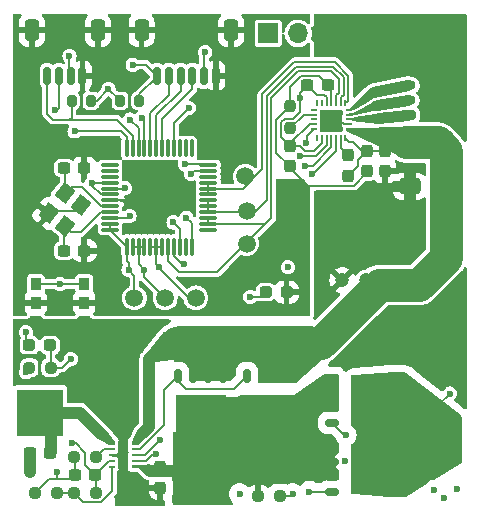
<source format=gbr>
%TF.GenerationSoftware,KiCad,Pcbnew,8.0.3-8.0.3-0~ubuntu22.04.1*%
%TF.CreationDate,2024-07-04T17:08:58-06:00*%
%TF.ProjectId,stm32g070 and DRV8311 single motor board - V1 Alpha,73746d33-3267-4303-9730-20616e642044,rev?*%
%TF.SameCoordinates,Original*%
%TF.FileFunction,Copper,L1,Top*%
%TF.FilePolarity,Positive*%
%FSLAX46Y46*%
G04 Gerber Fmt 4.6, Leading zero omitted, Abs format (unit mm)*
G04 Created by KiCad (PCBNEW 8.0.3-8.0.3-0~ubuntu22.04.1) date 2024-07-04 17:08:58*
%MOMM*%
%LPD*%
G01*
G04 APERTURE LIST*
G04 Aperture macros list*
%AMRoundRect*
0 Rectangle with rounded corners*
0 $1 Rounding radius*
0 $2 $3 $4 $5 $6 $7 $8 $9 X,Y pos of 4 corners*
0 Add a 4 corners polygon primitive as box body*
4,1,4,$2,$3,$4,$5,$6,$7,$8,$9,$2,$3,0*
0 Add four circle primitives for the rounded corners*
1,1,$1+$1,$2,$3*
1,1,$1+$1,$4,$5*
1,1,$1+$1,$6,$7*
1,1,$1+$1,$8,$9*
0 Add four rect primitives between the rounded corners*
20,1,$1+$1,$2,$3,$4,$5,0*
20,1,$1+$1,$4,$5,$6,$7,0*
20,1,$1+$1,$6,$7,$8,$9,0*
20,1,$1+$1,$8,$9,$2,$3,0*%
%AMRotRect*
0 Rectangle, with rotation*
0 The origin of the aperture is its center*
0 $1 length*
0 $2 width*
0 $3 Rotation angle, in degrees counterclockwise*
0 Add horizontal line*
21,1,$1,$2,0,0,$3*%
%AMFreePoly0*
4,1,9,2.100000,-2.000000,2.350000,-2.000000,2.350000,-3.500000,-2.350000,-3.500000,-2.350000,-2.000000,-2.100000,-2.000000,-2.100000,1.100000,2.100000,1.100000,2.100000,-2.000000,2.100000,-2.000000,$1*%
G04 Aperture macros list end*
%TA.AperFunction,Conductor*%
%ADD10C,0.900000*%
%TD*%
%TA.AperFunction,SMDPad,CuDef*%
%ADD11RoundRect,0.237500X-0.250000X-0.237500X0.250000X-0.237500X0.250000X0.237500X-0.250000X0.237500X0*%
%TD*%
%TA.AperFunction,SMDPad,CuDef*%
%ADD12RoundRect,0.237500X-0.300000X-0.237500X0.300000X-0.237500X0.300000X0.237500X-0.300000X0.237500X0*%
%TD*%
%TA.AperFunction,SMDPad,CuDef*%
%ADD13RotRect,1.400000X1.200000X52.000000*%
%TD*%
%TA.AperFunction,SMDPad,CuDef*%
%ADD14C,1.500000*%
%TD*%
%TA.AperFunction,SMDPad,CuDef*%
%ADD15RoundRect,0.075000X-0.662500X-0.075000X0.662500X-0.075000X0.662500X0.075000X-0.662500X0.075000X0*%
%TD*%
%TA.AperFunction,SMDPad,CuDef*%
%ADD16RoundRect,0.075000X-0.075000X-0.662500X0.075000X-0.662500X0.075000X0.662500X-0.075000X0.662500X0*%
%TD*%
%TA.AperFunction,SMDPad,CuDef*%
%ADD17RoundRect,0.237500X0.237500X-0.300000X0.237500X0.300000X-0.237500X0.300000X-0.237500X-0.300000X0*%
%TD*%
%TA.AperFunction,SMDPad,CuDef*%
%ADD18RoundRect,0.237500X-0.237500X0.300000X-0.237500X-0.300000X0.237500X-0.300000X0.237500X0.300000X0*%
%TD*%
%TA.AperFunction,SMDPad,CuDef*%
%ADD19RoundRect,0.150000X0.150000X0.625000X-0.150000X0.625000X-0.150000X-0.625000X0.150000X-0.625000X0*%
%TD*%
%TA.AperFunction,SMDPad,CuDef*%
%ADD20RoundRect,0.250000X0.350000X0.650000X-0.350000X0.650000X-0.350000X-0.650000X0.350000X-0.650000X0*%
%TD*%
%TA.AperFunction,ComponentPad*%
%ADD21RoundRect,0.200000X0.450000X-0.200000X0.450000X0.200000X-0.450000X0.200000X-0.450000X-0.200000X0*%
%TD*%
%TA.AperFunction,ComponentPad*%
%ADD22O,1.300000X0.800000*%
%TD*%
%TA.AperFunction,ComponentPad*%
%ADD23C,1.200000*%
%TD*%
%TA.AperFunction,SMDPad,CuDef*%
%ADD24RoundRect,0.237500X0.287500X0.237500X-0.287500X0.237500X-0.287500X-0.237500X0.287500X-0.237500X0*%
%TD*%
%TA.AperFunction,SMDPad,CuDef*%
%ADD25RoundRect,0.062500X-0.187500X-0.062500X0.187500X-0.062500X0.187500X0.062500X-0.187500X0.062500X0*%
%TD*%
%TA.AperFunction,ComponentPad*%
%ADD26C,0.600000*%
%TD*%
%TA.AperFunction,SMDPad,CuDef*%
%ADD27R,0.840000X2.400000*%
%TD*%
%TA.AperFunction,ComponentPad*%
%ADD28R,1.700000X1.700000*%
%TD*%
%TA.AperFunction,ComponentPad*%
%ADD29O,1.700000X1.700000*%
%TD*%
%TA.AperFunction,SMDPad,CuDef*%
%ADD30R,0.200000X0.469999*%
%TD*%
%TA.AperFunction,SMDPad,CuDef*%
%ADD31R,0.469999X0.200000*%
%TD*%
%TA.AperFunction,SMDPad,CuDef*%
%ADD32R,1.899999X1.899999*%
%TD*%
%TA.AperFunction,SMDPad,CuDef*%
%ADD33RoundRect,0.237500X0.250000X0.237500X-0.250000X0.237500X-0.250000X-0.237500X0.250000X-0.237500X0*%
%TD*%
%TA.AperFunction,SMDPad,CuDef*%
%ADD34RoundRect,0.175000X0.400000X-0.175000X0.400000X0.175000X-0.400000X0.175000X-0.400000X-0.175000X0*%
%TD*%
%TA.AperFunction,SMDPad,CuDef*%
%ADD35FreePoly0,90.000000*%
%TD*%
%TA.AperFunction,SMDPad,CuDef*%
%ADD36RoundRect,0.175000X-0.175000X-0.400000X0.175000X-0.400000X0.175000X0.400000X-0.175000X0.400000X0*%
%TD*%
%TA.AperFunction,SMDPad,CuDef*%
%ADD37FreePoly0,0.000000*%
%TD*%
%TA.AperFunction,SMDPad,CuDef*%
%ADD38R,4.000000X4.000000*%
%TD*%
%TA.AperFunction,SMDPad,CuDef*%
%ADD39RoundRect,0.237500X0.300000X0.237500X-0.300000X0.237500X-0.300000X-0.237500X0.300000X-0.237500X0*%
%TD*%
%TA.AperFunction,SMDPad,CuDef*%
%ADD40R,0.900000X1.000000*%
%TD*%
%TA.AperFunction,SMDPad,CuDef*%
%ADD41RoundRect,0.237500X-0.237500X0.250000X-0.237500X-0.250000X0.237500X-0.250000X0.237500X0.250000X0*%
%TD*%
%TA.AperFunction,SMDPad,CuDef*%
%ADD42RoundRect,0.200000X-0.200000X-0.275000X0.200000X-0.275000X0.200000X0.275000X-0.200000X0.275000X0*%
%TD*%
%TA.AperFunction,SMDPad,CuDef*%
%ADD43RoundRect,0.250000X-0.650000X0.412500X-0.650000X-0.412500X0.650000X-0.412500X0.650000X0.412500X0*%
%TD*%
%TA.AperFunction,SMDPad,CuDef*%
%ADD44RoundRect,0.200000X0.200000X0.275000X-0.200000X0.275000X-0.200000X-0.275000X0.200000X-0.275000X0*%
%TD*%
%TA.AperFunction,ViaPad*%
%ADD45C,0.600000*%
%TD*%
%TA.AperFunction,Conductor*%
%ADD46C,0.200000*%
%TD*%
%TA.AperFunction,Conductor*%
%ADD47C,2.814000*%
%TD*%
%TA.AperFunction,Conductor*%
%ADD48C,1.000000*%
%TD*%
%TA.AperFunction,Conductor*%
%ADD49C,0.280000*%
%TD*%
G04 APERTURE END LIST*
D10*
%TO.N,Net-(J3-Pin_2)*%
X156400000Y-95650000D02*
X153700000Y-96075000D01*
%TO.N,Net-(J3-Pin_1)*%
X156400000Y-96900000D02*
X153800000Y-97200000D01*
%TO.N,Net-(J3-Pin_3)*%
X156400000Y-94400000D02*
X153400000Y-95000000D01*
%TD*%
D11*
%TO.P,R12,1*%
%TO.N,GND*%
X128100000Y-125900000D03*
%TO.P,R12,2*%
%TO.N,Net-(U4-ISET)*%
X129925000Y-125900000D03*
%TD*%
D12*
%TO.P,C3,1*%
%TO.N,Net-(U1-PF0)*%
X127237500Y-101400000D03*
%TO.P,C3,2*%
%TO.N,GND*%
X128962500Y-101400000D03*
%TD*%
D13*
%TO.P,Y1,1,1*%
%TO.N,Net-(U1-PF1)*%
X127292582Y-106290124D03*
%TO.P,Y1,2,2*%
%TO.N,GND*%
X128647036Y-104556501D03*
%TO.P,Y1,3,3*%
%TO.N,Net-(U1-PF0)*%
X127307418Y-103509876D03*
%TO.P,Y1,4,4*%
%TO.N,GND*%
X125952964Y-105243499D03*
%TD*%
D14*
%TO.P,TP12,1,1*%
%TO.N,/1CSA-C*%
X138400000Y-112400000D03*
%TD*%
%TO.P,TP11,1,1*%
%TO.N,/1CSA-B*%
X135800000Y-112400000D03*
%TD*%
D15*
%TO.P,U1,1,PC13*%
%TO.N,/CS2*%
X131137500Y-101136000D03*
%TO.P,U1,2,PC14*%
%TO.N,/CS3*%
X131137500Y-101636000D03*
%TO.P,U1,3,PC15*%
%TO.N,/CS4*%
X131137500Y-102136000D03*
%TO.P,U1,4,VBAT*%
%TO.N,VDD*%
X131137500Y-102636000D03*
%TO.P,U1,5,VREF+*%
%TO.N,Net-(U1-VREF+)*%
X131137500Y-103136000D03*
%TO.P,U1,6,VDD*%
%TO.N,VDD*%
X131137500Y-103636000D03*
%TO.P,U1,7,VSS*%
%TO.N,GND*%
X131137500Y-104136000D03*
%TO.P,U1,8,PF0*%
%TO.N,Net-(U1-PF0)*%
X131137500Y-104636000D03*
%TO.P,U1,9,PF1*%
%TO.N,Net-(U1-PF1)*%
X131137500Y-105136000D03*
%TO.P,U1,10,NRST*%
%TO.N,/NRST*%
X131137500Y-105636000D03*
%TO.P,U1,11,PA0*%
%TO.N,/1CSA-A*%
X131137500Y-106136000D03*
%TO.P,U1,12,PA1*%
X131137500Y-106636000D03*
D16*
%TO.P,U1,13,PA2*%
X132550000Y-108048500D03*
%TO.P,U1,14,PA3*%
%TO.N,/1CSA-B*%
X133050000Y-108048500D03*
%TO.P,U1,15,PA4*%
X133550000Y-108048500D03*
%TO.P,U1,16,PA5*%
X134050000Y-108048500D03*
%TO.P,U1,17,PA6*%
%TO.N,/1CSA-C*%
X134550000Y-108048500D03*
%TO.P,U1,18,PA7*%
X135050000Y-108048500D03*
%TO.P,U1,19,PB0*%
X135550000Y-108048500D03*
%TO.P,U1,20,PB1*%
%TO.N,/1A*%
X136050000Y-108048500D03*
%TO.P,U1,21,PB2*%
%TO.N,/ADC10{slash}VBATT*%
X136550000Y-108048500D03*
%TO.P,U1,22,PB10*%
%TO.N,/ADC11*%
X137050000Y-108048500D03*
%TO.P,U1,23,PB11*%
%TO.N,/MOSI2*%
X137550000Y-108048500D03*
%TO.P,U1,24,PB12*%
%TO.N,/LED*%
X138050000Y-108048500D03*
D15*
%TO.P,U1,25,PB13*%
%TO.N,/SCL2*%
X139462500Y-106636000D03*
%TO.P,U1,26,PB14*%
%TO.N,/1A*%
X139462500Y-106136000D03*
%TO.P,U1,27,PB15*%
X139462500Y-105636000D03*
%TO.P,U1,28,PA8*%
%TO.N,/1B*%
X139462500Y-105136000D03*
%TO.P,U1,29,PA9/NC*%
X139462500Y-104636000D03*
%TO.P,U1,30,PC6*%
X139462500Y-104136000D03*
%TO.P,U1,31,PC7*%
%TO.N,/1C*%
X139462500Y-103636000D03*
%TO.P,U1,32,PA10/NC*%
X139462500Y-103136000D03*
%TO.P,U1,33,PA11/PA9*%
X139462500Y-102636000D03*
%TO.P,U1,34,PA12/PA10*%
%TO.N,/SDA2*%
X139462500Y-102136000D03*
%TO.P,U1,35,PA13*%
%TO.N,/SWD*%
X139462500Y-101636000D03*
%TO.P,U1,36,PA14*%
%TO.N,/SWC*%
X139462500Y-101136000D03*
D16*
%TO.P,U1,37,PA15*%
%TO.N,unconnected-(U1-PA15-Pad37)*%
X138050000Y-99723500D03*
%TO.P,U1,38,PD0*%
%TO.N,unconnected-(U1-PD0-Pad38)*%
X137550000Y-99723500D03*
%TO.P,U1,39,PD1*%
%TO.N,/SCK2*%
X137050000Y-99723500D03*
%TO.P,U1,40,PD2*%
%TO.N,/CS1*%
X136550000Y-99723500D03*
%TO.P,U1,41,PD3*%
%TO.N,/MISO2*%
X136050000Y-99723500D03*
%TO.P,U1,42,PB3*%
%TO.N,/SCK1*%
X135550000Y-99723500D03*
%TO.P,U1,43,PB4*%
%TO.N,/MISO1*%
X135050000Y-99723500D03*
%TO.P,U1,44,PB5*%
%TO.N,/MOSI1*%
X134550000Y-99723500D03*
%TO.P,U1,45,PB6*%
%TO.N,/USART1_TX*%
X134050000Y-99723500D03*
%TO.P,U1,46,PB7*%
%TO.N,/USART1_RX*%
X133550000Y-99723500D03*
%TO.P,U1,47,PB8*%
%TO.N,/SCL1*%
X133050000Y-99723500D03*
%TO.P,U1,48,PB9*%
%TO.N,/SDA1*%
X132550000Y-99723500D03*
%TD*%
D17*
%TO.P,C10,1*%
%TO.N,GND*%
X146400000Y-101262501D03*
%TO.P,C10,2*%
%TO.N,VDD*%
X146400000Y-99537499D03*
%TD*%
D18*
%TO.P,C7,1*%
%TO.N,/MOTORPWR*%
X152900000Y-99937499D03*
%TO.P,C7,2*%
%TO.N,GND*%
X152900000Y-101662501D03*
%TD*%
D19*
%TO.P,J1,1,Pin_1*%
%TO.N,GND*%
X128800000Y-93600000D03*
%TO.P,J1,2,Pin_2*%
%TO.N,Net-(J1-Pin_2)*%
X127800000Y-93600000D03*
%TO.P,J1,3,Pin_3*%
%TO.N,/SDA1*%
X126800000Y-93600000D03*
%TO.P,J1,4,Pin_4*%
%TO.N,/SCL1*%
X125800000Y-93600000D03*
D20*
%TO.P,J1,MP,MountPin*%
%TO.N,GND*%
X130100000Y-89725000D03*
X124500000Y-89725000D03*
%TD*%
D21*
%TO.P,J3,1,Pin_1*%
%TO.N,Net-(J3-Pin_1)*%
X156400000Y-96900000D03*
D22*
%TO.P,J3,2,Pin_2*%
%TO.N,Net-(J3-Pin_2)*%
X156400000Y-95650000D03*
%TO.P,J3,3,Pin_3*%
%TO.N,Net-(J3-Pin_3)*%
X156400000Y-94400000D03*
%TD*%
D23*
%TO.P,C15,1*%
%TO.N,/MOTORPWR*%
X152800000Y-110900000D03*
%TO.P,C15,2*%
%TO.N,GNDPWR*%
X150800000Y-110900000D03*
%TD*%
D12*
%TO.P,C17,1*%
%TO.N,GND*%
X128150000Y-127400000D03*
%TO.P,C17,2*%
%TO.N,/PSU/LDO 4.9v*%
X129875000Y-127400000D03*
%TD*%
D11*
%TO.P,R4,1*%
%TO.N,/PSU/Pack+*%
X143687500Y-129200000D03*
%TO.P,R4,2*%
%TO.N,Net-(U3-PACK)*%
X145512500Y-129200000D03*
%TD*%
D24*
%TO.P,D1,2,A*%
%TO.N,Net-(D1-A)*%
X124300000Y-116400000D03*
%TO.P,D1,1,K*%
%TO.N,/PSU/~{CHG}*%
X126050000Y-116400000D03*
%TD*%
D25*
%TO.P,U4,1,IN*%
%TO.N,/PSU/IN*%
X131312500Y-124687500D03*
%TO.P,U4,2,ISET*%
%TO.N,Net-(U4-ISET)*%
X131312500Y-125187500D03*
%TO.P,U4,3,VSS*%
%TO.N,GNDPWR*%
X131312500Y-125687500D03*
%TO.P,U4,4,LDO*%
%TO.N,/PSU/LDO 4.9v*%
X131312500Y-126187500D03*
%TO.P,U4,5,TS*%
%TO.N,Net-(U4-TS)*%
X131312500Y-126687500D03*
%TO.P,U4,6,BAT*%
%TO.N,/PSU/Pack+*%
X133212500Y-126687500D03*
%TO.P,U4,7,EN*%
%TO.N,GND*%
X133212500Y-126187500D03*
%TO.P,U4,8,~{CHG}*%
%TO.N,/PSU/~{CHG}*%
X133212500Y-125687500D03*
%TO.P,U4,9,BGATE*%
%TO.N,Net-(Q3-G)*%
X133212500Y-125187500D03*
%TO.P,U4,10,OUT*%
%TO.N,/MOTORPWR*%
X133212500Y-124687500D03*
D26*
%TO.P,U4,11,VSS*%
%TO.N,GNDPWR*%
X132262500Y-124737500D03*
X132262500Y-125687500D03*
D27*
X132262500Y-125687500D03*
D26*
X132262500Y-126637500D03*
%TD*%
D28*
%TO.P,J4,1,Pin_1*%
%TO.N,/USART1_TX*%
X144525000Y-90000000D03*
D29*
%TO.P,J4,2,Pin_2*%
%TO.N,/USART1_RX*%
X147065000Y-90000000D03*
%TD*%
D24*
%TO.P,D3,1,K*%
%TO.N,GND*%
X146075000Y-111900000D03*
%TO.P,D3,2,A*%
%TO.N,Net-(D3-A)*%
X144325000Y-111900000D03*
%TD*%
D30*
%TO.P,U2,1,FAULT_N*%
%TO.N,/DRV8311/FAULT*%
X148662499Y-98865001D03*
%TO.P,U2,2,CSAREF*%
%TO.N,VDD*%
X149062498Y-98865001D03*
%TO.P,U2,3,SOC*%
%TO.N,/1CSA-C*%
X149462500Y-98865001D03*
%TO.P,U2,4,SOB*%
%TO.N,/1CSA-B*%
X149862499Y-98865001D03*
%TO.P,U2,5,SOA*%
%TO.N,/1CSA-A*%
X150262498Y-98865001D03*
%TO.P,U2,6,CP*%
%TO.N,Net-(U2-CP)*%
X150662500Y-98865001D03*
%TO.P,U2,7,VIN_AVDD*%
%TO.N,/MOTORPWR*%
X151062499Y-98865001D03*
D31*
%TO.P,U2,8,VM*%
X151327500Y-98070001D03*
%TO.P,U2,9,PGND*%
%TO.N,GNDPWR*%
X151327500Y-97669999D03*
%TO.P,U2,10,OUTA*%
%TO.N,Net-(J3-Pin_1)*%
X151327500Y-97270000D03*
%TO.P,U2,11,OUTB*%
%TO.N,Net-(J3-Pin_2)*%
X151327500Y-96870001D03*
%TO.P,U2,12,OUTC*%
%TO.N,Net-(J3-Pin_3)*%
X151327500Y-96469999D03*
D30*
%TO.P,U2,13,INHC*%
%TO.N,/1C*%
X151062499Y-95934999D03*
%TO.P,U2,14,INHB*%
%TO.N,/1B*%
X150662500Y-95934999D03*
%TO.P,U2,15,INHA*%
%TO.N,/1A*%
X150262498Y-95934999D03*
%TO.P,U2,16,AGND*%
%TO.N,GND*%
X149862499Y-95934999D03*
%TO.P,U2,17,AVDD*%
%TO.N,VDD*%
X149462500Y-95934999D03*
%TO.P,U2,18,INLA*%
%TO.N,unconnected-(U2-INLA-Pad18)*%
X149062498Y-95934999D03*
%TO.P,U2,19,INLB*%
%TO.N,unconnected-(U2-INLB-Pad19)*%
X148662499Y-95934999D03*
D31*
%TO.P,U2,20,INLC*%
%TO.N,unconnected-(U2-INLC-Pad20)*%
X148397498Y-96469999D03*
%TO.P,U2,21,GAIN*%
%TO.N,Net-(U2-GAIN)*%
X148397498Y-96870001D03*
%TO.P,U2,22,SLEW*%
%TO.N,unconnected-(U2-SLEW-Pad22)*%
X148397498Y-97270000D03*
%TO.P,U2,23,MODE*%
%TO.N,VDD*%
X148397498Y-97669999D03*
%TO.P,U2,24,SLEEP_N*%
%TO.N,Net-(U2-SLEEP_N)*%
X148397498Y-98070001D03*
D26*
%TO.P,U2,25,PowerPAD*%
%TO.N,GNDPWR*%
X149162498Y-98100001D03*
X150562500Y-98100001D03*
D32*
X149862499Y-97400000D03*
D26*
X149862499Y-97374600D03*
X149162498Y-96699999D03*
X150562500Y-96699999D03*
%TD*%
D18*
%TO.P,C9,1*%
%TO.N,/MOTORPWR*%
X154400000Y-99937500D03*
%TO.P,C9,2*%
%TO.N,GNDPWR*%
X154400000Y-101662500D03*
%TD*%
D33*
%TO.P,R13,1*%
%TO.N,/PSU/~{CHG}*%
X126112500Y-118300000D03*
%TO.P,R13,2*%
%TO.N,/PSU/LDO 4.9v*%
X124287500Y-118300000D03*
%TD*%
D14*
%TO.P,TP8,1,1*%
%TO.N,/1B*%
X142700000Y-105000000D03*
%TD*%
D34*
%TO.P,Q2,1,S*%
%TO.N,/PSU/Pack+*%
X149925000Y-124995000D03*
%TO.P,Q2,2,S*%
X149925000Y-126265000D03*
%TO.P,Q2,3,S*%
X149925000Y-127535000D03*
%TO.P,Q2,4,G*%
%TO.N,Net-(Q1-G)*%
X149925000Y-128805000D03*
D35*
%TO.P,Q2,5,D*%
%TO.N,/PSU/BATT+*%
X152650000Y-126900000D03*
%TD*%
D14*
%TO.P,TP9,1,1*%
%TO.N,/1C*%
X142600000Y-102100000D03*
%TD*%
D36*
%TO.P,Q4,1,S*%
%TO.N,/MOTORPWR*%
X146530000Y-119025000D03*
%TO.P,Q4,2,S*%
X145260000Y-119025000D03*
%TO.P,Q4,3,S*%
X143990000Y-119025000D03*
%TO.P,Q4,4,G*%
%TO.N,Net-(Q3-G)*%
X142720000Y-119025000D03*
D37*
%TO.P,Q4,5,D*%
%TO.N,/PSU/Pack+*%
X144625000Y-121750000D03*
%TD*%
D33*
%TO.P,R11,1*%
%TO.N,Net-(U4-TS)*%
X126625000Y-128900000D03*
%TO.P,R11,2*%
%TO.N,GND*%
X124800000Y-128900000D03*
%TD*%
D38*
%TO.P,H1,1,1*%
%TO.N,/PSU/BATT+*%
X158900000Y-124400000D03*
%TD*%
D39*
%TO.P,C5,1*%
%TO.N,GND*%
X149562500Y-94400000D03*
%TO.P,C5,2*%
%TO.N,VDD*%
X147837500Y-94400000D03*
%TD*%
D14*
%TO.P,TP10,1,1*%
%TO.N,/1CSA-A*%
X133200000Y-112400000D03*
%TD*%
D19*
%TO.P,J2,1,Pin_1*%
%TO.N,GND*%
X140100000Y-93600000D03*
%TO.P,J2,2,Pin_2*%
%TO.N,Net-(J2-Pin_2)*%
X139100000Y-93600000D03*
%TO.P,J2,3,Pin_3*%
%TO.N,/SCK1*%
X138100000Y-93600000D03*
%TO.P,J2,4,Pin_4*%
%TO.N,/MISO1*%
X137100000Y-93600000D03*
%TO.P,J2,5,Pin_5*%
%TO.N,/MOSI1*%
X136100000Y-93600000D03*
%TO.P,J2,6,Pin_6*%
%TO.N,/CS1*%
X135100000Y-93600000D03*
D20*
%TO.P,J2,MP,MountPin*%
%TO.N,GND*%
X141400000Y-89725000D03*
X133800000Y-89725000D03*
%TD*%
D40*
%TO.P,SW1,1,1*%
%TO.N,GND*%
X128950000Y-112800000D03*
X124850000Y-112800000D03*
%TO.P,SW1,2,2*%
%TO.N,/NRST*%
X128950000Y-111200000D03*
X124850000Y-111200000D03*
%TD*%
D38*
%TO.P,H3,1,1*%
%TO.N,/PSU/IN*%
X125212500Y-122100000D03*
%TD*%
D17*
%TO.P,C16,1*%
%TO.N,GNDPWR*%
X135400000Y-128462500D03*
%TO.P,C16,2*%
%TO.N,/PSU/Pack+*%
X135400000Y-126737500D03*
%TD*%
D41*
%TO.P,R2,1*%
%TO.N,GND*%
X146400000Y-96187500D03*
%TO.P,R2,2*%
%TO.N,Net-(U2-GAIN)*%
X146400000Y-98012500D03*
%TD*%
D33*
%TO.P,R10,1*%
%TO.N,/PSU/LDO 4.9v*%
X129925000Y-128900000D03*
%TO.P,R10,2*%
%TO.N,Net-(U4-TS)*%
X128100000Y-128900000D03*
%TD*%
D39*
%TO.P,C14,1*%
%TO.N,/MOTORPWR*%
X134462500Y-122200000D03*
%TO.P,C14,2*%
%TO.N,GNDPWR*%
X132737500Y-122200000D03*
%TD*%
D12*
%TO.P,C4,1*%
%TO.N,Net-(U1-PF1)*%
X127237500Y-108400000D03*
%TO.P,C4,2*%
%TO.N,GND*%
X128962500Y-108400000D03*
%TD*%
D18*
%TO.P,C6,1*%
%TO.N,Net-(U2-CP)*%
X151300000Y-100337499D03*
%TO.P,C6,2*%
%TO.N,/MOTORPWR*%
X151300000Y-102062501D03*
%TD*%
D42*
%TO.P,R16,1*%
%TO.N,VDD*%
X131975000Y-95700000D03*
%TO.P,R16,2*%
%TO.N,/CS1*%
X133625000Y-95700000D03*
%TD*%
D34*
%TO.P,Q1,1,S*%
%TO.N,/PSU/Pack+*%
X149925000Y-119160000D03*
%TO.P,Q1,2,S*%
X149925000Y-120430000D03*
%TO.P,Q1,3,S*%
X149925000Y-121700000D03*
%TO.P,Q1,4,G*%
%TO.N,Net-(Q1-G)*%
X149925000Y-122970000D03*
D35*
%TO.P,Q1,5,D*%
%TO.N,/PSU/BATT+*%
X152650000Y-121065000D03*
%TD*%
D43*
%TO.P,C8,1*%
%TO.N,/MOTORPWR*%
X156500000Y-99837500D03*
%TO.P,C8,2*%
%TO.N,GNDPWR*%
X156500000Y-102962500D03*
%TD*%
D36*
%TO.P,Q3,1,S*%
%TO.N,/MOTORPWR*%
X140700000Y-119025000D03*
%TO.P,Q3,2,S*%
X139430000Y-119025000D03*
%TO.P,Q3,3,S*%
X138160000Y-119025000D03*
%TO.P,Q3,4,G*%
%TO.N,Net-(Q3-G)*%
X136890000Y-119025000D03*
D37*
%TO.P,Q3,5,D*%
%TO.N,/PSU/Pack+*%
X138795000Y-121750000D03*
%TD*%
D39*
%TO.P,C13,1*%
%TO.N,/PSU/IN*%
X126075000Y-125500000D03*
%TO.P,C13,2*%
%TO.N,GNDPWR*%
X124350000Y-125500000D03*
%TD*%
D44*
%TO.P,R15,1*%
%TO.N,VDD*%
X129525000Y-95700000D03*
%TO.P,R15,2*%
%TO.N,/SCL1*%
X127875000Y-95700000D03*
%TD*%
D14*
%TO.P,TP7,1,1*%
%TO.N,/1A*%
X142700000Y-107800000D03*
%TD*%
D45*
%TO.N,VDD*%
X129600000Y-102636000D03*
X147213896Y-95473287D03*
X131000000Y-94700000D03*
%TO.N,GND*%
X124000000Y-99300000D03*
X123800000Y-108900000D03*
X146000000Y-103400000D03*
X131800000Y-91800000D03*
X126600000Y-127100000D03*
X135000000Y-125600000D03*
X132900000Y-104500000D03*
X136800000Y-89700000D03*
X141000000Y-98600000D03*
X131600000Y-112200000D03*
%TO.N,/MOTORPWR*%
X158600000Y-103400000D03*
X158600000Y-105300000D03*
X142600000Y-115200000D03*
X159600000Y-103400000D03*
X142600000Y-117200000D03*
X143500000Y-115200000D03*
X141700000Y-115200000D03*
X158600000Y-104400000D03*
X141700000Y-116200000D03*
X141700000Y-117200000D03*
X159600000Y-105300000D03*
X160600000Y-104400000D03*
X140800000Y-117200000D03*
X143500000Y-116200000D03*
X160600000Y-103400000D03*
X160600000Y-105300000D03*
X142600000Y-116200000D03*
X140800000Y-116200000D03*
X159600000Y-104400000D03*
X140800000Y-115200000D03*
X143500000Y-117200000D03*
%TO.N,GNDPWR*%
X158900000Y-116500000D03*
X131400000Y-119000000D03*
X124350000Y-126300000D03*
X152800000Y-90800000D03*
X132400000Y-118100000D03*
X153500000Y-106800000D03*
X124350000Y-127150000D03*
X154800000Y-90800000D03*
X157900000Y-117400000D03*
X130400000Y-117100000D03*
X159900000Y-116500000D03*
X132400000Y-117100000D03*
X153800000Y-89800000D03*
X132400000Y-119000000D03*
X154800000Y-89800000D03*
X157900000Y-115500000D03*
X159900000Y-117400000D03*
X153500000Y-104900000D03*
X152500000Y-106800000D03*
X152800000Y-89800000D03*
X131400000Y-118100000D03*
X159900000Y-115500000D03*
X152500000Y-105900000D03*
X153500000Y-105900000D03*
X158900000Y-115500000D03*
X153800000Y-90800000D03*
X152800000Y-91700000D03*
X151500000Y-105900000D03*
X154800000Y-91700000D03*
X151500000Y-104900000D03*
X130400000Y-118100000D03*
X151500000Y-106800000D03*
X131400000Y-117100000D03*
X157900000Y-116500000D03*
X158900000Y-117400000D03*
X153800000Y-91700000D03*
X152500000Y-104900000D03*
X130400000Y-119000000D03*
%TO.N,/SWC*%
X137500000Y-101100000D03*
%TO.N,/SWD*%
X138000000Y-101900000D03*
%TO.N,Net-(U2-SLEEP_N)*%
X147756784Y-99259725D03*
%TO.N,/PSU/LDO 4.9v*%
X127912500Y-124700000D03*
X124000000Y-118700000D03*
%TO.N,/1CSA-B*%
X147600000Y-101200000D03*
X134000000Y-110000000D03*
%TO.N,/1CSA-A*%
X132700000Y-110000000D03*
X148200000Y-101900000D03*
%TO.N,/1CSA-C*%
X135300000Y-109800000D03*
X147200000Y-100400000D03*
%TO.N,/CS1*%
X133049998Y-92649998D03*
X137800000Y-96300000D03*
%TO.N,/PSU/BATT+*%
X142100000Y-129000000D03*
X159900000Y-120500000D03*
%TO.N,Net-(D1-A)*%
X124000000Y-115300000D03*
%TO.N,/PSU/~{CHG}*%
X135321200Y-124421200D03*
X127824265Y-117575735D03*
%TO.N,/SDA1*%
X128125000Y-98300000D03*
X126500000Y-96500000D03*
%TO.N,/PSU/BATT-*%
X151000000Y-126200000D03*
X160500000Y-128600000D03*
%TO.N,Net-(Q1-G)*%
X159400000Y-129300000D03*
X148000000Y-128800000D03*
X151100000Y-124000000D03*
%TO.N,/NRST*%
X126900000Y-111200000D03*
X132780603Y-105480603D03*
%TO.N,Net-(U3-PACK)*%
X146600000Y-129000000D03*
X158600000Y-128700000D03*
%TO.N,Net-(J1-Pin_2)*%
X127700000Y-91900000D03*
%TO.N,Net-(J2-Pin_2)*%
X139200000Y-91600000D03*
%TO.N,/USART1_TX*%
X133800000Y-97200000D03*
%TO.N,/USART1_RX*%
X132800000Y-97300000D03*
%TO.N,/ADC11*%
X136500000Y-106000000D03*
%TO.N,/ADC10{slash}VBATT*%
X137400000Y-109500000D03*
%TO.N,Net-(D3-A)*%
X143000000Y-112300000D03*
%TO.N,/LED*%
X137600000Y-105600000D03*
X146200000Y-109800000D03*
%TO.N,Net-(U1-VREF+)*%
X132400000Y-103100000D03*
%TD*%
D46*
%TO.N,Net-(D1-A)*%
X124000000Y-115300000D02*
X124000000Y-116100000D01*
X124000000Y-116100000D02*
X124300000Y-116400000D01*
%TO.N,/PSU/~{CHG}*%
X126112500Y-118300000D02*
X126100000Y-118287500D01*
X126100000Y-118287500D02*
X126100000Y-116450000D01*
X126100000Y-116450000D02*
X126050000Y-116400000D01*
%TO.N,VDD*%
X148362498Y-100000000D02*
X149062498Y-99300000D01*
X147648530Y-100000000D02*
X148362498Y-100000000D01*
X130336000Y-103636000D02*
X131137500Y-103636000D01*
X147213896Y-95473287D02*
X147175000Y-95512183D01*
X149462500Y-95400002D02*
X149262498Y-95200000D01*
X129600000Y-102636000D02*
X131137500Y-102636000D01*
X146400000Y-99300000D02*
X146400000Y-99537499D01*
X131000000Y-94700000D02*
X130000000Y-95700000D01*
X147175000Y-95512183D02*
X147175000Y-96666722D01*
X146400000Y-99537499D02*
X147186029Y-99537499D01*
X149062498Y-99300000D02*
X149062498Y-98865001D01*
X147213896Y-95023604D02*
X147837500Y-94400000D01*
X147175000Y-96666722D02*
X146616722Y-97225000D01*
X149462500Y-95934999D02*
X149462500Y-95400002D01*
X147213896Y-95473287D02*
X147213896Y-95023604D01*
X148637500Y-95200000D02*
X147837500Y-94400000D01*
X148397498Y-97669999D02*
X148030001Y-97669999D01*
X146616722Y-97225000D02*
X145933278Y-97225000D01*
X130000000Y-95700000D02*
X129484448Y-95700000D01*
X145625000Y-98762499D02*
X146400000Y-99537499D01*
X129600000Y-102636000D02*
X129600000Y-102900000D01*
X145933278Y-97225000D02*
X145625000Y-97533278D01*
X148030001Y-97669999D02*
X146400000Y-99300000D01*
X129600000Y-102900000D02*
X130336000Y-103636000D01*
X147186029Y-99537499D02*
X147648530Y-100000000D01*
X131975000Y-95675000D02*
X131000000Y-94700000D01*
X145625000Y-97533278D02*
X145625000Y-98762499D01*
X131975000Y-95700000D02*
X131975000Y-95675000D01*
X149262498Y-95200000D02*
X148637500Y-95200000D01*
%TO.N,GND*%
X127850000Y-127700000D02*
X128150000Y-127400000D01*
X126000000Y-127700000D02*
X124800000Y-128900000D01*
X126600000Y-127100000D02*
X126600000Y-127700000D01*
X126600000Y-127700000D02*
X126400000Y-127700000D01*
X128150000Y-125950000D02*
X128150000Y-127400000D01*
X147308278Y-93625000D02*
X146400000Y-94533278D01*
X135000000Y-125600000D02*
X134800000Y-125600000D01*
X134212500Y-126187500D02*
X133212500Y-126187500D01*
X152900000Y-101766723D02*
X152900000Y-101662501D01*
X146400000Y-101262501D02*
X146400000Y-101400000D01*
X148787500Y-93625000D02*
X147308278Y-93625000D01*
X145225000Y-99325000D02*
X145225000Y-100087501D01*
X151766722Y-102900001D02*
X152900000Y-101766723D01*
X149862499Y-94699999D02*
X149562500Y-94400000D01*
X132500000Y-104500000D02*
X132136000Y-104136000D01*
X128949499Y-93600000D02*
X128809350Y-93459851D01*
X126600000Y-127700000D02*
X127850000Y-127700000D01*
X146400000Y-101400000D02*
X147900001Y-102900001D01*
X123800000Y-108900000D02*
X123475000Y-109225000D01*
X145225000Y-97362500D02*
X146400000Y-96187500D01*
X128148344Y-105055193D02*
X126141270Y-105055193D01*
X145225000Y-100087501D02*
X146400000Y-101262501D01*
X132136000Y-104136000D02*
X131137500Y-104136000D01*
X134800000Y-125600000D02*
X134212500Y-126187500D01*
X126400000Y-127700000D02*
X126000000Y-127700000D01*
X149862499Y-95934999D02*
X149862499Y-94699999D01*
X147900001Y-102900001D02*
X151766722Y-102900001D01*
X145225000Y-99325000D02*
X145225000Y-97362500D01*
X126141270Y-105055193D02*
X125952964Y-105243499D01*
X149562500Y-94400000D02*
X148787500Y-93625000D01*
X128647036Y-104556501D02*
X128148344Y-105055193D01*
X128100000Y-125900000D02*
X128150000Y-125950000D01*
X132900000Y-104500000D02*
X132500000Y-104500000D01*
X146400000Y-94533278D02*
X146400000Y-96187500D01*
%TO.N,/MOTORPWR*%
X152125000Y-101237501D02*
X151300000Y-102062501D01*
X152900000Y-99937499D02*
X152125000Y-100712499D01*
D47*
X159600000Y-99975000D02*
X158862500Y-99237500D01*
X159600000Y-109000000D02*
X159600000Y-99975000D01*
X153900000Y-111300000D02*
X157300000Y-111300000D01*
D46*
X152437500Y-99937500D02*
X154400000Y-99937500D01*
X154400000Y-99937500D02*
X156400000Y-99937500D01*
D47*
X158862500Y-99237500D02*
X156200000Y-99237500D01*
D48*
X134800000Y-117200000D02*
X134400000Y-117600000D01*
D46*
X152900000Y-100296016D02*
X152900000Y-99937499D01*
D48*
X134400000Y-117600000D02*
X134400000Y-123300000D01*
X134400000Y-123300000D02*
X133900000Y-123800000D01*
D46*
X151062499Y-98865001D02*
X151397498Y-99200000D01*
X156400000Y-99937500D02*
X156500000Y-99837500D01*
X151700000Y-99200000D02*
X152437500Y-99937500D01*
D47*
X149000000Y-116200000D02*
X153900000Y-111300000D01*
X157300000Y-111300000D02*
X159600000Y-109000000D01*
D46*
X151397498Y-99200000D02*
X151700000Y-99200000D01*
X152125000Y-100712499D02*
X152125000Y-101237501D01*
D47*
X136700000Y-116200000D02*
X149000000Y-116200000D01*
D49*
%TO.N,GNDPWR*%
X131312500Y-125687500D02*
X132262500Y-125687500D01*
D46*
X151327500Y-97669999D02*
X150910315Y-97669999D01*
D48*
X124350000Y-127150000D02*
X124350000Y-125500000D01*
D46*
X150640316Y-97400000D02*
X150412498Y-97400000D01*
X150910315Y-97669999D02*
X150640316Y-97400000D01*
%TO.N,Net-(U2-CP)*%
X151300000Y-100337499D02*
X150662500Y-99699999D01*
X150662500Y-99699999D02*
X150662500Y-98865001D01*
%TO.N,/SWC*%
X139426500Y-101100000D02*
X139462500Y-101136000D01*
X137500000Y-101100000D02*
X139426500Y-101100000D01*
%TO.N,/SWD*%
X139412500Y-101686000D02*
X139462500Y-101636000D01*
X138214000Y-101686000D02*
X139412500Y-101686000D01*
X138000000Y-101900000D02*
X138214000Y-101686000D01*
%TO.N,Net-(U2-SLEEP_N)*%
X147800000Y-98667499D02*
X148397498Y-98070001D01*
X147800000Y-99216509D02*
X147800000Y-98667499D01*
X147756784Y-99259725D02*
X147800000Y-99216509D01*
%TO.N,Net-(U1-PF0)*%
X128742774Y-103011184D02*
X127806111Y-103011184D01*
X130367590Y-104636000D02*
X128742774Y-103011184D01*
X127307419Y-103407419D02*
X127237500Y-103337500D01*
X127307418Y-103509876D02*
X127307418Y-101469918D01*
X130367590Y-104636000D02*
X131137500Y-104636000D01*
X127806111Y-103011184D02*
X127307419Y-103509876D01*
X127307418Y-101469918D02*
X127237500Y-101400000D01*
X127307419Y-103509876D02*
X127307419Y-103407419D01*
%TO.N,Net-(U1-PF1)*%
X128703590Y-106800000D02*
X127802457Y-106800000D01*
X127802457Y-106800000D02*
X127292581Y-106290124D01*
X131137500Y-105136000D02*
X130367590Y-105136000D01*
X130367590Y-105136000D02*
X128703590Y-106800000D01*
X127237500Y-106345206D02*
X127292582Y-106290124D01*
X127237500Y-108400000D02*
X127237500Y-106345206D01*
%TO.N,/PSU/LDO 4.9v*%
X131048114Y-126187500D02*
X131312500Y-126187500D01*
X127912500Y-124700000D02*
X128212500Y-124700000D01*
X124287500Y-118412500D02*
X124287500Y-118300000D01*
X129875000Y-127400000D02*
X129875000Y-127360614D01*
X129925000Y-128900000D02*
X129925000Y-127450000D01*
X129012500Y-125500000D02*
X129012500Y-126537500D01*
X124000000Y-118700000D02*
X124287500Y-118412500D01*
X129012500Y-126537500D02*
X129875000Y-127400000D01*
X129875000Y-127360614D02*
X131048114Y-126187500D01*
X128212500Y-124700000D02*
X129012500Y-125500000D01*
X129925000Y-127450000D02*
X129875000Y-127400000D01*
%TO.N,Net-(U2-GAIN)*%
X147542499Y-96870001D02*
X146400000Y-98012500D01*
X148397498Y-96870001D02*
X147542499Y-96870001D01*
%TO.N,/1CSA-B*%
X147600000Y-101200000D02*
X148293869Y-101200000D01*
X149862500Y-99631369D02*
X149862499Y-98865001D01*
X133050000Y-108048500D02*
X133550000Y-108048500D01*
X134000000Y-110000000D02*
X133550000Y-109550000D01*
X148293869Y-101200000D02*
X149862500Y-99631369D01*
X134000000Y-110000000D02*
X134000000Y-110600000D01*
X133550000Y-109550000D02*
X133550000Y-108048500D01*
X134050000Y-108048500D02*
X133550000Y-108048500D01*
X134000000Y-110600000D02*
X135800000Y-112400000D01*
%TO.N,/1A*%
X147075000Y-93225000D02*
X149825000Y-93225000D01*
X137000000Y-110200000D02*
X140200000Y-110200000D01*
X136050000Y-109250000D02*
X137000000Y-110200000D01*
X136050000Y-108048500D02*
X136050000Y-109250000D01*
X150262498Y-95257844D02*
X150262498Y-95934999D01*
X149825000Y-93225000D02*
X150500000Y-93900000D01*
X150500000Y-95020342D02*
X150262498Y-95257844D01*
X144800000Y-105600000D02*
X144800000Y-95500000D01*
X150500000Y-93900000D02*
X150500000Y-95020342D01*
X139462500Y-106136000D02*
X139462500Y-105636000D01*
X144800000Y-95500000D02*
X147075000Y-93225000D01*
X139462500Y-106136000D02*
X144264000Y-106136000D01*
X140200000Y-110200000D02*
X144800000Y-105600000D01*
%TO.N,/1CSA-A*%
X132700000Y-110000000D02*
X132700000Y-109400000D01*
X131137500Y-106136000D02*
X131137500Y-106636000D01*
X148300000Y-101900000D02*
X150262498Y-99937502D01*
X131137500Y-106636000D02*
X132550000Y-108048500D01*
X150262498Y-99937502D02*
X150262498Y-98865001D01*
X132700000Y-110000000D02*
X133200000Y-110500000D01*
X133200000Y-110500000D02*
X133200000Y-112400000D01*
X132550000Y-109250000D02*
X132550000Y-108048500D01*
X132700000Y-109400000D02*
X132550000Y-109250000D01*
X148200000Y-101900000D02*
X148300000Y-101900000D01*
%TO.N,/1CSA-C*%
X147200000Y-100400000D02*
X148528184Y-100400000D01*
X134550000Y-108048500D02*
X135050000Y-108048500D01*
X135050000Y-108048500D02*
X135550000Y-108048500D01*
X135300000Y-109900000D02*
X137800000Y-112400000D01*
X149462500Y-99465684D02*
X149462500Y-98865001D01*
X137800000Y-112400000D02*
X138400000Y-112400000D01*
X135300000Y-109800000D02*
X135300000Y-109900000D01*
X135300000Y-109800000D02*
X135050000Y-109550000D01*
X148528184Y-100400000D02*
X149462500Y-99465684D01*
X135050000Y-109550000D02*
X135050000Y-108048500D01*
%TO.N,/1C*%
X144000000Y-101500000D02*
X142364000Y-103136000D01*
X144000000Y-95168628D02*
X144000000Y-96800000D01*
X139462500Y-103636000D02*
X139462500Y-102636000D01*
X151300000Y-95697498D02*
X151300000Y-93568628D01*
X142364000Y-103136000D02*
X139462500Y-103136000D01*
X151300000Y-93568628D02*
X150156372Y-92425000D01*
X151062499Y-95934999D02*
X151300000Y-95697498D01*
X144000000Y-96800000D02*
X144000000Y-101500000D01*
X146743628Y-92425000D02*
X144000000Y-95168628D01*
X150156372Y-92425000D02*
X146743628Y-92425000D01*
%TO.N,/CS1*%
X136550000Y-97550000D02*
X136550000Y-99723500D01*
X135100000Y-93600000D02*
X135100000Y-93700000D01*
X134149998Y-92649998D02*
X135100000Y-93600000D01*
X133625000Y-95175000D02*
X133625000Y-95700000D01*
X135100000Y-93700000D02*
X133625000Y-95175000D01*
X137800000Y-96300000D02*
X136550000Y-97550000D01*
X133049998Y-92649998D02*
X134149998Y-92649998D01*
%TO.N,/1B*%
X144400000Y-95334314D02*
X144400000Y-104100000D01*
X150900000Y-95186028D02*
X150900000Y-93734314D01*
X150662500Y-95423528D02*
X150900000Y-95186028D01*
X146909314Y-92825000D02*
X144400000Y-95334314D01*
X143364000Y-105136000D02*
X139462500Y-105136000D01*
X139462500Y-105136000D02*
X139462500Y-104136000D01*
X149990686Y-92825000D02*
X146909314Y-92825000D01*
X150662500Y-95934999D02*
X150662500Y-95423528D01*
X150900000Y-93734314D02*
X149990686Y-92825000D01*
X144400000Y-104100000D02*
X143364000Y-105136000D01*
%TO.N,/PSU/BATT+*%
X159900000Y-120500000D02*
X158900000Y-121500000D01*
X158900000Y-121500000D02*
X158900000Y-124400000D01*
D48*
%TO.N,/PSU/IN*%
X126112500Y-123000000D02*
X125212500Y-122100000D01*
X130400000Y-123900000D02*
X128600000Y-122100000D01*
X128600000Y-122100000D02*
X125212500Y-122100000D01*
X126112500Y-125437500D02*
X126112500Y-123000000D01*
D46*
%TO.N,/PSU/~{CHG}*%
X134054900Y-125687500D02*
X133212500Y-125687500D01*
X127100000Y-118300000D02*
X126112500Y-118300000D01*
X135321200Y-124421200D02*
X134054900Y-125687500D01*
X127824265Y-117575735D02*
X127100000Y-118300000D01*
%TO.N,/SDA1*%
X126500000Y-96500000D02*
X126600000Y-96500000D01*
X132100000Y-98300000D02*
X132550000Y-98750000D01*
X132550000Y-98750000D02*
X132550000Y-99723500D01*
X128125000Y-98300000D02*
X132100000Y-98300000D01*
X126600000Y-96500000D02*
X126800000Y-96300000D01*
X126800000Y-96300000D02*
X126800000Y-93469202D01*
X126800000Y-93469202D02*
X126809351Y-93459851D01*
%TO.N,/SCL1*%
X133050000Y-98650000D02*
X133050000Y-99723500D01*
X131700000Y-97300000D02*
X133050000Y-98650000D01*
X127700000Y-97300000D02*
X131700000Y-97300000D01*
X126300000Y-97300000D02*
X127700000Y-97300000D01*
X125809350Y-93459851D02*
X125809350Y-96809350D01*
X125809350Y-96809350D02*
X126300000Y-97300000D01*
X127875000Y-95700000D02*
X127875000Y-97125000D01*
X127875000Y-97125000D02*
X127700000Y-97300000D01*
%TO.N,Net-(Q1-G)*%
X148005000Y-128805000D02*
X149925000Y-128805000D01*
X151100000Y-124000000D02*
X150955000Y-124000000D01*
X148000000Y-128800000D02*
X148005000Y-128805000D01*
X150955000Y-124000000D02*
X149925000Y-122970000D01*
D48*
%TO.N,/PSU/Pack+*%
X137187500Y-127012500D02*
X134500000Y-127012500D01*
D46*
%TO.N,/NRST*%
X132664000Y-105636000D02*
X131137500Y-105636000D01*
X132780603Y-105519397D02*
X132664000Y-105636000D01*
X126900000Y-111200000D02*
X128950000Y-111200000D01*
X132780603Y-105480603D02*
X132780603Y-105519397D01*
X124850000Y-111200000D02*
X128950000Y-111200000D01*
%TO.N,/MOSI1*%
X134550000Y-99723500D02*
X134550000Y-96750000D01*
X134550000Y-96750000D02*
X136100000Y-95200000D01*
X136100000Y-95200000D02*
X136100000Y-93600000D01*
%TO.N,/MISO1*%
X135050000Y-99723500D02*
X135050000Y-96950000D01*
X135050000Y-96950000D02*
X137100000Y-94900000D01*
X137100000Y-94900000D02*
X137100000Y-93600000D01*
%TO.N,/SCK1*%
X135550000Y-97250000D02*
X138100000Y-94700000D01*
X135550000Y-99723500D02*
X135550000Y-97250000D01*
X138100000Y-94700000D02*
X138100000Y-93600000D01*
%TO.N,Net-(Q3-G)*%
X141645000Y-120100000D02*
X142720000Y-119025000D01*
X136890000Y-119390000D02*
X137600000Y-120100000D01*
X135700000Y-123193870D02*
X135700000Y-120215000D01*
X137600000Y-120100000D02*
X141645000Y-120100000D01*
X135700000Y-120215000D02*
X136890000Y-119025000D01*
X136890000Y-119025000D02*
X136890000Y-119390000D01*
X133706370Y-125187500D02*
X135700000Y-123193870D01*
X133212500Y-125187500D02*
X133706370Y-125187500D01*
%TO.N,Net-(U3-PACK)*%
X146600000Y-129000000D02*
X146400000Y-129200000D01*
X146400000Y-129200000D02*
X145512500Y-129200000D01*
%TO.N,Net-(U4-TS)*%
X128100000Y-128900000D02*
X128875000Y-129675000D01*
X131312500Y-128766722D02*
X131312500Y-126687500D01*
X126625000Y-128900000D02*
X128100000Y-128900000D01*
X130404222Y-129675000D02*
X131312500Y-128766722D01*
X128875000Y-129675000D02*
X130404222Y-129675000D01*
%TO.N,Net-(U4-ISET)*%
X129925000Y-125900000D02*
X130637500Y-125187500D01*
X130637500Y-125187500D02*
X131312500Y-125187500D01*
%TO.N,Net-(J1-Pin_2)*%
X127700000Y-91900000D02*
X127700000Y-93500000D01*
X127700000Y-93500000D02*
X127800000Y-93600000D01*
%TO.N,Net-(J2-Pin_2)*%
X139200000Y-91600000D02*
X139100000Y-91700000D01*
X139100000Y-91700000D02*
X139100000Y-93600000D01*
%TO.N,/USART1_TX*%
X133800000Y-97200000D02*
X134050000Y-97450000D01*
X134050000Y-97450000D02*
X134050000Y-99723500D01*
%TO.N,/USART1_RX*%
X132800000Y-97300000D02*
X133550000Y-98050000D01*
X133550000Y-98050000D02*
X133550000Y-99723500D01*
%TO.N,/ADC11*%
X136500000Y-106000000D02*
X137050000Y-106550000D01*
X137050000Y-106550000D02*
X137050000Y-108048500D01*
%TO.N,/ADC10{slash}VBATT*%
X136550000Y-108818410D02*
X136550000Y-108048500D01*
X137400000Y-109500000D02*
X137231590Y-109500000D01*
X137231590Y-109500000D02*
X136550000Y-108818410D01*
%TO.N,Net-(D3-A)*%
X143000000Y-112300000D02*
X143925000Y-112300000D01*
X143925000Y-112300000D02*
X144325000Y-111900000D01*
%TO.N,/LED*%
X138050000Y-106050000D02*
X137600000Y-105600000D01*
X138050000Y-108048500D02*
X138050000Y-106050000D01*
%TO.N,Net-(U1-VREF+)*%
X132364000Y-103136000D02*
X131137500Y-103136000D01*
X132400000Y-103100000D02*
X132364000Y-103136000D01*
%TD*%
%TA.AperFunction,Conductor*%
%TO.N,Net-(J3-Pin_2)*%
G36*
X153511152Y-95682352D02*
G01*
X153512185Y-95684524D01*
X153795629Y-96487618D01*
X153795160Y-96496407D01*
X153788612Y-96502289D01*
X153787149Y-96502699D01*
X151566056Y-96969254D01*
X151563692Y-96969500D01*
X151339000Y-96969500D01*
X151330868Y-96966132D01*
X151327500Y-96958000D01*
X151327500Y-96786501D01*
X151330868Y-96778369D01*
X151339000Y-96775001D01*
X151560462Y-96775001D01*
X151560468Y-96775001D01*
X151611395Y-96768591D01*
X151616915Y-96767179D01*
X151634253Y-96760340D01*
X151636227Y-96759761D01*
X151640731Y-96758866D01*
X151643648Y-96756916D01*
X151645816Y-96755782D01*
X151664648Y-96748356D01*
X151664648Y-96748355D01*
X151664658Y-96748352D01*
X152026555Y-96550262D01*
X152026555Y-96550261D01*
X153275695Y-95866520D01*
X153312715Y-95840590D01*
X153316490Y-95837271D01*
X153346936Y-95803889D01*
X153365374Y-95778560D01*
X153366856Y-95776897D01*
X153429630Y-95718979D01*
X153431411Y-95717634D01*
X153495344Y-95678539D01*
X153504036Y-95677171D01*
X153511152Y-95682352D01*
G37*
%TD.AperFunction*%
%TD*%
%TA.AperFunction,Conductor*%
%TO.N,/PSU/Pack+*%
G36*
X134500000Y-126987500D02*
G01*
X134425002Y-126987500D01*
X134425001Y-126987501D01*
X134425001Y-127086654D01*
X134435317Y-127187646D01*
X134435319Y-127187652D01*
X134489543Y-127351295D01*
X134489546Y-127351301D01*
X134498288Y-127365473D01*
X134500000Y-127371510D01*
X134500000Y-127488500D01*
X134496632Y-127496632D01*
X134488500Y-127500000D01*
X134304116Y-127500000D01*
X134296819Y-127497389D01*
X134285991Y-127488500D01*
X133462500Y-126812500D01*
X133462499Y-126812500D01*
X132974000Y-126812500D01*
X132965868Y-126809132D01*
X132962500Y-126801000D01*
X132962500Y-126574000D01*
X132965868Y-126565868D01*
X132974000Y-126562500D01*
X133462510Y-126562500D01*
X133941410Y-126533650D01*
X134500000Y-126500000D01*
X134500000Y-126987500D01*
G37*
%TD.AperFunction*%
%TD*%
%TA.AperFunction,Conductor*%
%TO.N,Net-(J3-Pin_1)*%
G36*
X154188211Y-96705522D02*
G01*
X154192954Y-96712936D01*
X154192309Y-96719225D01*
X153803372Y-97691569D01*
X153797225Y-97697868D01*
X153791017Y-97698675D01*
X151643657Y-97381968D01*
X151640943Y-97381219D01*
X151640735Y-97381133D01*
X151640731Y-97381132D01*
X151582248Y-97369499D01*
X151582246Y-97369499D01*
X151104000Y-97369499D01*
X151095868Y-97366131D01*
X151092500Y-97357999D01*
X151092500Y-97182001D01*
X151095868Y-97173869D01*
X151104000Y-97170501D01*
X151315248Y-97170501D01*
X151317491Y-97170722D01*
X151339000Y-97175000D01*
X151339001Y-97175000D01*
X151563678Y-97175000D01*
X151563692Y-97175000D01*
X151584962Y-97173896D01*
X151584979Y-97173894D01*
X151584982Y-97173894D01*
X151585307Y-97173860D01*
X151587326Y-97173650D01*
X151608301Y-97170365D01*
X151608320Y-97170360D01*
X151608326Y-97170360D01*
X151646238Y-97162396D01*
X151875913Y-97114151D01*
X151876014Y-97114131D01*
X154179615Y-96703632D01*
X154188211Y-96705522D01*
G37*
%TD.AperFunction*%
%TD*%
%TA.AperFunction,Conductor*%
%TO.N,/PSU/IN*%
G36*
X130807135Y-123609128D02*
G01*
X130808011Y-123610112D01*
X131560014Y-124559362D01*
X131562500Y-124566502D01*
X131562500Y-124801000D01*
X131559132Y-124809132D01*
X131551000Y-124812500D01*
X131065372Y-124812500D01*
X131059967Y-124811151D01*
X130592988Y-124562500D01*
X130113708Y-124307299D01*
X130108115Y-124300505D01*
X130108963Y-124291744D01*
X130110979Y-124289020D01*
X130790872Y-123609127D01*
X130799003Y-123605760D01*
X130807135Y-123609128D01*
G37*
%TD.AperFunction*%
%TD*%
%TA.AperFunction,Conductor*%
%TO.N,/MOTORPWR*%
G36*
X135787398Y-115267078D02*
G01*
X135798310Y-115270255D01*
X135834430Y-115280771D01*
X135861290Y-115292166D01*
X135953848Y-115345056D01*
X136588652Y-115707801D01*
X136564948Y-117604123D01*
X136338750Y-117630735D01*
X136338749Y-117630735D01*
X134991145Y-117789276D01*
X134967609Y-117789794D01*
X134927808Y-117786882D01*
X134882548Y-117774687D01*
X134846665Y-117757206D01*
X134826578Y-117744933D01*
X134590060Y-117567545D01*
X134275038Y-117331278D01*
X134256800Y-117314503D01*
X134228918Y-117283161D01*
X134204120Y-117240524D01*
X134194742Y-117212831D01*
X134188530Y-117163899D01*
X134190691Y-117134742D01*
X134204049Y-117087260D01*
X134223215Y-117049944D01*
X134236682Y-117029146D01*
X135583959Y-115345051D01*
X135604728Y-115324582D01*
X135643430Y-115294533D01*
X135696236Y-115270678D01*
X135729510Y-115264332D01*
X135787398Y-115267078D01*
G37*
%TD.AperFunction*%
%TD*%
%TA.AperFunction,Conductor*%
%TO.N,/PSU/Pack+*%
G36*
X150311971Y-118812381D02*
G01*
X150352346Y-118820412D01*
X150397043Y-118838927D01*
X150420913Y-118854877D01*
X150455122Y-118889086D01*
X150471072Y-118912956D01*
X150489588Y-118957655D01*
X150497617Y-118998022D01*
X150500000Y-119022210D01*
X150500000Y-121895722D01*
X150480315Y-121962761D01*
X150427511Y-122008516D01*
X150372031Y-122018970D01*
X150372031Y-122019500D01*
X150369224Y-122019500D01*
X150369075Y-122019528D01*
X150368574Y-122019500D01*
X150368552Y-122019500D01*
X149481448Y-122019500D01*
X149481441Y-122019500D01*
X149351351Y-122034157D01*
X149351341Y-122034159D01*
X149186395Y-122091877D01*
X149038423Y-122184853D01*
X148914853Y-122308423D01*
X148821877Y-122456395D01*
X148764159Y-122621341D01*
X148764157Y-122621351D01*
X148749500Y-122751441D01*
X148749500Y-123188558D01*
X148764157Y-123318648D01*
X148764159Y-123318658D01*
X148821877Y-123483604D01*
X148821878Y-123483606D01*
X148914853Y-123631576D01*
X149038424Y-123755147D01*
X149186394Y-123848122D01*
X149351343Y-123905841D01*
X149351349Y-123905841D01*
X149351351Y-123905842D01*
X149392750Y-123910506D01*
X149481442Y-123920499D01*
X149481445Y-123920500D01*
X149481448Y-123920500D01*
X149833481Y-123920500D01*
X149900520Y-123940185D01*
X149921162Y-123956819D01*
X150222984Y-124258641D01*
X150253234Y-124308003D01*
X150272819Y-124368280D01*
X150272821Y-124368284D01*
X150367467Y-124532216D01*
X150468150Y-124644035D01*
X150498380Y-124707026D01*
X150500000Y-124727007D01*
X150500000Y-125387010D01*
X150480315Y-125454049D01*
X150448887Y-125487327D01*
X150394128Y-125527112D01*
X150394123Y-125527116D01*
X150267466Y-125667785D01*
X150172821Y-125831715D01*
X150172818Y-125831722D01*
X150114327Y-126011740D01*
X150114326Y-126011744D01*
X150094540Y-126200000D01*
X150114326Y-126388256D01*
X150114327Y-126388259D01*
X150172818Y-126568277D01*
X150172821Y-126568284D01*
X150267467Y-126732216D01*
X150394129Y-126872888D01*
X150448885Y-126912670D01*
X150491551Y-126967999D01*
X150500000Y-127012988D01*
X150500000Y-127730722D01*
X150480315Y-127797761D01*
X150427511Y-127843516D01*
X150372031Y-127853970D01*
X150372031Y-127854500D01*
X150369224Y-127854500D01*
X150369075Y-127854528D01*
X150368574Y-127854500D01*
X150368552Y-127854500D01*
X149481448Y-127854500D01*
X149481441Y-127854500D01*
X149351351Y-127869157D01*
X149351341Y-127869159D01*
X149186395Y-127926877D01*
X149038423Y-128019853D01*
X148990096Y-128068181D01*
X148928773Y-128101666D01*
X148902415Y-128104500D01*
X148615038Y-128104500D01*
X148547999Y-128084815D01*
X148542153Y-128080818D01*
X148452734Y-128015851D01*
X148452729Y-128015848D01*
X148279807Y-127938857D01*
X148279802Y-127938855D01*
X148134001Y-127907865D01*
X148094646Y-127899500D01*
X147905354Y-127899500D01*
X147872897Y-127906398D01*
X147720197Y-127938855D01*
X147720192Y-127938857D01*
X147547270Y-128015848D01*
X147547265Y-128015851D01*
X147394132Y-128127109D01*
X147394129Y-128127111D01*
X147394129Y-128127112D01*
X147354372Y-128171267D01*
X147285522Y-128247732D01*
X147226035Y-128284380D01*
X147156178Y-128283049D01*
X147120488Y-128265078D01*
X147052730Y-128215849D01*
X147052729Y-128215848D01*
X146879807Y-128138857D01*
X146879802Y-128138855D01*
X146704836Y-128101666D01*
X146694646Y-128099500D01*
X146505354Y-128099500D01*
X146495164Y-128101666D01*
X146320197Y-128138855D01*
X146198340Y-128193110D01*
X146129090Y-128202394D01*
X146092812Y-128190919D01*
X146087473Y-128188271D01*
X146053185Y-128171266D01*
X145876299Y-128127276D01*
X145876303Y-128127276D01*
X145849006Y-128125425D01*
X145835361Y-128124500D01*
X145835358Y-128124500D01*
X145189640Y-128124500D01*
X145189636Y-128124501D01*
X145148705Y-128127275D01*
X145148704Y-128127275D01*
X144971813Y-128171266D01*
X144971812Y-128171267D01*
X144808522Y-128252250D01*
X144808520Y-128252252D01*
X144666451Y-128366450D01*
X144666449Y-128366452D01*
X144627371Y-128415067D01*
X144570027Y-128454986D01*
X144500205Y-128457564D01*
X144443045Y-128425061D01*
X144398038Y-128380055D01*
X144398034Y-128380052D01*
X144251311Y-128289551D01*
X144251300Y-128289546D01*
X144087652Y-128235319D01*
X143986654Y-128225000D01*
X143937500Y-128225000D01*
X143937500Y-129326000D01*
X143917815Y-129393039D01*
X143865011Y-129438794D01*
X143813500Y-129450000D01*
X143561500Y-129450000D01*
X143494461Y-129430315D01*
X143448706Y-129377511D01*
X143437500Y-129326000D01*
X143437500Y-128225000D01*
X143437499Y-128224999D01*
X143388361Y-128225000D01*
X143388343Y-128225001D01*
X143287347Y-128235319D01*
X143123699Y-128289546D01*
X143123688Y-128289551D01*
X142976965Y-128380052D01*
X142951792Y-128405225D01*
X142890468Y-128438709D01*
X142820777Y-128433723D01*
X142771963Y-128400515D01*
X142705871Y-128327112D01*
X142705870Y-128327111D01*
X142552734Y-128215851D01*
X142552729Y-128215848D01*
X142379807Y-128138857D01*
X142379802Y-128138855D01*
X142204836Y-128101666D01*
X142194646Y-128099500D01*
X142005354Y-128099500D01*
X141995164Y-128101666D01*
X141820197Y-128138855D01*
X141820192Y-128138857D01*
X141647270Y-128215848D01*
X141647265Y-128215851D01*
X141494129Y-128327111D01*
X141367466Y-128467785D01*
X141272821Y-128631715D01*
X141272818Y-128631722D01*
X141214327Y-128811740D01*
X141214326Y-128811744D01*
X141194540Y-129000000D01*
X141214326Y-129188256D01*
X141214327Y-129188259D01*
X141272818Y-129368277D01*
X141272821Y-129368284D01*
X141367467Y-129532216D01*
X141480118Y-129657327D01*
X141494128Y-129672887D01*
X141497976Y-129675683D01*
X141540641Y-129731014D01*
X141546619Y-129800628D01*
X141514012Y-129862422D01*
X141453172Y-129896778D01*
X141425089Y-129900000D01*
X136614233Y-129900000D01*
X136589898Y-129897588D01*
X136557644Y-129891132D01*
X136549296Y-129889461D01*
X136504374Y-129870726D01*
X136480425Y-129854597D01*
X136446179Y-129820019D01*
X136430280Y-129795911D01*
X136411982Y-129750812D01*
X136404247Y-129710127D01*
X136402072Y-129685784D01*
X136407510Y-129123844D01*
X136420416Y-129069955D01*
X136428734Y-129053185D01*
X136472724Y-128876297D01*
X136475500Y-128835361D01*
X136475499Y-128089640D01*
X136472724Y-128048703D01*
X136428734Y-127871815D01*
X136428733Y-127871812D01*
X136427683Y-127868955D01*
X136420080Y-127824993D01*
X136444825Y-125267957D01*
X136444963Y-125263221D01*
X136445370Y-125254846D01*
X136446207Y-125245292D01*
X136447263Y-125236972D01*
X136447946Y-125232319D01*
X136692279Y-123766327D01*
X136692279Y-123766323D01*
X136695000Y-123750000D01*
X136695000Y-120862210D01*
X136697381Y-120838029D01*
X136705412Y-120797651D01*
X136723927Y-120752956D01*
X136739877Y-120729086D01*
X136774086Y-120694877D01*
X136797956Y-120678927D01*
X136842653Y-120660412D01*
X136883027Y-120652381D01*
X136907211Y-120650000D01*
X137124652Y-120650000D01*
X137191691Y-120669685D01*
X137193509Y-120670875D01*
X137268189Y-120720775D01*
X137268190Y-120720775D01*
X137268191Y-120720776D01*
X137345881Y-120752956D01*
X137395672Y-120773580D01*
X137395676Y-120773580D01*
X137395677Y-120773581D01*
X137531003Y-120800500D01*
X137531006Y-120800500D01*
X141713996Y-120800500D01*
X141805040Y-120782389D01*
X141849328Y-120773580D01*
X141976811Y-120720775D01*
X142051458Y-120670897D01*
X142118135Y-120650020D01*
X142120348Y-120650000D01*
X146661883Y-120650000D01*
X146661885Y-120650000D01*
X146725000Y-120650000D01*
X149173864Y-118933463D01*
X149290549Y-118851672D01*
X149306813Y-118842033D01*
X149335806Y-118827722D01*
X149371798Y-118816364D01*
X149403739Y-118811444D01*
X149422607Y-118810000D01*
X150287789Y-118810000D01*
X150311971Y-118812381D01*
G37*
%TD.AperFunction*%
%TD*%
%TA.AperFunction,Conductor*%
%TO.N,/PSU/BATT+*%
G36*
X156091625Y-118716683D02*
G01*
X156115108Y-118720591D01*
X156125944Y-118722395D01*
X156164473Y-118735588D01*
X156195091Y-118752111D01*
X156212209Y-118763261D01*
X160811387Y-122331255D01*
X160831546Y-122350947D01*
X160861465Y-122387701D01*
X160886097Y-122437984D01*
X160896798Y-122484156D01*
X160900000Y-122512151D01*
X160900000Y-126270700D01*
X160895908Y-126302291D01*
X160882360Y-126353715D01*
X160851232Y-126408693D01*
X160814110Y-126446763D01*
X160789130Y-126466521D01*
X158596949Y-127781830D01*
X158533156Y-127799500D01*
X158505354Y-127799500D01*
X158472897Y-127806398D01*
X158320197Y-127838855D01*
X158320192Y-127838857D01*
X158147270Y-127915848D01*
X158147265Y-127915851D01*
X157994129Y-128027111D01*
X157867469Y-128167781D01*
X157867465Y-128167786D01*
X157837820Y-128219132D01*
X157794232Y-128263459D01*
X156204692Y-129217184D01*
X156189790Y-129224807D01*
X156163479Y-129236096D01*
X156131289Y-129245013D01*
X156102914Y-129248870D01*
X156086214Y-129250000D01*
X154659307Y-129250000D01*
X154656817Y-129249975D01*
X154654439Y-129249927D01*
X154652496Y-129249888D01*
X154647509Y-129249686D01*
X154643197Y-129249425D01*
X154640721Y-129249251D01*
X153815184Y-129182675D01*
X151749347Y-129016076D01*
X151719271Y-129009832D01*
X151670617Y-128993228D01*
X151619529Y-128959957D01*
X151595500Y-128933912D01*
X151566443Y-128880315D01*
X151553804Y-128830480D01*
X151550000Y-128800002D01*
X151550000Y-126976661D01*
X151569685Y-126909622D01*
X151601117Y-126876341D01*
X151605871Y-126872888D01*
X151732533Y-126732216D01*
X151827179Y-126568284D01*
X151885674Y-126388256D01*
X151905460Y-126200000D01*
X151885674Y-126011744D01*
X151827179Y-125831716D01*
X151732533Y-125667784D01*
X151682922Y-125612686D01*
X151605876Y-125527116D01*
X151605869Y-125527110D01*
X151601112Y-125523654D01*
X151558448Y-125468323D01*
X151550000Y-125423338D01*
X151550000Y-124849315D01*
X151569685Y-124782276D01*
X151601113Y-124748998D01*
X151705871Y-124672888D01*
X151832533Y-124532216D01*
X151927179Y-124368284D01*
X151985674Y-124188256D01*
X152005460Y-124000000D01*
X151985674Y-123811744D01*
X151927179Y-123631716D01*
X151832533Y-123467784D01*
X151705871Y-123327112D01*
X151705870Y-123327111D01*
X151601115Y-123251002D01*
X151558449Y-123195672D01*
X151550000Y-123150684D01*
X151550000Y-119164997D01*
X151553804Y-119134520D01*
X151566444Y-119084682D01*
X151595498Y-119031089D01*
X151619531Y-119005040D01*
X151670617Y-118971771D01*
X151719271Y-118955167D01*
X151749347Y-118948922D01*
X154051557Y-118763261D01*
X154640721Y-118715748D01*
X154643197Y-118715574D01*
X154647509Y-118715313D01*
X154652510Y-118715111D01*
X154654256Y-118715076D01*
X154656831Y-118715025D01*
X154659307Y-118715000D01*
X156071266Y-118715000D01*
X156091625Y-118716683D01*
G37*
%TD.AperFunction*%
%TD*%
%TA.AperFunction,Conductor*%
%TO.N,/MOTORPWR*%
G36*
X148262237Y-114802865D02*
G01*
X148306158Y-114812476D01*
X148354324Y-114834614D01*
X148379264Y-114853426D01*
X148413782Y-114893655D01*
X148435091Y-114933250D01*
X148445126Y-114957941D01*
X149039677Y-117038870D01*
X149161634Y-117465719D01*
X149165918Y-117488800D01*
X149169444Y-117528448D01*
X149164734Y-117574954D01*
X149156772Y-117601583D01*
X149135184Y-117643037D01*
X149110478Y-117674239D01*
X149094228Y-117691182D01*
X146944654Y-119544263D01*
X146926761Y-119557105D01*
X146894541Y-119576140D01*
X146853407Y-119591423D01*
X146816574Y-119598044D01*
X146794636Y-119600000D01*
X143794277Y-119600000D01*
X143727238Y-119580315D01*
X143681483Y-119527511D01*
X143671035Y-119472031D01*
X143670500Y-119472031D01*
X143670500Y-119469192D01*
X143670472Y-119469044D01*
X143670500Y-119468545D01*
X143670500Y-118581445D01*
X143670499Y-118581441D01*
X143655842Y-118451351D01*
X143655841Y-118451349D01*
X143655841Y-118451343D01*
X143598122Y-118286394D01*
X143505147Y-118138424D01*
X143381576Y-118014853D01*
X143233606Y-117921878D01*
X143233605Y-117921877D01*
X143233604Y-117921877D01*
X143068658Y-117864159D01*
X143068648Y-117864157D01*
X142938558Y-117849500D01*
X142938552Y-117849500D01*
X142501448Y-117849500D01*
X142501441Y-117849500D01*
X142371351Y-117864157D01*
X142371341Y-117864159D01*
X142206395Y-117921877D01*
X142058423Y-118014853D01*
X141934853Y-118138423D01*
X141841877Y-118286395D01*
X141784159Y-118451341D01*
X141784157Y-118451351D01*
X141769500Y-118581441D01*
X141769500Y-118933481D01*
X141749815Y-119000520D01*
X141733181Y-119021162D01*
X141391162Y-119363181D01*
X141329839Y-119396666D01*
X141303481Y-119399500D01*
X137964500Y-119399500D01*
X137897461Y-119379815D01*
X137851706Y-119327011D01*
X137840500Y-119275500D01*
X137840500Y-118581445D01*
X137840499Y-118581441D01*
X137825842Y-118451351D01*
X137825841Y-118451349D01*
X137825841Y-118451343D01*
X137768122Y-118286394D01*
X137675147Y-118138424D01*
X137551576Y-118014853D01*
X137403606Y-117921878D01*
X137403605Y-117921877D01*
X137403604Y-117921877D01*
X137238658Y-117864159D01*
X137238648Y-117864157D01*
X137108558Y-117849500D01*
X137108552Y-117849500D01*
X136671448Y-117849500D01*
X136667969Y-117849500D01*
X136667969Y-117847962D01*
X136605904Y-117833416D01*
X136562640Y-117788742D01*
X136597328Y-115013689D01*
X136601883Y-114981907D01*
X136616291Y-114930292D01*
X136648593Y-114875408D01*
X136654307Y-114869765D01*
X136674795Y-114849530D01*
X136730079Y-114817919D01*
X136781870Y-114804157D01*
X136813708Y-114800000D01*
X148235733Y-114800000D01*
X148262237Y-114802865D01*
G37*
%TD.AperFunction*%
%TD*%
%TA.AperFunction,Conductor*%
%TO.N,Net-(J3-Pin_3)*%
G36*
X153107483Y-94708749D02*
G01*
X153107844Y-94709151D01*
X153690772Y-95389234D01*
X153693507Y-95397600D01*
X153689525Y-95405449D01*
X153687563Y-95406806D01*
X153659467Y-95422185D01*
X153655733Y-95423457D01*
X153535562Y-95442374D01*
X153535559Y-95442374D01*
X153415301Y-95486611D01*
X153305984Y-95553458D01*
X153305982Y-95553459D01*
X153211807Y-95640348D01*
X153180800Y-95682939D01*
X153177025Y-95686258D01*
X151927885Y-96369999D01*
X151565988Y-96568089D01*
X151560468Y-96569501D01*
X151339000Y-96569501D01*
X151330868Y-96566133D01*
X151327500Y-96558001D01*
X151327500Y-96374963D01*
X151330868Y-96366831D01*
X151331074Y-96366630D01*
X153091228Y-94708264D01*
X153099455Y-94705140D01*
X153107483Y-94708749D01*
G37*
%TD.AperFunction*%
%TD*%
%TA.AperFunction,Conductor*%
%TO.N,/MOTORPWR*%
G36*
X156196508Y-97903421D02*
G01*
X156199999Y-97911501D01*
X156200000Y-97911675D01*
X156200000Y-100594982D01*
X156196632Y-100603114D01*
X156188500Y-100606482D01*
X156183758Y-100605459D01*
X151097030Y-98303092D01*
X151091011Y-98296670D01*
X151090273Y-98292500D01*
X151092500Y-98070059D01*
X151092500Y-97981999D01*
X151095868Y-97973867D01*
X151104000Y-97970499D01*
X151582243Y-97970499D01*
X151582248Y-97970499D01*
X151585562Y-97969839D01*
X151587613Y-97969621D01*
X156188326Y-97900176D01*
X156196508Y-97903421D01*
G37*
%TD.AperFunction*%
%TD*%
%TA.AperFunction,Conductor*%
%TO.N,/MOTORPWR*%
G36*
X133508285Y-123509096D02*
G01*
X133511226Y-123511226D01*
X134191080Y-124191080D01*
X134194448Y-124199212D01*
X134191080Y-124207344D01*
X134190295Y-124208059D01*
X133465694Y-124809847D01*
X133458347Y-124812500D01*
X132974000Y-124812500D01*
X132965868Y-124809132D01*
X132962500Y-124801000D01*
X132962500Y-124565243D01*
X132963738Y-124560052D01*
X133141805Y-124208059D01*
X133492834Y-123514165D01*
X133499509Y-123508431D01*
X133508285Y-123509096D01*
G37*
%TD.AperFunction*%
%TD*%
%TA.AperFunction,Conductor*%
%TO.N,GNDPWR*%
G36*
X125283018Y-113919685D02*
G01*
X125323017Y-113961400D01*
X125361712Y-114027563D01*
X125361717Y-114027571D01*
X125407473Y-114080376D01*
X125407483Y-114080387D01*
X125452199Y-114122548D01*
X125452201Y-114122549D01*
X125452205Y-114122553D01*
X125552281Y-114173439D01*
X125619320Y-114193124D01*
X125705392Y-114205500D01*
X125705395Y-114205500D01*
X128094609Y-114205500D01*
X128096649Y-114205390D01*
X128127268Y-114203749D01*
X128153625Y-114200915D01*
X128160625Y-114200081D01*
X128267373Y-114165299D01*
X128328696Y-114131815D01*
X128379420Y-114097069D01*
X128450417Y-114010096D01*
X128475275Y-113964572D01*
X128524681Y-113915168D01*
X128584107Y-113900000D01*
X129315979Y-113900000D01*
X129383018Y-113919685D01*
X129423017Y-113961400D01*
X129461712Y-114027563D01*
X129461717Y-114027571D01*
X129507473Y-114080376D01*
X129507483Y-114080387D01*
X129552199Y-114122548D01*
X129552201Y-114122549D01*
X129552205Y-114122553D01*
X129652281Y-114173439D01*
X129719320Y-114193124D01*
X129805392Y-114205500D01*
X136163188Y-114205500D01*
X136230227Y-114225185D01*
X136275982Y-114277989D01*
X136285926Y-114347147D01*
X136256901Y-114410703D01*
X136250324Y-114417723D01*
X136228822Y-114438960D01*
X136228819Y-114438963D01*
X136223128Y-114444583D01*
X136124289Y-114571461D01*
X136123177Y-114570595D01*
X136073760Y-114611204D01*
X136072668Y-114611662D01*
X135943178Y-114665301D01*
X135943165Y-114665307D01*
X135749328Y-114777218D01*
X135571753Y-114913476D01*
X135413474Y-115071756D01*
X135379712Y-115115754D01*
X135370682Y-115126019D01*
X135370794Y-115126126D01*
X135369521Y-115127456D01*
X135345419Y-115154188D01*
X135345406Y-115154204D01*
X133998136Y-116838290D01*
X133998120Y-116838310D01*
X133980248Y-116863098D01*
X133966787Y-116883885D01*
X133966774Y-116883906D01*
X133951242Y-116910748D01*
X133931600Y-116936320D01*
X133897869Y-116970053D01*
X133889711Y-116978211D01*
X133846422Y-117021500D01*
X133778209Y-117089712D01*
X133690609Y-117220814D01*
X133690602Y-117220827D01*
X133630264Y-117366498D01*
X133630261Y-117366510D01*
X133599500Y-117521153D01*
X133599500Y-122917059D01*
X133579815Y-122984098D01*
X133563181Y-123004740D01*
X133278213Y-123289707D01*
X133223616Y-123371417D01*
X133220798Y-123375355D01*
X133218808Y-123378523D01*
X133216917Y-123381441D01*
X133190606Y-123420819D01*
X133160399Y-123493746D01*
X133156485Y-123502266D01*
X132869202Y-124070153D01*
X132869202Y-124070154D01*
X132691138Y-124422139D01*
X132691137Y-124422141D01*
X132666571Y-124489183D01*
X132665333Y-124494375D01*
X132657000Y-124565246D01*
X132657000Y-124800985D01*
X132657081Y-124808041D01*
X132657081Y-124808046D01*
X132680250Y-124917898D01*
X132681946Y-124923377D01*
X132679386Y-124924169D01*
X132685491Y-124982479D01*
X132674925Y-125014580D01*
X132672280Y-125019991D01*
X132662000Y-125090551D01*
X132662000Y-125090555D01*
X132662000Y-125090556D01*
X132662000Y-125284450D01*
X132672279Y-125355007D01*
X132672279Y-125355008D01*
X132685984Y-125383043D01*
X132697741Y-125451916D01*
X132685984Y-125491957D01*
X132681247Y-125501648D01*
X132672280Y-125519991D01*
X132662000Y-125590551D01*
X132662000Y-125590555D01*
X132662000Y-125590556D01*
X132662000Y-125784450D01*
X132672279Y-125855007D01*
X132672279Y-125855008D01*
X132685984Y-125883043D01*
X132697741Y-125951916D01*
X132685984Y-125991957D01*
X132672281Y-126019988D01*
X132672280Y-126019991D01*
X132662000Y-126090551D01*
X132662000Y-126090555D01*
X132662000Y-126090556D01*
X132662000Y-126284450D01*
X132672279Y-126355007D01*
X132672279Y-126355008D01*
X132674958Y-126360487D01*
X132686716Y-126429360D01*
X132678667Y-126461051D01*
X132677630Y-126463639D01*
X132657000Y-126574001D01*
X132657000Y-126800985D01*
X132657081Y-126808041D01*
X132657081Y-126808046D01*
X132680250Y-126917898D01*
X132680251Y-126917902D01*
X132683607Y-126926006D01*
X132689328Y-126938961D01*
X132689329Y-126938963D01*
X132754901Y-127030092D01*
X132754902Y-127030092D01*
X132754903Y-127030094D01*
X132848970Y-127091382D01*
X132857102Y-127094750D01*
X132863641Y-127097370D01*
X132974000Y-127118000D01*
X133308790Y-127118000D01*
X133375829Y-127137685D01*
X133387467Y-127146157D01*
X134123276Y-127750179D01*
X134145481Y-127757598D01*
X134193893Y-127785028D01*
X134193893Y-127785029D01*
X134193896Y-127785030D01*
X134201193Y-127787641D01*
X134230599Y-127792743D01*
X134304111Y-127805500D01*
X134304116Y-127805500D01*
X134332141Y-127805500D01*
X134399180Y-127825185D01*
X134444935Y-127877989D01*
X134454879Y-127947147D01*
X134449847Y-127968503D01*
X134435319Y-128012345D01*
X134435319Y-128012346D01*
X134425000Y-128113345D01*
X134425000Y-128212500D01*
X135526000Y-128212500D01*
X135593039Y-128232185D01*
X135638794Y-128284989D01*
X135650000Y-128336500D01*
X135650000Y-129499999D01*
X135673135Y-129499999D01*
X135740174Y-129519684D01*
X135785929Y-129572488D01*
X135797129Y-129625198D01*
X135796599Y-129679917D01*
X135796600Y-129679929D01*
X135798975Y-129739667D01*
X135798975Y-129739679D01*
X135801148Y-129763998D01*
X135801149Y-129764011D01*
X135801150Y-129764013D01*
X135803553Y-129781251D01*
X135809404Y-129823232D01*
X135817135Y-129863896D01*
X135817487Y-129865349D01*
X135817471Y-129865664D01*
X135817709Y-129866912D01*
X135817408Y-129866969D01*
X135814114Y-129935137D01*
X135773547Y-129992023D01*
X135708664Y-130017947D01*
X135696962Y-130018500D01*
X131635752Y-130018500D01*
X131568713Y-129998815D01*
X131522958Y-129946011D01*
X131511752Y-129894804D01*
X131510759Y-129489680D01*
X131510017Y-129187261D01*
X131529537Y-129120176D01*
X131546337Y-129099277D01*
X131583719Y-129061896D01*
X131632980Y-129012635D01*
X131685707Y-128921310D01*
X131713000Y-128819449D01*
X131713000Y-128811654D01*
X134425001Y-128811654D01*
X134435319Y-128912652D01*
X134489546Y-129076300D01*
X134489551Y-129076311D01*
X134580052Y-129223034D01*
X134580055Y-129223038D01*
X134701961Y-129344944D01*
X134701965Y-129344947D01*
X134848688Y-129435448D01*
X134848699Y-129435453D01*
X135012347Y-129489680D01*
X135113352Y-129499999D01*
X135150000Y-129499999D01*
X135150000Y-128712500D01*
X134425001Y-128712500D01*
X134425001Y-128811654D01*
X131713000Y-128811654D01*
X131713000Y-128713995D01*
X131713000Y-127101721D01*
X131732685Y-127034682D01*
X131749320Y-127014039D01*
X131799511Y-126963848D01*
X131799512Y-126963847D01*
X131852720Y-126855009D01*
X131863000Y-126784449D01*
X131862999Y-126590552D01*
X131852720Y-126519991D01*
X131839016Y-126491960D01*
X131827256Y-126423091D01*
X131839015Y-126383040D01*
X131852720Y-126355009D01*
X131863000Y-126284449D01*
X131862999Y-126090552D01*
X131852720Y-126019991D01*
X131799512Y-125911153D01*
X131799510Y-125911151D01*
X131799510Y-125911150D01*
X131713849Y-125825489D01*
X131659460Y-125798899D01*
X131607879Y-125751770D01*
X131589965Y-125684236D01*
X131611407Y-125617738D01*
X131659460Y-125576100D01*
X131713847Y-125549512D01*
X131799512Y-125463847D01*
X131852720Y-125355009D01*
X131863000Y-125284449D01*
X131862999Y-125090552D01*
X131852720Y-125019991D01*
X131850041Y-125014512D01*
X131838282Y-124945642D01*
X131846339Y-124913931D01*
X131847370Y-124911359D01*
X131868000Y-124801000D01*
X131868000Y-124566502D01*
X131862337Y-124533017D01*
X131851014Y-124466056D01*
X131851011Y-124466046D01*
X131848529Y-124458916D01*
X131848526Y-124458909D01*
X131848526Y-124458908D01*
X131799477Y-124369658D01*
X131769200Y-124331440D01*
X131047478Y-123420413D01*
X131047474Y-123420408D01*
X131036191Y-123406976D01*
X131035315Y-123405992D01*
X131034459Y-123405106D01*
X131033819Y-123404312D01*
X131033635Y-123404105D01*
X131033645Y-123404095D01*
X131025772Y-123394330D01*
X131025658Y-123394425D01*
X131021788Y-123389710D01*
X129110292Y-121478213D01*
X129110288Y-121478210D01*
X128979185Y-121390609D01*
X128979172Y-121390602D01*
X128833501Y-121330264D01*
X128833489Y-121330261D01*
X128678845Y-121299500D01*
X128678842Y-121299500D01*
X127636999Y-121299500D01*
X127569960Y-121279815D01*
X127524205Y-121227011D01*
X127512999Y-121175500D01*
X127512999Y-120055143D01*
X127512999Y-120055136D01*
X127512997Y-120055117D01*
X127510086Y-120030012D01*
X127510085Y-120030010D01*
X127510085Y-120030009D01*
X127464706Y-119927235D01*
X127385265Y-119847794D01*
X127368415Y-119840354D01*
X127282492Y-119802415D01*
X127257365Y-119799500D01*
X123167643Y-119799500D01*
X123167617Y-119799502D01*
X123142513Y-119802413D01*
X123111692Y-119816021D01*
X123056584Y-119840354D01*
X122987307Y-119849425D01*
X122924123Y-119819601D01*
X122887092Y-119760352D01*
X122882500Y-119726919D01*
X122882500Y-118699998D01*
X123394318Y-118699998D01*
X123394318Y-118700001D01*
X123414955Y-118856760D01*
X123414956Y-118856762D01*
X123475464Y-119002841D01*
X123571718Y-119128282D01*
X123697159Y-119224536D01*
X123843238Y-119285044D01*
X123921619Y-119295363D01*
X123999999Y-119305682D01*
X124000000Y-119305682D01*
X124000001Y-119305682D01*
X124052254Y-119298802D01*
X124156762Y-119285044D01*
X124302841Y-119224536D01*
X124428282Y-119128282D01*
X124430967Y-119124783D01*
X124431559Y-119124012D01*
X124487987Y-119082810D01*
X124529933Y-119075500D01*
X124579619Y-119075500D01*
X124601232Y-119072904D01*
X124666077Y-119065117D01*
X124803658Y-119010862D01*
X124921500Y-118921500D01*
X125010862Y-118803658D01*
X125065117Y-118666077D01*
X125075500Y-118579618D01*
X125075500Y-118020382D01*
X125065117Y-117933923D01*
X125010862Y-117796342D01*
X124994707Y-117775038D01*
X124921500Y-117678499D01*
X124803660Y-117589139D01*
X124803658Y-117589138D01*
X124666077Y-117534883D01*
X124666076Y-117534882D01*
X124666074Y-117534882D01*
X124579619Y-117524500D01*
X124579618Y-117524500D01*
X123995382Y-117524500D01*
X123995381Y-117524500D01*
X123908925Y-117534882D01*
X123908924Y-117534882D01*
X123771339Y-117589139D01*
X123653499Y-117678499D01*
X123564139Y-117796339D01*
X123509882Y-117933924D01*
X123509882Y-117933925D01*
X123499500Y-118020381D01*
X123499500Y-118323742D01*
X123479815Y-118390781D01*
X123476073Y-118396103D01*
X123475465Y-118397156D01*
X123414956Y-118543237D01*
X123414955Y-118543239D01*
X123394318Y-118699998D01*
X122882500Y-118699998D01*
X122882500Y-115299998D01*
X123394318Y-115299998D01*
X123394318Y-115300001D01*
X123414955Y-115456760D01*
X123414956Y-115456762D01*
X123475464Y-115602842D01*
X123561847Y-115715419D01*
X123587041Y-115780588D01*
X123573002Y-115849033D01*
X123562276Y-115865829D01*
X123539139Y-115896340D01*
X123484882Y-116033924D01*
X123484882Y-116033925D01*
X123474500Y-116120381D01*
X123474500Y-116679618D01*
X123484882Y-116766074D01*
X123484882Y-116766075D01*
X123484883Y-116766077D01*
X123538418Y-116901833D01*
X123539139Y-116903660D01*
X123628499Y-117021500D01*
X123718450Y-117089711D01*
X123746342Y-117110862D01*
X123883923Y-117165117D01*
X123941562Y-117172039D01*
X123970381Y-117175500D01*
X123970382Y-117175500D01*
X124629619Y-117175500D01*
X124651232Y-117172904D01*
X124716077Y-117165117D01*
X124853658Y-117110862D01*
X124971500Y-117021500D01*
X125060862Y-116903658D01*
X125060864Y-116903652D01*
X125065018Y-116896266D01*
X125066952Y-116897353D01*
X125102547Y-116851601D01*
X125168454Y-116828405D01*
X125236439Y-116844523D01*
X125284918Y-116894838D01*
X125288112Y-116901833D01*
X125289139Y-116903660D01*
X125378499Y-117021500D01*
X125468450Y-117089711D01*
X125496342Y-117110862D01*
X125620992Y-117160017D01*
X125676134Y-117202922D01*
X125699327Y-117268830D01*
X125699500Y-117275371D01*
X125699500Y-117464063D01*
X125679815Y-117531102D01*
X125627011Y-117576857D01*
X125620991Y-117579417D01*
X125596342Y-117589137D01*
X125478499Y-117678499D01*
X125389139Y-117796339D01*
X125334882Y-117933924D01*
X125334882Y-117933925D01*
X125324500Y-118020381D01*
X125324500Y-118579618D01*
X125334882Y-118666074D01*
X125334882Y-118666075D01*
X125348261Y-118700001D01*
X125379418Y-118779011D01*
X125389139Y-118803660D01*
X125478499Y-118921500D01*
X125596339Y-119010860D01*
X125596342Y-119010862D01*
X125733923Y-119065117D01*
X125791562Y-119072039D01*
X125820381Y-119075500D01*
X125820382Y-119075500D01*
X126404619Y-119075500D01*
X126426232Y-119072904D01*
X126491077Y-119065117D01*
X126628658Y-119010862D01*
X126746500Y-118921500D01*
X126835862Y-118803658D01*
X126845581Y-118779009D01*
X126888486Y-118723867D01*
X126954394Y-118700673D01*
X126960936Y-118700500D01*
X127152725Y-118700500D01*
X127152727Y-118700500D01*
X127254588Y-118673207D01*
X127345913Y-118620480D01*
X127749256Y-118217135D01*
X127810577Y-118183652D01*
X127820750Y-118181879D01*
X127824262Y-118181416D01*
X127824265Y-118181417D01*
X127981027Y-118160779D01*
X128127106Y-118100271D01*
X128252547Y-118004017D01*
X128348801Y-117878576D01*
X128409309Y-117732497D01*
X128428182Y-117589139D01*
X128429947Y-117575736D01*
X128429947Y-117575733D01*
X128409309Y-117418974D01*
X128409309Y-117418973D01*
X128348801Y-117272894D01*
X128252547Y-117147453D01*
X128127106Y-117051199D01*
X128055406Y-117021500D01*
X127981027Y-116990691D01*
X127981025Y-116990690D01*
X127824266Y-116970053D01*
X127824264Y-116970053D01*
X127667504Y-116990690D01*
X127667502Y-116990691D01*
X127521425Y-117051198D01*
X127395983Y-117147453D01*
X127299728Y-117272895D01*
X127239221Y-117418972D01*
X127239221Y-117418973D01*
X127218120Y-117579248D01*
X127189853Y-117643144D01*
X127182863Y-117650743D01*
X127085198Y-117748409D01*
X127023280Y-117810327D01*
X126961956Y-117843812D01*
X126892265Y-117838828D01*
X126836794Y-117797571D01*
X126746500Y-117678499D01*
X126628657Y-117589137D01*
X126579009Y-117569558D01*
X126523865Y-117526652D01*
X126500673Y-117460744D01*
X126500500Y-117454204D01*
X126500500Y-117235936D01*
X126520185Y-117168897D01*
X126572989Y-117123142D01*
X126578996Y-117120587D01*
X126603658Y-117110862D01*
X126721500Y-117021500D01*
X126810862Y-116903658D01*
X126865117Y-116766077D01*
X126875500Y-116679618D01*
X126875500Y-116120382D01*
X126865117Y-116033923D01*
X126810862Y-115896342D01*
X126810860Y-115896339D01*
X126721500Y-115778499D01*
X126603660Y-115689139D01*
X126603658Y-115689138D01*
X126466077Y-115634883D01*
X126466076Y-115634882D01*
X126466074Y-115634882D01*
X126379619Y-115624500D01*
X126379618Y-115624500D01*
X125720382Y-115624500D01*
X125720381Y-115624500D01*
X125633925Y-115634882D01*
X125633924Y-115634882D01*
X125496339Y-115689139D01*
X125378499Y-115778499D01*
X125289139Y-115896339D01*
X125284982Y-115903734D01*
X125283048Y-115902647D01*
X125247446Y-115948403D01*
X125181537Y-115971595D01*
X125113553Y-115955472D01*
X125065078Y-115905154D01*
X125061886Y-115898163D01*
X125060860Y-115896339D01*
X124971500Y-115778499D01*
X124853660Y-115689139D01*
X124853658Y-115689138D01*
X124784867Y-115662010D01*
X124716075Y-115634882D01*
X124683319Y-115630949D01*
X124619105Y-115603412D01*
X124579973Y-115545529D01*
X124578347Y-115475678D01*
X124583541Y-115460389D01*
X124585044Y-115456762D01*
X124605682Y-115300000D01*
X124585044Y-115143238D01*
X124524536Y-114997159D01*
X124428282Y-114871718D01*
X124302841Y-114775464D01*
X124156762Y-114714956D01*
X124156760Y-114714955D01*
X124000001Y-114694318D01*
X123999999Y-114694318D01*
X123843239Y-114714955D01*
X123843237Y-114714956D01*
X123697160Y-114775463D01*
X123571718Y-114871718D01*
X123475463Y-114997160D01*
X123414956Y-115143237D01*
X123414955Y-115143239D01*
X123394318Y-115299998D01*
X122882500Y-115299998D01*
X122882500Y-114329500D01*
X122902185Y-114262461D01*
X122954989Y-114216706D01*
X123006500Y-114205500D01*
X123994609Y-114205500D01*
X123996649Y-114205390D01*
X124027268Y-114203749D01*
X124053625Y-114200915D01*
X124060625Y-114200081D01*
X124167373Y-114165299D01*
X124228696Y-114131815D01*
X124279420Y-114097069D01*
X124350417Y-114010096D01*
X124375275Y-113964572D01*
X124424681Y-113915168D01*
X124484107Y-113900000D01*
X125215979Y-113900000D01*
X125283018Y-113919685D01*
G37*
%TD.AperFunction*%
%TA.AperFunction,Conductor*%
G36*
X161323500Y-121709063D02*
G01*
X161303815Y-121776102D01*
X161251011Y-121821857D01*
X161181853Y-121831801D01*
X161123493Y-121807037D01*
X160508923Y-121330261D01*
X160285581Y-121156995D01*
X160244679Y-121100351D01*
X160240894Y-121030583D01*
X160275429Y-120969845D01*
X160286090Y-120960656D01*
X160328282Y-120928282D01*
X160424536Y-120802841D01*
X160485044Y-120656762D01*
X160505682Y-120500000D01*
X160485044Y-120343238D01*
X160424536Y-120197159D01*
X160328282Y-120071718D01*
X160202841Y-119975464D01*
X160189432Y-119969910D01*
X160056762Y-119914956D01*
X160056760Y-119914955D01*
X159900001Y-119894318D01*
X159899999Y-119894318D01*
X159743239Y-119914955D01*
X159743237Y-119914956D01*
X159597160Y-119975463D01*
X159567589Y-119998154D01*
X159471718Y-120071718D01*
X159392101Y-120175478D01*
X159375462Y-120197162D01*
X159358091Y-120239098D01*
X159314250Y-120293501D01*
X159247955Y-120315565D01*
X159180256Y-120298285D01*
X159167529Y-120289621D01*
X157692649Y-119145425D01*
X156583363Y-118284852D01*
X156542688Y-118255901D01*
X156540767Y-118254650D01*
X156525567Y-118244749D01*
X156482649Y-118219250D01*
X156482646Y-118219248D01*
X156482637Y-118219243D01*
X156452057Y-118202739D01*
X156452036Y-118202729D01*
X156360626Y-118162740D01*
X156322112Y-118149551D01*
X156322099Y-118149547D01*
X156322097Y-118149547D01*
X156225380Y-118125116D01*
X156225374Y-118125115D01*
X156215856Y-118123530D01*
X156215840Y-118123527D01*
X156215828Y-118123525D01*
X156214514Y-118123306D01*
X156214507Y-118123305D01*
X156191024Y-118119397D01*
X156141509Y-118113241D01*
X156126239Y-118111978D01*
X156121151Y-118111558D01*
X156116615Y-118111370D01*
X156071266Y-118109500D01*
X154659307Y-118109500D01*
X154659223Y-118109500D01*
X154653321Y-118109529D01*
X154650643Y-118109556D01*
X154644926Y-118109642D01*
X154642269Y-118109694D01*
X154642142Y-118109697D01*
X154642121Y-118109698D01*
X154640979Y-118109720D01*
X154640364Y-118109733D01*
X154628061Y-118110104D01*
X154623030Y-118110307D01*
X154610998Y-118110915D01*
X154610961Y-118110917D01*
X154610926Y-118110919D01*
X154608580Y-118111060D01*
X154606427Y-118111191D01*
X154600881Y-118111554D01*
X154598314Y-118111735D01*
X154592034Y-118112208D01*
X154002885Y-118159720D01*
X151700681Y-118345380D01*
X151626249Y-118356066D01*
X151626224Y-118356071D01*
X151596174Y-118362310D01*
X151596159Y-118362314D01*
X151523713Y-118382116D01*
X151475059Y-118398719D01*
X151475050Y-118398723D01*
X151340179Y-118464383D01*
X151289104Y-118497645D01*
X151174504Y-118594453D01*
X151174498Y-118594459D01*
X151172107Y-118597051D01*
X151112178Y-118632972D01*
X151042342Y-118630790D01*
X150984772Y-118591199D01*
X150976255Y-118579049D01*
X150976211Y-118579080D01*
X150974865Y-118577066D01*
X150974615Y-118576709D01*
X150974534Y-118576576D01*
X150974521Y-118576550D01*
X150958571Y-118552680D01*
X150958569Y-118552677D01*
X150958566Y-118552673D01*
X150883271Y-118460928D01*
X150849070Y-118426727D01*
X150757325Y-118351432D01*
X150733443Y-118335474D01*
X150628774Y-118279526D01*
X150628767Y-118279522D01*
X150628761Y-118279519D01*
X150628758Y-118279518D01*
X150584070Y-118261007D01*
X150470481Y-118226548D01*
X150470463Y-118226544D01*
X150430093Y-118218514D01*
X150371309Y-118209795D01*
X150347144Y-118207416D01*
X150347112Y-118207413D01*
X150318255Y-118205996D01*
X150287789Y-118204500D01*
X150287777Y-118204500D01*
X149717742Y-118204500D01*
X149650703Y-118184815D01*
X149604948Y-118132011D01*
X149595004Y-118062853D01*
X149613676Y-118013073D01*
X149628472Y-117990237D01*
X149672224Y-117922712D01*
X149693812Y-117881258D01*
X149736155Y-117776864D01*
X149779592Y-117722141D01*
X149789042Y-117716098D01*
X149927836Y-117635965D01*
X149950672Y-117622781D01*
X150128249Y-117486521D01*
X150286521Y-117328249D01*
X150286521Y-117328248D01*
X153714769Y-113900000D01*
X161323500Y-113900000D01*
X161323500Y-121709063D01*
G37*
%TD.AperFunction*%
%TA.AperFunction,Conductor*%
G36*
X148586254Y-114198974D02*
G01*
X148524931Y-114232459D01*
X148459203Y-114228877D01*
X148435589Y-114220970D01*
X148402869Y-114213810D01*
X148341588Y-114180249D01*
X148308179Y-114118884D01*
X148313250Y-114049199D01*
X148318847Y-114036474D01*
X148322551Y-114029188D01*
X148322553Y-114029187D01*
X148373439Y-113929111D01*
X148381987Y-113900000D01*
X148885229Y-113900000D01*
X148586254Y-114198974D01*
G37*
%TD.AperFunction*%
%TD*%
%TA.AperFunction,Conductor*%
%TO.N,GNDPWR*%
G36*
X155397605Y-100745888D02*
G01*
X155443168Y-100772194D01*
X155443178Y-100772199D01*
X155509070Y-100799492D01*
X155649964Y-100857853D01*
X155866168Y-100915784D01*
X156088085Y-100945000D01*
X157768500Y-100945000D01*
X157835539Y-100964685D01*
X157881294Y-101017489D01*
X157892500Y-101069000D01*
X157892500Y-101932477D01*
X157872815Y-101999516D01*
X157820011Y-102045271D01*
X157750853Y-102055215D01*
X157687297Y-102026190D01*
X157680819Y-102020158D01*
X157618345Y-101957684D01*
X157469124Y-101865643D01*
X157469119Y-101865641D01*
X157302697Y-101810494D01*
X157302690Y-101810493D01*
X157199986Y-101800000D01*
X157000000Y-101800000D01*
X157000000Y-104124999D01*
X157199972Y-104124999D01*
X157199986Y-104124998D01*
X157302697Y-104114505D01*
X157469119Y-104059358D01*
X157469124Y-104059356D01*
X157618345Y-103967315D01*
X157680819Y-103904842D01*
X157742142Y-103871357D01*
X157811834Y-103876341D01*
X157867767Y-103918213D01*
X157892184Y-103983677D01*
X157892500Y-103992523D01*
X157892500Y-108241368D01*
X157872815Y-108308407D01*
X157856181Y-108329049D01*
X156629049Y-109556181D01*
X156567726Y-109589666D01*
X156541368Y-109592500D01*
X153788076Y-109592500D01*
X153691649Y-109605196D01*
X153679595Y-109606783D01*
X153566178Y-109621714D01*
X153566171Y-109621715D01*
X153566168Y-109621716D01*
X153449003Y-109653110D01*
X153349964Y-109679647D01*
X153349954Y-109679650D01*
X153203739Y-109740215D01*
X153143174Y-109765302D01*
X153143167Y-109765306D01*
X153131074Y-109772288D01*
X153058675Y-109814088D01*
X153030841Y-109830158D01*
X152949326Y-109877219D01*
X152823362Y-109973876D01*
X152758193Y-109999070D01*
X152747876Y-109999500D01*
X152705354Y-109999500D01*
X152672897Y-110006398D01*
X152520197Y-110038855D01*
X152520192Y-110038857D01*
X152347270Y-110115848D01*
X152347265Y-110115851D01*
X152194129Y-110227111D01*
X152067465Y-110367785D01*
X152019887Y-110450194D01*
X151969320Y-110498410D01*
X151900713Y-110511632D01*
X151835848Y-110485664D01*
X151801500Y-110443466D01*
X151739249Y-110318449D01*
X151739247Y-110318447D01*
X151737465Y-110316087D01*
X151094855Y-110958697D01*
X151100000Y-110939496D01*
X151100000Y-110860504D01*
X151079556Y-110784204D01*
X151040060Y-110715795D01*
X150984205Y-110659940D01*
X150915796Y-110620444D01*
X150839496Y-110600000D01*
X150760504Y-110600000D01*
X150684204Y-110620444D01*
X150615795Y-110659940D01*
X150559940Y-110715795D01*
X150520444Y-110784204D01*
X150500000Y-110860504D01*
X150500000Y-110939496D01*
X150520444Y-111015796D01*
X150559940Y-111084205D01*
X150615795Y-111140060D01*
X150684204Y-111179556D01*
X150760504Y-111200000D01*
X150839496Y-111200000D01*
X150858697Y-111194854D01*
X150800000Y-111253553D01*
X150219311Y-111834240D01*
X150307585Y-111888897D01*
X150497678Y-111962540D01*
X150540262Y-111970500D01*
X150602543Y-112002168D01*
X150637817Y-112062480D01*
X150634884Y-112132288D01*
X150605159Y-112180070D01*
X148885230Y-113900000D01*
X148381987Y-113900000D01*
X148393124Y-113862072D01*
X148405500Y-113776000D01*
X148405500Y-110899999D01*
X149695287Y-110899999D01*
X149695287Y-110900000D01*
X149714096Y-111102989D01*
X149714097Y-111102992D01*
X149769883Y-111299063D01*
X149769886Y-111299069D01*
X149860751Y-111481551D01*
X149862533Y-111483911D01*
X150446446Y-110900000D01*
X150446446Y-110899999D01*
X149862533Y-110316087D01*
X149860755Y-110318442D01*
X149860754Y-110318443D01*
X149769886Y-110500930D01*
X149769883Y-110500936D01*
X149714097Y-110697007D01*
X149714096Y-110697010D01*
X149695287Y-110899999D01*
X148405500Y-110899999D01*
X148405500Y-109965758D01*
X150219311Y-109965758D01*
X150800000Y-110546446D01*
X150800001Y-110546446D01*
X151380687Y-109965758D01*
X151292413Y-109911101D01*
X151292411Y-109911100D01*
X151102321Y-109837460D01*
X150901928Y-109800000D01*
X150698072Y-109800000D01*
X150497678Y-109837460D01*
X150307588Y-109911100D01*
X150307581Y-109911104D01*
X150219312Y-109965757D01*
X150219311Y-109965758D01*
X148405500Y-109965758D01*
X148405500Y-103462500D01*
X155103834Y-103462500D01*
X155110494Y-103527697D01*
X155165641Y-103694119D01*
X155165643Y-103694124D01*
X155257684Y-103843345D01*
X155381654Y-103967315D01*
X155530875Y-104059356D01*
X155530880Y-104059358D01*
X155697302Y-104114505D01*
X155697309Y-104114506D01*
X155800019Y-104124999D01*
X155999999Y-104124999D01*
X156000000Y-104124998D01*
X156000000Y-103462500D01*
X155103834Y-103462500D01*
X148405500Y-103462500D01*
X148405500Y-103424501D01*
X148425185Y-103357462D01*
X148477989Y-103311707D01*
X148529500Y-103300501D01*
X151819447Y-103300501D01*
X151819449Y-103300501D01*
X151921310Y-103273208D01*
X152012635Y-103220481D01*
X152696296Y-102536820D01*
X152757619Y-102503335D01*
X152783977Y-102500501D01*
X153179619Y-102500501D01*
X153201232Y-102497905D01*
X153266077Y-102490118D01*
X153403658Y-102435863D01*
X153425120Y-102419587D01*
X153490428Y-102394764D01*
X153558792Y-102409190D01*
X153587726Y-102430709D01*
X153701965Y-102544947D01*
X153848688Y-102635448D01*
X153848699Y-102635453D01*
X154012347Y-102689680D01*
X154113352Y-102699999D01*
X154150000Y-102699999D01*
X154150000Y-101912500D01*
X154650000Y-101912500D01*
X154650000Y-102699999D01*
X154686640Y-102699999D01*
X154686654Y-102699998D01*
X154787652Y-102689680D01*
X154951306Y-102635451D01*
X155057000Y-102570256D01*
X155067064Y-102552224D01*
X155076685Y-102519461D01*
X155129489Y-102473706D01*
X155181000Y-102462500D01*
X156000000Y-102462500D01*
X156000000Y-101800000D01*
X155800029Y-101800000D01*
X155800012Y-101800001D01*
X155697302Y-101810494D01*
X155530880Y-101865641D01*
X155530875Y-101865643D01*
X155484840Y-101894039D01*
X155419743Y-101912500D01*
X154650000Y-101912500D01*
X154150000Y-101912500D01*
X154150000Y-101536500D01*
X154169685Y-101469461D01*
X154222489Y-101423706D01*
X154274000Y-101412500D01*
X155374999Y-101412500D01*
X155374999Y-101313360D01*
X155374998Y-101313345D01*
X155364680Y-101212347D01*
X155310453Y-101048699D01*
X155310450Y-101048692D01*
X155230067Y-100918373D01*
X155211626Y-100850980D01*
X155232548Y-100784317D01*
X155286190Y-100739547D01*
X155355520Y-100730885D01*
X155397605Y-100745888D01*
G37*
%TD.AperFunction*%
%TA.AperFunction,Conductor*%
G36*
X161276151Y-109795115D02*
G01*
X161316680Y-109852029D01*
X161323500Y-109892586D01*
X161323500Y-113900000D01*
X153714769Y-113900000D01*
X154570950Y-113043819D01*
X154632273Y-113010334D01*
X154658631Y-113007500D01*
X157411916Y-113007500D01*
X157485887Y-112997761D01*
X157633831Y-112978285D01*
X157725210Y-112953799D01*
X157850036Y-112920353D01*
X157953432Y-112877524D01*
X158056828Y-112834697D01*
X158179719Y-112763744D01*
X158250672Y-112722781D01*
X158428249Y-112586521D01*
X158586521Y-112428249D01*
X160886521Y-110128249D01*
X160904361Y-110105000D01*
X160907881Y-110100413D01*
X160985644Y-109999070D01*
X161022781Y-109950672D01*
X161065189Y-109877219D01*
X161092113Y-109830586D01*
X161142680Y-109782371D01*
X161211287Y-109769147D01*
X161276151Y-109795115D01*
G37*
%TD.AperFunction*%
%TA.AperFunction,Conductor*%
G36*
X161266539Y-88358185D02*
G01*
X161312294Y-88410989D01*
X161323500Y-88462500D01*
X161323500Y-99082414D01*
X161303815Y-99149453D01*
X161251011Y-99195208D01*
X161181853Y-99205152D01*
X161118297Y-99176127D01*
X161092113Y-99144415D01*
X161090144Y-99141005D01*
X161044485Y-99061921D01*
X161022781Y-99024328D01*
X160933560Y-98908053D01*
X160886523Y-98846753D01*
X160852841Y-98813071D01*
X160728249Y-98688479D01*
X160369271Y-98329501D01*
X159990754Y-97950983D01*
X159990752Y-97950981D01*
X159986538Y-97947748D01*
X159980044Y-97942765D01*
X159980044Y-97942764D01*
X159813169Y-97814716D01*
X159813167Y-97814715D01*
X159700246Y-97749521D01*
X159700245Y-97749520D01*
X159700245Y-97749521D01*
X159619328Y-97702803D01*
X159619319Y-97702798D01*
X159502397Y-97654369D01*
X159412536Y-97617147D01*
X159287710Y-97583700D01*
X159287710Y-97583699D01*
X159196329Y-97559214D01*
X158974416Y-97530000D01*
X158974415Y-97530000D01*
X157400312Y-97530000D01*
X157333273Y-97510315D01*
X157287518Y-97457511D01*
X157277574Y-97388353D01*
X157291481Y-97346571D01*
X157293793Y-97342333D01*
X157293796Y-97342331D01*
X157344091Y-97207483D01*
X157350500Y-97147873D01*
X157350499Y-96652128D01*
X157344091Y-96592517D01*
X157336354Y-96571774D01*
X157293797Y-96457671D01*
X157293793Y-96457664D01*
X157207548Y-96342456D01*
X157207546Y-96342455D01*
X157207546Y-96342454D01*
X157173787Y-96317182D01*
X157131918Y-96261248D01*
X157126935Y-96191556D01*
X157160421Y-96130235D01*
X157194111Y-96096545D01*
X157194114Y-96096542D01*
X157270775Y-95981811D01*
X157323580Y-95854328D01*
X157350500Y-95718993D01*
X157350500Y-95581007D01*
X157350500Y-95581004D01*
X157323581Y-95445677D01*
X157323580Y-95445676D01*
X157323580Y-95445672D01*
X157318551Y-95433531D01*
X157270778Y-95318195D01*
X157270771Y-95318182D01*
X157194114Y-95203458D01*
X157194111Y-95203454D01*
X157103338Y-95112681D01*
X157069853Y-95051358D01*
X157074837Y-94981666D01*
X157103338Y-94937319D01*
X157194111Y-94846545D01*
X157194114Y-94846542D01*
X157270775Y-94731811D01*
X157323580Y-94604328D01*
X157336170Y-94541036D01*
X157350500Y-94468995D01*
X157350500Y-94331004D01*
X157323581Y-94195677D01*
X157323580Y-94195676D01*
X157323580Y-94195672D01*
X157323578Y-94195667D01*
X157270778Y-94068195D01*
X157270771Y-94068182D01*
X157194114Y-93953458D01*
X157194111Y-93953454D01*
X157096545Y-93855888D01*
X157096541Y-93855885D01*
X156981817Y-93779228D01*
X156981804Y-93779221D01*
X156854332Y-93726421D01*
X156854322Y-93726418D01*
X156718995Y-93699500D01*
X156718993Y-93699500D01*
X156694542Y-93699500D01*
X156647210Y-93690111D01*
X156629374Y-93682745D01*
X156618158Y-93678113D01*
X156618156Y-93678112D01*
X156618155Y-93678112D01*
X156473133Y-93649424D01*
X156325297Y-93649577D01*
X153180330Y-94278571D01*
X153043810Y-94335287D01*
X152920973Y-94417551D01*
X152816548Y-94522194D01*
X152779347Y-94577996D01*
X152761206Y-94599464D01*
X151909533Y-95401886D01*
X151847240Y-95433531D01*
X151777728Y-95426475D01*
X151723065Y-95382957D01*
X151700607Y-95316795D01*
X151700500Y-95311634D01*
X151700500Y-93515901D01*
X151696105Y-93499501D01*
X151696104Y-93499496D01*
X151673208Y-93414041D01*
X151653315Y-93379587D01*
X151620480Y-93322715D01*
X150402285Y-92104520D01*
X150356622Y-92078156D01*
X150310961Y-92051793D01*
X150245939Y-92034371D01*
X150209099Y-92024500D01*
X150209098Y-92024500D01*
X148529500Y-92024500D01*
X148462461Y-92004815D01*
X148416706Y-91952011D01*
X148405500Y-91900500D01*
X148405500Y-90894197D01*
X148405500Y-90894120D01*
X148405476Y-90890308D01*
X148405437Y-90887183D01*
X148390824Y-90797565D01*
X148369456Y-90731043D01*
X148344857Y-90674694D01*
X148272770Y-90588623D01*
X148272769Y-90588622D01*
X148272765Y-90588618D01*
X148218841Y-90544223D01*
X148218829Y-90544213D01*
X148199483Y-90531315D01*
X148154623Y-90477753D01*
X148145842Y-90408438D01*
X148148996Y-90394222D01*
X148200756Y-90212310D01*
X148220429Y-90000000D01*
X148200756Y-89787690D01*
X148148402Y-89603687D01*
X148148988Y-89533821D01*
X148187255Y-89475362D01*
X148205068Y-89462715D01*
X148211164Y-89459149D01*
X148227571Y-89449554D01*
X148280375Y-89403799D01*
X148280382Y-89403791D01*
X148280387Y-89403787D01*
X148322548Y-89359071D01*
X148322553Y-89359066D01*
X148373439Y-89258990D01*
X148393124Y-89191951D01*
X148405500Y-89105879D01*
X148405500Y-88462500D01*
X148425185Y-88395461D01*
X148477989Y-88349706D01*
X148529500Y-88338500D01*
X161199500Y-88338500D01*
X161266539Y-88358185D01*
G37*
%TD.AperFunction*%
%TD*%
%TA.AperFunction,Conductor*%
%TO.N,GND*%
G36*
X123593516Y-88358185D02*
G01*
X123639271Y-88410989D01*
X123649215Y-88480147D01*
X123620190Y-88543703D01*
X123614158Y-88550181D01*
X123557684Y-88606654D01*
X123465643Y-88755875D01*
X123465641Y-88755880D01*
X123410494Y-88922302D01*
X123410493Y-88922309D01*
X123400000Y-89025013D01*
X123400000Y-89475000D01*
X125599999Y-89475000D01*
X125599999Y-89025028D01*
X125599998Y-89025013D01*
X125589505Y-88922302D01*
X125534358Y-88755880D01*
X125534356Y-88755875D01*
X125442315Y-88606654D01*
X125385842Y-88550181D01*
X125352357Y-88488858D01*
X125357341Y-88419166D01*
X125399213Y-88363233D01*
X125464677Y-88338816D01*
X125473523Y-88338500D01*
X129126477Y-88338500D01*
X129193516Y-88358185D01*
X129239271Y-88410989D01*
X129249215Y-88480147D01*
X129220190Y-88543703D01*
X129214158Y-88550181D01*
X129157684Y-88606654D01*
X129065643Y-88755875D01*
X129065641Y-88755880D01*
X129010494Y-88922302D01*
X129010493Y-88922309D01*
X129000000Y-89025013D01*
X129000000Y-89475000D01*
X131199999Y-89475000D01*
X131199999Y-89025028D01*
X131199998Y-89025013D01*
X131189505Y-88922302D01*
X131134358Y-88755880D01*
X131134356Y-88755875D01*
X131042315Y-88606654D01*
X130985842Y-88550181D01*
X130952357Y-88488858D01*
X130957341Y-88419166D01*
X130999213Y-88363233D01*
X131064677Y-88338816D01*
X131073523Y-88338500D01*
X132826477Y-88338500D01*
X132893516Y-88358185D01*
X132939271Y-88410989D01*
X132949215Y-88480147D01*
X132920190Y-88543703D01*
X132914158Y-88550181D01*
X132857684Y-88606654D01*
X132765643Y-88755875D01*
X132765641Y-88755880D01*
X132710494Y-88922302D01*
X132710493Y-88922309D01*
X132700000Y-89025013D01*
X132700000Y-89475000D01*
X134899999Y-89475000D01*
X134899999Y-89025028D01*
X134899998Y-89025013D01*
X134889505Y-88922302D01*
X134834358Y-88755880D01*
X134834356Y-88755875D01*
X134742315Y-88606654D01*
X134685842Y-88550181D01*
X134652357Y-88488858D01*
X134657341Y-88419166D01*
X134699213Y-88363233D01*
X134764677Y-88338816D01*
X134773523Y-88338500D01*
X140426477Y-88338500D01*
X140493516Y-88358185D01*
X140539271Y-88410989D01*
X140549215Y-88480147D01*
X140520190Y-88543703D01*
X140514158Y-88550181D01*
X140457684Y-88606654D01*
X140365643Y-88755875D01*
X140365641Y-88755880D01*
X140310494Y-88922302D01*
X140310493Y-88922309D01*
X140300000Y-89025013D01*
X140300000Y-89475000D01*
X142499999Y-89475000D01*
X142499999Y-89025028D01*
X142499998Y-89025013D01*
X142489505Y-88922302D01*
X142434358Y-88755880D01*
X142434356Y-88755875D01*
X142342315Y-88606654D01*
X142285842Y-88550181D01*
X142252357Y-88488858D01*
X142257341Y-88419166D01*
X142299213Y-88363233D01*
X142364677Y-88338816D01*
X142373523Y-88338500D01*
X147976000Y-88338500D01*
X148043039Y-88358185D01*
X148088794Y-88410989D01*
X148100000Y-88462500D01*
X148100000Y-89105879D01*
X148080315Y-89172918D01*
X148027511Y-89218673D01*
X147958353Y-89228617D01*
X147894797Y-89199592D01*
X147892462Y-89197516D01*
X147763562Y-89080008D01*
X147761302Y-89077948D01*
X147580019Y-88965702D01*
X147580017Y-88965701D01*
X147467990Y-88922302D01*
X147381198Y-88888679D01*
X147171610Y-88849500D01*
X146958390Y-88849500D01*
X146748802Y-88888679D01*
X146748799Y-88888679D01*
X146748799Y-88888680D01*
X146549982Y-88965701D01*
X146549980Y-88965702D01*
X146368699Y-89077947D01*
X146211127Y-89221593D01*
X146082632Y-89391746D01*
X145987596Y-89582605D01*
X145987596Y-89582607D01*
X145929244Y-89787689D01*
X145922970Y-89855394D01*
X145897183Y-89920331D01*
X145840383Y-89961018D01*
X145770602Y-89964538D01*
X145709995Y-89929772D01*
X145677806Y-89867759D01*
X145675499Y-89843952D01*
X145675499Y-89105143D01*
X145675499Y-89105136D01*
X145675497Y-89105117D01*
X145672586Y-89080012D01*
X145672585Y-89080010D01*
X145672585Y-89080009D01*
X145627206Y-88977235D01*
X145547765Y-88897794D01*
X145527124Y-88888680D01*
X145444992Y-88852415D01*
X145419865Y-88849500D01*
X143630143Y-88849500D01*
X143630117Y-88849502D01*
X143605012Y-88852413D01*
X143605008Y-88852415D01*
X143502235Y-88897793D01*
X143422794Y-88977234D01*
X143377415Y-89080006D01*
X143377415Y-89080008D01*
X143374500Y-89105131D01*
X143374500Y-90894856D01*
X143374502Y-90894882D01*
X143377413Y-90919987D01*
X143377415Y-90919991D01*
X143422793Y-91022764D01*
X143422794Y-91022765D01*
X143502235Y-91102206D01*
X143605009Y-91147585D01*
X143630135Y-91150500D01*
X145419864Y-91150499D01*
X145419879Y-91150497D01*
X145419882Y-91150497D01*
X145444987Y-91147586D01*
X145444988Y-91147585D01*
X145444991Y-91147585D01*
X145547765Y-91102206D01*
X145627206Y-91022765D01*
X145672585Y-90919991D01*
X145675500Y-90894865D01*
X145675499Y-90156046D01*
X145695183Y-90089009D01*
X145747987Y-90043254D01*
X145817146Y-90033310D01*
X145880702Y-90062335D01*
X145918476Y-90121113D01*
X145922970Y-90144606D01*
X145929244Y-90212310D01*
X145987596Y-90417392D01*
X145987596Y-90417394D01*
X146082632Y-90608253D01*
X146206188Y-90771866D01*
X146211128Y-90778407D01*
X146368698Y-90922052D01*
X146549981Y-91034298D01*
X146748802Y-91111321D01*
X146958390Y-91150500D01*
X146958392Y-91150500D01*
X147171608Y-91150500D01*
X147171610Y-91150500D01*
X147381198Y-91111321D01*
X147580019Y-91034298D01*
X147761302Y-90922052D01*
X147892463Y-90802481D01*
X147955265Y-90771866D01*
X148024652Y-90780063D01*
X148078593Y-90824473D01*
X148099961Y-90890995D01*
X148100000Y-90894120D01*
X148100000Y-91900500D01*
X148080315Y-91967539D01*
X148027511Y-92013294D01*
X147976000Y-92024500D01*
X146690901Y-92024500D01*
X146589038Y-92051793D01*
X146497715Y-92104520D01*
X146497712Y-92104522D01*
X143679522Y-94922712D01*
X143679520Y-94922715D01*
X143626791Y-95014041D01*
X143603896Y-95099496D01*
X143603895Y-95099501D01*
X143599500Y-95115901D01*
X143599500Y-101282743D01*
X143579815Y-101349782D01*
X143563181Y-101370424D01*
X143548450Y-101385155D01*
X143487127Y-101418640D01*
X143417435Y-101413656D01*
X143364916Y-101376139D01*
X143346410Y-101353590D01*
X143228424Y-101256762D01*
X143186450Y-101222315D01*
X143003954Y-101124768D01*
X142805934Y-101064700D01*
X142805932Y-101064699D01*
X142805934Y-101064699D01*
X142600000Y-101044417D01*
X142394067Y-101064699D01*
X142196043Y-101124769D01*
X142085898Y-101183643D01*
X142013550Y-101222315D01*
X142013548Y-101222316D01*
X142013547Y-101222317D01*
X141853589Y-101353589D01*
X141722317Y-101513547D01*
X141722315Y-101513550D01*
X141715998Y-101525369D01*
X141624769Y-101696043D01*
X141564699Y-101894067D01*
X141544417Y-102100000D01*
X141564699Y-102305932D01*
X141583219Y-102366984D01*
X141624768Y-102503954D01*
X141651009Y-102553048D01*
X141665251Y-102621448D01*
X141640252Y-102686692D01*
X141583947Y-102728063D01*
X141541651Y-102735500D01*
X140624500Y-102735500D01*
X140557461Y-102715815D01*
X140511706Y-102663011D01*
X140500500Y-102611500D01*
X140500500Y-102525369D01*
X140500500Y-102525364D01*
X140489866Y-102452375D01*
X140484041Y-102440460D01*
X140472281Y-102371592D01*
X140484040Y-102331541D01*
X140489866Y-102319625D01*
X140500500Y-102246636D01*
X140500500Y-102025364D01*
X140489866Y-101952375D01*
X140484041Y-101940460D01*
X140472281Y-101871592D01*
X140484040Y-101831541D01*
X140489866Y-101819625D01*
X140500500Y-101746636D01*
X140500500Y-101525364D01*
X140489866Y-101452375D01*
X140484041Y-101440460D01*
X140472281Y-101371592D01*
X140484040Y-101331541D01*
X140489866Y-101319625D01*
X140500500Y-101246636D01*
X140500500Y-101025364D01*
X140489866Y-100952375D01*
X140465700Y-100902942D01*
X140434827Y-100839789D01*
X140346210Y-100751172D01*
X140233628Y-100696135D01*
X140233626Y-100696134D01*
X140233625Y-100696134D01*
X140160636Y-100685500D01*
X138764364Y-100685500D01*
X138691375Y-100696134D01*
X138691373Y-100696134D01*
X138681845Y-100697523D01*
X138681694Y-100696490D01*
X138661761Y-100699500D01*
X138588353Y-100699500D01*
X138521314Y-100679815D01*
X138475559Y-100627011D01*
X138465615Y-100557853D01*
X138476953Y-100521039D01*
X138489865Y-100494627D01*
X138489864Y-100494627D01*
X138489866Y-100494625D01*
X138500500Y-100421636D01*
X138500500Y-99025364D01*
X138489866Y-98952375D01*
X138487518Y-98947572D01*
X138434827Y-98839789D01*
X138346210Y-98751172D01*
X138233628Y-98696135D01*
X138233626Y-98696134D01*
X138233625Y-98696134D01*
X138160636Y-98685500D01*
X137939364Y-98685500D01*
X137876802Y-98694614D01*
X137866374Y-98696134D01*
X137858699Y-98699886D01*
X137854457Y-98701960D01*
X137785584Y-98713717D01*
X137745543Y-98701960D01*
X137733625Y-98696134D01*
X137660636Y-98685500D01*
X137439364Y-98685500D01*
X137376802Y-98694614D01*
X137366374Y-98696134D01*
X137358699Y-98699886D01*
X137354457Y-98701960D01*
X137285584Y-98713717D01*
X137245543Y-98701960D01*
X137233625Y-98696134D01*
X137160636Y-98685500D01*
X137160630Y-98685500D01*
X137074500Y-98685500D01*
X137007461Y-98665815D01*
X136961706Y-98613011D01*
X136950500Y-98561500D01*
X136950500Y-97767254D01*
X136970185Y-97700215D01*
X136986815Y-97679577D01*
X137724991Y-96941400D01*
X137786312Y-96907917D01*
X137796485Y-96906144D01*
X137799997Y-96905681D01*
X137800000Y-96905682D01*
X137956762Y-96885044D01*
X138102841Y-96824536D01*
X138228282Y-96728282D01*
X138324536Y-96602841D01*
X138385044Y-96456762D01*
X138405682Y-96300000D01*
X138398740Y-96247273D01*
X138385044Y-96143239D01*
X138385044Y-96143238D01*
X138324536Y-95997159D01*
X138228282Y-95871718D01*
X138102841Y-95775464D01*
X137956762Y-95714956D01*
X137936247Y-95712255D01*
X137872352Y-95683986D01*
X137833882Y-95625661D01*
X137833053Y-95555796D01*
X137864752Y-95501639D01*
X138335703Y-95030687D01*
X138335708Y-95030684D01*
X138345911Y-95020480D01*
X138345913Y-95020480D01*
X138420480Y-94945913D01*
X138473207Y-94854587D01*
X138475167Y-94847273D01*
X138500501Y-94752727D01*
X138500501Y-94698791D01*
X138520186Y-94631753D01*
X138572990Y-94585998D01*
X138642148Y-94576054D01*
X138698133Y-94599021D01*
X138737118Y-94627793D01*
X138772304Y-94640105D01*
X138865299Y-94672646D01*
X138895730Y-94675500D01*
X138895734Y-94675500D01*
X139304270Y-94675500D01*
X139324554Y-94673597D01*
X139334699Y-94672646D01*
X139367613Y-94661128D01*
X139437390Y-94657566D01*
X139496249Y-94690489D01*
X139548438Y-94742678D01*
X139548447Y-94742685D01*
X139689801Y-94826281D01*
X139847514Y-94872100D01*
X139847511Y-94872100D01*
X139849998Y-94872295D01*
X139850000Y-94872295D01*
X140350000Y-94872295D01*
X140350001Y-94872295D01*
X140352486Y-94872100D01*
X140510198Y-94826281D01*
X140651552Y-94742685D01*
X140651561Y-94742678D01*
X140767678Y-94626561D01*
X140767685Y-94626552D01*
X140851282Y-94485196D01*
X140851283Y-94485193D01*
X140897099Y-94327495D01*
X140897100Y-94327489D01*
X140899999Y-94290649D01*
X140900000Y-94290634D01*
X140900000Y-93850000D01*
X140350000Y-93850000D01*
X140350000Y-94872295D01*
X139850000Y-94872295D01*
X139850000Y-93350000D01*
X140350000Y-93350000D01*
X140900000Y-93350000D01*
X140900000Y-92909365D01*
X140899999Y-92909350D01*
X140897100Y-92872510D01*
X140897099Y-92872504D01*
X140851283Y-92714806D01*
X140851282Y-92714803D01*
X140767685Y-92573447D01*
X140767678Y-92573438D01*
X140651561Y-92457321D01*
X140651552Y-92457314D01*
X140510196Y-92373717D01*
X140510193Y-92373716D01*
X140352494Y-92327900D01*
X140352497Y-92327900D01*
X140350000Y-92327703D01*
X140350000Y-93350000D01*
X139850000Y-93350000D01*
X139850000Y-92327703D01*
X139847503Y-92327900D01*
X139689806Y-92373716D01*
X139689799Y-92373719D01*
X139687620Y-92375008D01*
X139685689Y-92375497D01*
X139682646Y-92376815D01*
X139682433Y-92376323D01*
X139619896Y-92392191D01*
X139553634Y-92370031D01*
X139509871Y-92315564D01*
X139500500Y-92268276D01*
X139500500Y-92187482D01*
X139520185Y-92120443D01*
X139549014Y-92089106D01*
X139628282Y-92028282D01*
X139724536Y-91902841D01*
X139785044Y-91756762D01*
X139805682Y-91600000D01*
X139785044Y-91443238D01*
X139724536Y-91297159D01*
X139628282Y-91171718D01*
X139502841Y-91075464D01*
X139356762Y-91014956D01*
X139356760Y-91014955D01*
X139200001Y-90994318D01*
X139199999Y-90994318D01*
X139043239Y-91014955D01*
X139043237Y-91014956D01*
X138897160Y-91075463D01*
X138771718Y-91171718D01*
X138675463Y-91297160D01*
X138614956Y-91443237D01*
X138614955Y-91443239D01*
X138594318Y-91599998D01*
X138594318Y-91600001D01*
X138614955Y-91756760D01*
X138614957Y-91756765D01*
X138675461Y-91902836D01*
X138679526Y-91909876D01*
X138677783Y-91910882D01*
X138699069Y-91965932D01*
X138699500Y-91976257D01*
X138699500Y-92501208D01*
X138679815Y-92568247D01*
X138627011Y-92614002D01*
X138557853Y-92623946D01*
X138501867Y-92600979D01*
X138462882Y-92572207D01*
X138462880Y-92572206D01*
X138334700Y-92527353D01*
X138304270Y-92524500D01*
X138304266Y-92524500D01*
X137895734Y-92524500D01*
X137895730Y-92524500D01*
X137865300Y-92527353D01*
X137865298Y-92527353D01*
X137737119Y-92572206D01*
X137737118Y-92572207D01*
X137680488Y-92614002D01*
X137673633Y-92619061D01*
X137608004Y-92643031D01*
X137539834Y-92627715D01*
X137526367Y-92619061D01*
X137519565Y-92614041D01*
X137462882Y-92572207D01*
X137462880Y-92572206D01*
X137334700Y-92527353D01*
X137304270Y-92524500D01*
X137304266Y-92524500D01*
X136895734Y-92524500D01*
X136895730Y-92524500D01*
X136865300Y-92527353D01*
X136865298Y-92527353D01*
X136737119Y-92572206D01*
X136737118Y-92572207D01*
X136680488Y-92614002D01*
X136673633Y-92619061D01*
X136608004Y-92643031D01*
X136539834Y-92627715D01*
X136526367Y-92619061D01*
X136519565Y-92614041D01*
X136462882Y-92572207D01*
X136462880Y-92572206D01*
X136334700Y-92527353D01*
X136304270Y-92524500D01*
X136304266Y-92524500D01*
X135895734Y-92524500D01*
X135895730Y-92524500D01*
X135865300Y-92527353D01*
X135865298Y-92527353D01*
X135737119Y-92572206D01*
X135737118Y-92572207D01*
X135680488Y-92614002D01*
X135673633Y-92619061D01*
X135608004Y-92643031D01*
X135539834Y-92627715D01*
X135526367Y-92619061D01*
X135519565Y-92614041D01*
X135462882Y-92572207D01*
X135462880Y-92572206D01*
X135334700Y-92527353D01*
X135304270Y-92524500D01*
X135304266Y-92524500D01*
X134895734Y-92524500D01*
X134895730Y-92524500D01*
X134865301Y-92527353D01*
X134737677Y-92572010D01*
X134667898Y-92575571D01*
X134609042Y-92542649D01*
X134395913Y-92329520D01*
X134395911Y-92329518D01*
X134350248Y-92303154D01*
X134304587Y-92276791D01*
X134253655Y-92263144D01*
X134202725Y-92249498D01*
X134202724Y-92249498D01*
X133556578Y-92249498D01*
X133489539Y-92229813D01*
X133481091Y-92223874D01*
X133478281Y-92221718D01*
X133478280Y-92221716D01*
X133352839Y-92125462D01*
X133350603Y-92124536D01*
X133206760Y-92064954D01*
X133206758Y-92064953D01*
X133049999Y-92044316D01*
X133049997Y-92044316D01*
X132893237Y-92064953D01*
X132893235Y-92064954D01*
X132747158Y-92125461D01*
X132621716Y-92221716D01*
X132525461Y-92347158D01*
X132464954Y-92493235D01*
X132464953Y-92493237D01*
X132444316Y-92649996D01*
X132444316Y-92649999D01*
X132464953Y-92806758D01*
X132464954Y-92806760D01*
X132494349Y-92877727D01*
X132525462Y-92952839D01*
X132621716Y-93078280D01*
X132747157Y-93174534D01*
X132893236Y-93235042D01*
X132971617Y-93245361D01*
X133049997Y-93255680D01*
X133049998Y-93255680D01*
X133049999Y-93255680D01*
X133102252Y-93248800D01*
X133206760Y-93235042D01*
X133352839Y-93174534D01*
X133478280Y-93078280D01*
X133478281Y-93078277D01*
X133481091Y-93076122D01*
X133546261Y-93050928D01*
X133556578Y-93050498D01*
X133932743Y-93050498D01*
X133999782Y-93070183D01*
X134020424Y-93086817D01*
X134463181Y-93529573D01*
X134496666Y-93590896D01*
X134499500Y-93617254D01*
X134499500Y-93682745D01*
X134479815Y-93749784D01*
X134463181Y-93770426D01*
X133312959Y-94920647D01*
X133268613Y-94949147D01*
X133182671Y-94981202D01*
X133182663Y-94981207D01*
X133067455Y-95067452D01*
X133067452Y-95067455D01*
X132981206Y-95182664D01*
X132981202Y-95182671D01*
X132935323Y-95305682D01*
X132930909Y-95317517D01*
X132924500Y-95377127D01*
X132924500Y-95377134D01*
X132924500Y-95377135D01*
X132924500Y-96022870D01*
X132924501Y-96022876D01*
X132930908Y-96082483D01*
X132981202Y-96217328D01*
X132981206Y-96217335D01*
X133067452Y-96332544D01*
X133067455Y-96332547D01*
X133182664Y-96418793D01*
X133182671Y-96418797D01*
X133224497Y-96434397D01*
X133317517Y-96469091D01*
X133377127Y-96475500D01*
X133392460Y-96475499D01*
X133459498Y-96495180D01*
X133505256Y-96547981D01*
X133515203Y-96617139D01*
X133486181Y-96680697D01*
X133467952Y-96697874D01*
X133371716Y-96771719D01*
X133345751Y-96805558D01*
X133289323Y-96846761D01*
X133219577Y-96850915D01*
X133171891Y-96828448D01*
X133102841Y-96775464D01*
X133093797Y-96771718D01*
X132956762Y-96714956D01*
X132956760Y-96714955D01*
X132800001Y-96694318D01*
X132799999Y-96694318D01*
X132643239Y-96714955D01*
X132643237Y-96714956D01*
X132497160Y-96775463D01*
X132371718Y-96871718D01*
X132275463Y-96997160D01*
X132255125Y-97046262D01*
X132211284Y-97100665D01*
X132144990Y-97122730D01*
X132077291Y-97105451D01*
X132052883Y-97086490D01*
X131945915Y-96979522D01*
X131945913Y-96979520D01*
X131900250Y-96953156D01*
X131854589Y-96926793D01*
X131777523Y-96906144D01*
X131752727Y-96899500D01*
X131752726Y-96899500D01*
X128399500Y-96899500D01*
X128332461Y-96879815D01*
X128286706Y-96827011D01*
X128275500Y-96775500D01*
X128275500Y-96512180D01*
X128295185Y-96445141D01*
X128325187Y-96412914D01*
X128432546Y-96332546D01*
X128518796Y-96217331D01*
X128569091Y-96082483D01*
X128575500Y-96022873D01*
X128575499Y-95377128D01*
X128575499Y-95377127D01*
X128824500Y-95377127D01*
X128824500Y-95377134D01*
X128824500Y-95377135D01*
X128824500Y-96022870D01*
X128824501Y-96022876D01*
X128830908Y-96082483D01*
X128881202Y-96217328D01*
X128881206Y-96217335D01*
X128967452Y-96332544D01*
X128967455Y-96332547D01*
X129082664Y-96418793D01*
X129082671Y-96418797D01*
X129124497Y-96434397D01*
X129217517Y-96469091D01*
X129277127Y-96475500D01*
X129772872Y-96475499D01*
X129832483Y-96469091D01*
X129967331Y-96418796D01*
X130082546Y-96332546D01*
X130168796Y-96217331D01*
X130219091Y-96082483D01*
X130219092Y-96082472D01*
X130220873Y-96074939D01*
X130223234Y-96075496D01*
X130245388Y-96022009D01*
X130254252Y-96012140D01*
X130912320Y-95354071D01*
X130973641Y-95320588D01*
X131043332Y-95325572D01*
X131087680Y-95354073D01*
X131238181Y-95504574D01*
X131271666Y-95565897D01*
X131274500Y-95592255D01*
X131274500Y-96022870D01*
X131274501Y-96022876D01*
X131280908Y-96082483D01*
X131331202Y-96217328D01*
X131331206Y-96217335D01*
X131417452Y-96332544D01*
X131417455Y-96332547D01*
X131532664Y-96418793D01*
X131532671Y-96418797D01*
X131574497Y-96434397D01*
X131667517Y-96469091D01*
X131727127Y-96475500D01*
X132222872Y-96475499D01*
X132282483Y-96469091D01*
X132417331Y-96418796D01*
X132532546Y-96332546D01*
X132618796Y-96217331D01*
X132669091Y-96082483D01*
X132675500Y-96022873D01*
X132675499Y-95377128D01*
X132669091Y-95317517D01*
X132618796Y-95182669D01*
X132618795Y-95182668D01*
X132618793Y-95182664D01*
X132532547Y-95067455D01*
X132532544Y-95067452D01*
X132417335Y-94981206D01*
X132417328Y-94981202D01*
X132282482Y-94930908D01*
X132282483Y-94930908D01*
X132222883Y-94924501D01*
X132222881Y-94924500D01*
X132222873Y-94924500D01*
X132222865Y-94924500D01*
X131842255Y-94924500D01*
X131775216Y-94904815D01*
X131754574Y-94888181D01*
X131641402Y-94775009D01*
X131607917Y-94713686D01*
X131606144Y-94703513D01*
X131605522Y-94698792D01*
X131585044Y-94543238D01*
X131524536Y-94397159D01*
X131428282Y-94271718D01*
X131302841Y-94175464D01*
X131156762Y-94114956D01*
X131156760Y-94114955D01*
X131000001Y-94094318D01*
X130999999Y-94094318D01*
X130843239Y-94114955D01*
X130843237Y-94114956D01*
X130697160Y-94175463D01*
X130571718Y-94271718D01*
X130475463Y-94397160D01*
X130414956Y-94543237D01*
X130414956Y-94543238D01*
X130393855Y-94703513D01*
X130365588Y-94767409D01*
X130358597Y-94775008D01*
X130149147Y-94984458D01*
X130087824Y-95017943D01*
X130018132Y-95012959D01*
X129987156Y-94996044D01*
X129967335Y-94981206D01*
X129967328Y-94981202D01*
X129832486Y-94930910D01*
X129832485Y-94930909D01*
X129832483Y-94930909D01*
X129772873Y-94924500D01*
X129772864Y-94924500D01*
X129469101Y-94924500D01*
X129402062Y-94904815D01*
X129356307Y-94852011D01*
X129346363Y-94782853D01*
X129375388Y-94719297D01*
X129381420Y-94712818D01*
X129467681Y-94626557D01*
X129467685Y-94626552D01*
X129551282Y-94485196D01*
X129551283Y-94485193D01*
X129597099Y-94327495D01*
X129597100Y-94327489D01*
X129599999Y-94290649D01*
X129600000Y-94290634D01*
X129600000Y-93850000D01*
X129050000Y-93850000D01*
X129050000Y-94894441D01*
X129056233Y-94904862D01*
X129053989Y-94974696D01*
X129014346Y-95032231D01*
X129010507Y-95035224D01*
X128967452Y-95067455D01*
X128881206Y-95182664D01*
X128881202Y-95182671D01*
X128835323Y-95305682D01*
X128830909Y-95317517D01*
X128824500Y-95377127D01*
X128575499Y-95377127D01*
X128569091Y-95317517D01*
X128518796Y-95182669D01*
X128518795Y-95182668D01*
X128518793Y-95182664D01*
X128434221Y-95069691D01*
X128409803Y-95004227D01*
X128424654Y-94935954D01*
X128474059Y-94886548D01*
X128542332Y-94871696D01*
X128543213Y-94871762D01*
X128549999Y-94872295D01*
X128550000Y-94872295D01*
X128550000Y-93350000D01*
X129050000Y-93350000D01*
X129600000Y-93350000D01*
X129600000Y-92909365D01*
X129599999Y-92909350D01*
X129597100Y-92872510D01*
X129597099Y-92872504D01*
X129551283Y-92714806D01*
X129551282Y-92714803D01*
X129467685Y-92573447D01*
X129467678Y-92573438D01*
X129351561Y-92457321D01*
X129351552Y-92457314D01*
X129210196Y-92373717D01*
X129210193Y-92373716D01*
X129052494Y-92327900D01*
X129052497Y-92327900D01*
X129050000Y-92327703D01*
X129050000Y-93350000D01*
X128550000Y-93350000D01*
X128550000Y-92327703D01*
X128547503Y-92327900D01*
X128389806Y-92373716D01*
X128382646Y-92376815D01*
X128381356Y-92373834D01*
X128327994Y-92387298D01*
X128261761Y-92365052D01*
X128218069Y-92310528D01*
X128210791Y-92241039D01*
X128221993Y-92210583D01*
X128221426Y-92210349D01*
X128234375Y-92179087D01*
X128285044Y-92056762D01*
X128305682Y-91900000D01*
X128285044Y-91743238D01*
X128224536Y-91597159D01*
X128128282Y-91471718D01*
X128002841Y-91375464D01*
X127856762Y-91314956D01*
X127856760Y-91314955D01*
X127700001Y-91294318D01*
X127699999Y-91294318D01*
X127543239Y-91314955D01*
X127543237Y-91314956D01*
X127397160Y-91375463D01*
X127271718Y-91471718D01*
X127175463Y-91597160D01*
X127114956Y-91743237D01*
X127114955Y-91743239D01*
X127094318Y-91899998D01*
X127094318Y-91900001D01*
X127114955Y-92056760D01*
X127114956Y-92056762D01*
X127143412Y-92125462D01*
X127175464Y-92202841D01*
X127271718Y-92328282D01*
X127271720Y-92328283D01*
X127273876Y-92331093D01*
X127299070Y-92396263D01*
X127299500Y-92406580D01*
X127299500Y-92445250D01*
X127279815Y-92512289D01*
X127227011Y-92558044D01*
X127157853Y-92567988D01*
X127134545Y-92562291D01*
X127034701Y-92527354D01*
X127034699Y-92527353D01*
X127004270Y-92524500D01*
X127004266Y-92524500D01*
X126595734Y-92524500D01*
X126595730Y-92524500D01*
X126565300Y-92527353D01*
X126565298Y-92527353D01*
X126437119Y-92572206D01*
X126437118Y-92572207D01*
X126380488Y-92614002D01*
X126373633Y-92619061D01*
X126308004Y-92643031D01*
X126239834Y-92627715D01*
X126226367Y-92619061D01*
X126219565Y-92614041D01*
X126162882Y-92572207D01*
X126162880Y-92572206D01*
X126034700Y-92527353D01*
X126004270Y-92524500D01*
X126004266Y-92524500D01*
X125595734Y-92524500D01*
X125595730Y-92524500D01*
X125565300Y-92527353D01*
X125565298Y-92527353D01*
X125437119Y-92572206D01*
X125437117Y-92572207D01*
X125327850Y-92652850D01*
X125247207Y-92762117D01*
X125247206Y-92762119D01*
X125202353Y-92890298D01*
X125202353Y-92890300D01*
X125199500Y-92920730D01*
X125199500Y-94279269D01*
X125202353Y-94309699D01*
X125202353Y-94309701D01*
X125247206Y-94437880D01*
X125247207Y-94437882D01*
X125327850Y-94547150D01*
X125358484Y-94569759D01*
X125400734Y-94625405D01*
X125408850Y-94669528D01*
X125408850Y-96756623D01*
X125408850Y-96862077D01*
X125421133Y-96907917D01*
X125436143Y-96963939D01*
X125455323Y-96997159D01*
X125488870Y-97055263D01*
X126054087Y-97620480D01*
X126145412Y-97673207D01*
X126247273Y-97700500D01*
X126352727Y-97700500D01*
X127576651Y-97700500D01*
X127643690Y-97720185D01*
X127689445Y-97772989D01*
X127699389Y-97842147D01*
X127675027Y-97899986D01*
X127600464Y-97997157D01*
X127539956Y-98143237D01*
X127539955Y-98143239D01*
X127519318Y-98299998D01*
X127519318Y-98300001D01*
X127539955Y-98456760D01*
X127539956Y-98456762D01*
X127600464Y-98602841D01*
X127696718Y-98728282D01*
X127822159Y-98824536D01*
X127968238Y-98885044D01*
X128046619Y-98895363D01*
X128124999Y-98905682D01*
X128125000Y-98905682D01*
X128125001Y-98905682D01*
X128177254Y-98898802D01*
X128281762Y-98885044D01*
X128427841Y-98824536D01*
X128553282Y-98728282D01*
X128553283Y-98728279D01*
X128556093Y-98726124D01*
X128621263Y-98700930D01*
X128631580Y-98700500D01*
X131882745Y-98700500D01*
X131949784Y-98720185D01*
X131970426Y-98736819D01*
X132075786Y-98842179D01*
X132109271Y-98903502D01*
X132110810Y-98947736D01*
X132110134Y-98952374D01*
X132110134Y-98952375D01*
X132099500Y-99025364D01*
X132099500Y-100421636D01*
X132110134Y-100494625D01*
X132110134Y-100494626D01*
X132110135Y-100494628D01*
X132144229Y-100564369D01*
X132155989Y-100633242D01*
X132128645Y-100697539D01*
X132070881Y-100736846D01*
X132001036Y-100738684D01*
X131978369Y-100730229D01*
X131908628Y-100696135D01*
X131908626Y-100696134D01*
X131908625Y-100696134D01*
X131835636Y-100685500D01*
X130439364Y-100685500D01*
X130366375Y-100696134D01*
X130366373Y-100696134D01*
X130366371Y-100696135D01*
X130253789Y-100751172D01*
X130165173Y-100839788D01*
X130159516Y-100851361D01*
X130112387Y-100902942D01*
X130044853Y-100920855D01*
X129978355Y-100899413D01*
X129940035Y-100854356D01*
X129939245Y-100854844D01*
X129936063Y-100849685D01*
X129935731Y-100849295D01*
X129935448Y-100848688D01*
X129844947Y-100701965D01*
X129844944Y-100701961D01*
X129723038Y-100580055D01*
X129723034Y-100580052D01*
X129576311Y-100489551D01*
X129576300Y-100489546D01*
X129412652Y-100435319D01*
X129311654Y-100425000D01*
X129212500Y-100425000D01*
X129212500Y-102115573D01*
X129192815Y-102182612D01*
X129176181Y-102203254D01*
X129171718Y-102207716D01*
X129075464Y-102333157D01*
X129014956Y-102479237D01*
X129014956Y-102479238D01*
X129009218Y-102522820D01*
X128980950Y-102586716D01*
X128922626Y-102625186D01*
X128854187Y-102626408D01*
X128795502Y-102610684D01*
X128795501Y-102610684D01*
X128776177Y-102610684D01*
X128709138Y-102590999D01*
X128663383Y-102538195D01*
X128653439Y-102469037D01*
X128682464Y-102405481D01*
X128688496Y-102399003D01*
X128712500Y-102374999D01*
X128712500Y-100424999D01*
X128613360Y-100425000D01*
X128613344Y-100425001D01*
X128512347Y-100435319D01*
X128348699Y-100489546D01*
X128348688Y-100489551D01*
X128201965Y-100580052D01*
X128201961Y-100580055D01*
X128080055Y-100701961D01*
X128080050Y-100701967D01*
X128069034Y-100719827D01*
X128017085Y-100766550D01*
X127948122Y-100777770D01*
X127888573Y-100753531D01*
X127803659Y-100689139D01*
X127803660Y-100689139D01*
X127803658Y-100689138D01*
X127666077Y-100634883D01*
X127666076Y-100634882D01*
X127666074Y-100634882D01*
X127579619Y-100624500D01*
X127579618Y-100624500D01*
X126895382Y-100624500D01*
X126895381Y-100624500D01*
X126808925Y-100634882D01*
X126808924Y-100634882D01*
X126671339Y-100689139D01*
X126553499Y-100778499D01*
X126464139Y-100896339D01*
X126409882Y-101033924D01*
X126409882Y-101033925D01*
X126399500Y-101120381D01*
X126399500Y-101679618D01*
X126409882Y-101766074D01*
X126409882Y-101766075D01*
X126409883Y-101766077D01*
X126462695Y-101900000D01*
X126464139Y-101903660D01*
X126553499Y-102021500D01*
X126657018Y-102100000D01*
X126671342Y-102110862D01*
X126808923Y-102165117D01*
X126808934Y-102165118D01*
X126813299Y-102166222D01*
X126873472Y-102201732D01*
X126904895Y-102264137D01*
X126906918Y-102286443D01*
X126906918Y-102517141D01*
X126887233Y-102584180D01*
X126880631Y-102593483D01*
X126139235Y-103542428D01*
X126126057Y-103564030D01*
X126098543Y-103672951D01*
X126098542Y-103672957D01*
X126099973Y-103684610D01*
X126088603Y-103753548D01*
X126041767Y-103805395D01*
X125974340Y-103823691D01*
X125849561Y-103821117D01*
X125710797Y-103858771D01*
X125588265Y-103933993D01*
X125588262Y-103933995D01*
X125546567Y-103976967D01*
X125546555Y-103976981D01*
X125240067Y-104369267D01*
X125240067Y-104369268D01*
X125926208Y-104905341D01*
X125926230Y-104905357D01*
X126206169Y-105124070D01*
X126246878Y-105180855D01*
X126250424Y-105250635D01*
X126227540Y-105298125D01*
X125411173Y-106343026D01*
X125411173Y-106343027D01*
X125724662Y-106587952D01*
X125775528Y-106619568D01*
X125775535Y-106619572D01*
X125912620Y-106662914D01*
X126056367Y-106665880D01*
X126064797Y-106663592D01*
X126134652Y-106665028D01*
X126173621Y-106685549D01*
X126476669Y-106922315D01*
X126789342Y-107166602D01*
X126830051Y-107223386D01*
X126837000Y-107264314D01*
X126837000Y-107539416D01*
X126817315Y-107606455D01*
X126764511Y-107652210D01*
X126758491Y-107654770D01*
X126671343Y-107689137D01*
X126671339Y-107689139D01*
X126553499Y-107778499D01*
X126464139Y-107896339D01*
X126409882Y-108033924D01*
X126409882Y-108033925D01*
X126399500Y-108120381D01*
X126399500Y-108679618D01*
X126409882Y-108766074D01*
X126409882Y-108766075D01*
X126464139Y-108903660D01*
X126553499Y-109021500D01*
X126665174Y-109106185D01*
X126671342Y-109110862D01*
X126808923Y-109165117D01*
X126866562Y-109172039D01*
X126895381Y-109175500D01*
X126895382Y-109175500D01*
X127579619Y-109175500D01*
X127601232Y-109172904D01*
X127666077Y-109165117D01*
X127803658Y-109110862D01*
X127888574Y-109046468D01*
X127953883Y-109021645D01*
X128022247Y-109036072D01*
X128069036Y-109080174D01*
X128080054Y-109098037D01*
X128201961Y-109219944D01*
X128201965Y-109219947D01*
X128348688Y-109310448D01*
X128348699Y-109310453D01*
X128512347Y-109364680D01*
X128613351Y-109374999D01*
X129212500Y-109374999D01*
X129311640Y-109374999D01*
X129311654Y-109374998D01*
X129412652Y-109364680D01*
X129576300Y-109310453D01*
X129576311Y-109310448D01*
X129723034Y-109219947D01*
X129723038Y-109219944D01*
X129844944Y-109098038D01*
X129844947Y-109098034D01*
X129935448Y-108951311D01*
X129935453Y-108951300D01*
X129989680Y-108787652D01*
X129999999Y-108686654D01*
X130000000Y-108686641D01*
X130000000Y-108650000D01*
X129212500Y-108650000D01*
X129212500Y-109374999D01*
X128613351Y-109374999D01*
X128712500Y-109374998D01*
X128712500Y-108150000D01*
X129212500Y-108150000D01*
X129999999Y-108150000D01*
X129999999Y-108113360D01*
X129999998Y-108113345D01*
X129989680Y-108012347D01*
X129935453Y-107848699D01*
X129935448Y-107848688D01*
X129844947Y-107701965D01*
X129844944Y-107701961D01*
X129723038Y-107580055D01*
X129723034Y-107580052D01*
X129576311Y-107489551D01*
X129576300Y-107489546D01*
X129412652Y-107435319D01*
X129311654Y-107425000D01*
X129212500Y-107425000D01*
X129212500Y-108150000D01*
X128712500Y-108150000D01*
X128712500Y-107424999D01*
X128696570Y-107409069D01*
X128663085Y-107347746D01*
X128668069Y-107278054D01*
X128709941Y-107222121D01*
X128752159Y-107201613D01*
X128756313Y-107200500D01*
X128756317Y-107200500D01*
X128858178Y-107173207D01*
X128949503Y-107120480D01*
X129889628Y-106180353D01*
X129950951Y-106146869D01*
X130020642Y-106151853D01*
X130076576Y-106193725D01*
X130100012Y-106250154D01*
X130110134Y-106319625D01*
X130111628Y-106322682D01*
X130115960Y-106331542D01*
X130127717Y-106400416D01*
X130115960Y-106440458D01*
X130110134Y-106452374D01*
X130108361Y-106464539D01*
X130099500Y-106525364D01*
X130099500Y-106746636D01*
X130110134Y-106819625D01*
X130110134Y-106819626D01*
X130110135Y-106819628D01*
X130165172Y-106932210D01*
X130253789Y-107020827D01*
X130361572Y-107073518D01*
X130366375Y-107075866D01*
X130439364Y-107086500D01*
X130970245Y-107086500D01*
X131037284Y-107106185D01*
X131057926Y-107122819D01*
X132063181Y-108128073D01*
X132096666Y-108189396D01*
X132099500Y-108215754D01*
X132099500Y-108746636D01*
X132105476Y-108787652D01*
X132110134Y-108819627D01*
X132136900Y-108874375D01*
X132149500Y-108928836D01*
X132149500Y-109302726D01*
X132176794Y-109404591D01*
X132231185Y-109498798D01*
X132247658Y-109566698D01*
X132224806Y-109632725D01*
X132222174Y-109636284D01*
X132175464Y-109697157D01*
X132114956Y-109843237D01*
X132114955Y-109843239D01*
X132094318Y-109999998D01*
X132094318Y-110000001D01*
X132114955Y-110156760D01*
X132114956Y-110156762D01*
X132175464Y-110302841D01*
X132271718Y-110428282D01*
X132397159Y-110524536D01*
X132543238Y-110585044D01*
X132691686Y-110604587D01*
X132755582Y-110632853D01*
X132794053Y-110691178D01*
X132799500Y-110727526D01*
X132799500Y-111348599D01*
X132779815Y-111415638D01*
X132733953Y-111457957D01*
X132613550Y-111522315D01*
X132613548Y-111522316D01*
X132613547Y-111522317D01*
X132453589Y-111653589D01*
X132322317Y-111813547D01*
X132224769Y-111996043D01*
X132164699Y-112194067D01*
X132144417Y-112400000D01*
X132164699Y-112605932D01*
X132164700Y-112605934D01*
X132224768Y-112803954D01*
X132322315Y-112986450D01*
X132322317Y-112986452D01*
X132453589Y-113146410D01*
X132550209Y-113225702D01*
X132613550Y-113277685D01*
X132796046Y-113375232D01*
X132994066Y-113435300D01*
X132994065Y-113435300D01*
X133012529Y-113437118D01*
X133200000Y-113455583D01*
X133405934Y-113435300D01*
X133603954Y-113375232D01*
X133786450Y-113277685D01*
X133946410Y-113146410D01*
X134077685Y-112986450D01*
X134175232Y-112803954D01*
X134235300Y-112605934D01*
X134255583Y-112400000D01*
X134235300Y-112194066D01*
X134175232Y-111996046D01*
X134077685Y-111813550D01*
X134021331Y-111744882D01*
X133946410Y-111653589D01*
X133800597Y-111533925D01*
X133786450Y-111522315D01*
X133666046Y-111457957D01*
X133616202Y-111408994D01*
X133600500Y-111348599D01*
X133600500Y-111066255D01*
X133620185Y-110999216D01*
X133672989Y-110953461D01*
X133742147Y-110943517D01*
X133805703Y-110972542D01*
X133812181Y-110978574D01*
X134773351Y-111939744D01*
X134806836Y-112001067D01*
X134804331Y-112063420D01*
X134764699Y-112194067D01*
X134744417Y-112400000D01*
X134764699Y-112605932D01*
X134764700Y-112605934D01*
X134824768Y-112803954D01*
X134922315Y-112986450D01*
X134922317Y-112986452D01*
X135053589Y-113146410D01*
X135150209Y-113225702D01*
X135213550Y-113277685D01*
X135396046Y-113375232D01*
X135594066Y-113435300D01*
X135594065Y-113435300D01*
X135612529Y-113437118D01*
X135800000Y-113455583D01*
X136005934Y-113435300D01*
X136203954Y-113375232D01*
X136386450Y-113277685D01*
X136546410Y-113146410D01*
X136677685Y-112986450D01*
X136775232Y-112803954D01*
X136835300Y-112605934D01*
X136855583Y-112400000D01*
X136848251Y-112325561D01*
X136861269Y-112256918D01*
X136909334Y-112206207D01*
X136977185Y-112189532D01*
X137043280Y-112212188D01*
X137059335Y-112225728D01*
X137325149Y-112491542D01*
X137358634Y-112552865D01*
X137360871Y-112567066D01*
X137364699Y-112605933D01*
X137393386Y-112700500D01*
X137424768Y-112803954D01*
X137522315Y-112986450D01*
X137522317Y-112986452D01*
X137653589Y-113146410D01*
X137750209Y-113225702D01*
X137813550Y-113277685D01*
X137996046Y-113375232D01*
X138194066Y-113435300D01*
X138194065Y-113435300D01*
X138212529Y-113437118D01*
X138400000Y-113455583D01*
X138605934Y-113435300D01*
X138803954Y-113375232D01*
X138986450Y-113277685D01*
X139146410Y-113146410D01*
X139277685Y-112986450D01*
X139375232Y-112803954D01*
X139435300Y-112605934D01*
X139455583Y-112400000D01*
X139445734Y-112299998D01*
X142394318Y-112299998D01*
X142394318Y-112300001D01*
X142414955Y-112456760D01*
X142414956Y-112456762D01*
X142473474Y-112598038D01*
X142475464Y-112602841D01*
X142571718Y-112728282D01*
X142697159Y-112824536D01*
X142843238Y-112885044D01*
X142921619Y-112895363D01*
X142999999Y-112905682D01*
X143000000Y-112905682D01*
X143000001Y-112905682D01*
X143052254Y-112898802D01*
X143156762Y-112885044D01*
X143302841Y-112824536D01*
X143428282Y-112728282D01*
X143428283Y-112728279D01*
X143431093Y-112726124D01*
X143496263Y-112700930D01*
X143506580Y-112700500D01*
X143977725Y-112700500D01*
X143977727Y-112700500D01*
X144031505Y-112686090D01*
X144055263Y-112679725D01*
X144087355Y-112675500D01*
X144654619Y-112675500D01*
X144676232Y-112672904D01*
X144741077Y-112665117D01*
X144878658Y-112610862D01*
X144996500Y-112521500D01*
X144996500Y-112521499D01*
X144997639Y-112520636D01*
X145062950Y-112495813D01*
X145131314Y-112510241D01*
X145178102Y-112554341D01*
X145205056Y-112598039D01*
X145326961Y-112719944D01*
X145326965Y-112719947D01*
X145473688Y-112810448D01*
X145473699Y-112810453D01*
X145637347Y-112864680D01*
X145738351Y-112874999D01*
X146325000Y-112874999D01*
X146411640Y-112874999D01*
X146411654Y-112874998D01*
X146512652Y-112864680D01*
X146676300Y-112810453D01*
X146676311Y-112810448D01*
X146823034Y-112719947D01*
X146823038Y-112719944D01*
X146944944Y-112598038D01*
X146944947Y-112598034D01*
X147035448Y-112451311D01*
X147035453Y-112451300D01*
X147089680Y-112287652D01*
X147099999Y-112186654D01*
X147100000Y-112186641D01*
X147100000Y-112150000D01*
X146325000Y-112150000D01*
X146325000Y-112874999D01*
X145738351Y-112874999D01*
X145825000Y-112874998D01*
X145825000Y-111650000D01*
X146325000Y-111650000D01*
X147099999Y-111650000D01*
X147099999Y-111613360D01*
X147099998Y-111613345D01*
X147089680Y-111512347D01*
X147035453Y-111348699D01*
X147035448Y-111348688D01*
X146944947Y-111201965D01*
X146944944Y-111201961D01*
X146823038Y-111080055D01*
X146823034Y-111080052D01*
X146676311Y-110989551D01*
X146676300Y-110989546D01*
X146512652Y-110935319D01*
X146411654Y-110925000D01*
X146325000Y-110925000D01*
X146325000Y-111650000D01*
X145825000Y-111650000D01*
X145825000Y-110925000D01*
X145824999Y-110924999D01*
X145738360Y-110925000D01*
X145738343Y-110925001D01*
X145637347Y-110935319D01*
X145473699Y-110989546D01*
X145473688Y-110989551D01*
X145326965Y-111080052D01*
X145326961Y-111080055D01*
X145205055Y-111201961D01*
X145178101Y-111245659D01*
X145126152Y-111292382D01*
X145057189Y-111303602D01*
X144997639Y-111279363D01*
X144878660Y-111189139D01*
X144878658Y-111189138D01*
X144741077Y-111134883D01*
X144741076Y-111134882D01*
X144741074Y-111134882D01*
X144654619Y-111124500D01*
X144654618Y-111124500D01*
X143995382Y-111124500D01*
X143995381Y-111124500D01*
X143908925Y-111134882D01*
X143908924Y-111134882D01*
X143771339Y-111189139D01*
X143653499Y-111278499D01*
X143564139Y-111396339D01*
X143509882Y-111533924D01*
X143509882Y-111533925D01*
X143499500Y-111620381D01*
X143499500Y-111674918D01*
X143479815Y-111741957D01*
X143427011Y-111787712D01*
X143357853Y-111797656D01*
X143310845Y-111777858D01*
X143309881Y-111779528D01*
X143302843Y-111775465D01*
X143302838Y-111775463D01*
X143156762Y-111714956D01*
X143156760Y-111714955D01*
X143000001Y-111694318D01*
X142999999Y-111694318D01*
X142843239Y-111714955D01*
X142843237Y-111714956D01*
X142697160Y-111775463D01*
X142571718Y-111871718D01*
X142475463Y-111997160D01*
X142414956Y-112143237D01*
X142414955Y-112143239D01*
X142394318Y-112299998D01*
X139445734Y-112299998D01*
X139435300Y-112194066D01*
X139375232Y-111996046D01*
X139277685Y-111813550D01*
X139221331Y-111744882D01*
X139146410Y-111653589D01*
X139000597Y-111533925D01*
X138986450Y-111522315D01*
X138803954Y-111424768D01*
X138605934Y-111364700D01*
X138605932Y-111364699D01*
X138605934Y-111364699D01*
X138400000Y-111344417D01*
X138194067Y-111364699D01*
X137996043Y-111424769D01*
X137813546Y-111522317D01*
X137722006Y-111597441D01*
X137657695Y-111624753D01*
X137588828Y-111612961D01*
X137555661Y-111589268D01*
X136754894Y-110788501D01*
X136721409Y-110727178D01*
X136726393Y-110657486D01*
X136768265Y-110601553D01*
X136833729Y-110577136D01*
X136874661Y-110581044D01*
X136947273Y-110600500D01*
X136947276Y-110600500D01*
X140252725Y-110600500D01*
X140252727Y-110600500D01*
X140354588Y-110573207D01*
X140445913Y-110520480D01*
X141166394Y-109799998D01*
X145594318Y-109799998D01*
X145594318Y-109800001D01*
X145614955Y-109956760D01*
X145614956Y-109956762D01*
X145675464Y-110102841D01*
X145771718Y-110228282D01*
X145897159Y-110324536D01*
X146043238Y-110385044D01*
X146105015Y-110393177D01*
X146199999Y-110405682D01*
X146200000Y-110405682D01*
X146200001Y-110405682D01*
X146294985Y-110393177D01*
X146356762Y-110385044D01*
X146502841Y-110324536D01*
X146628282Y-110228282D01*
X146724536Y-110102841D01*
X146785044Y-109956762D01*
X146805682Y-109800000D01*
X146785044Y-109643238D01*
X146724536Y-109497159D01*
X146628282Y-109371718D01*
X146502841Y-109275464D01*
X146460563Y-109257952D01*
X146356762Y-109214956D01*
X146356760Y-109214955D01*
X146200001Y-109194318D01*
X146199999Y-109194318D01*
X146043239Y-109214955D01*
X146043237Y-109214956D01*
X145897160Y-109275463D01*
X145771718Y-109371718D01*
X145675463Y-109497160D01*
X145614956Y-109643237D01*
X145614955Y-109643239D01*
X145594318Y-109799998D01*
X141166394Y-109799998D01*
X142163295Y-108803096D01*
X142224616Y-108769613D01*
X142289966Y-108774286D01*
X142290216Y-108773463D01*
X142293845Y-108774563D01*
X142294307Y-108774597D01*
X142295492Y-108775063D01*
X142296041Y-108775229D01*
X142296046Y-108775232D01*
X142494066Y-108835300D01*
X142494065Y-108835300D01*
X142512529Y-108837118D01*
X142700000Y-108855583D01*
X142905934Y-108835300D01*
X143103954Y-108775232D01*
X143286450Y-108677685D01*
X143446410Y-108546410D01*
X143577685Y-108386450D01*
X143675232Y-108203954D01*
X143735300Y-108005934D01*
X143755583Y-107800000D01*
X143735300Y-107594066D01*
X143675232Y-107396046D01*
X143675230Y-107396043D01*
X143673463Y-107390216D01*
X143675276Y-107389665D01*
X143668749Y-107328959D01*
X143700023Y-107266479D01*
X143703069Y-107263322D01*
X145120480Y-105845913D01*
X145167016Y-105765310D01*
X145173207Y-105754587D01*
X145200500Y-105652727D01*
X145200500Y-102424000D01*
X145220185Y-102356961D01*
X145272989Y-102311206D01*
X145324500Y-102300000D01*
X147433637Y-102300000D01*
X147500676Y-102319685D01*
X147536811Y-102355217D01*
X147890667Y-102886000D01*
X147900001Y-102900001D01*
X147980591Y-102902985D01*
X148046854Y-102925137D01*
X148090623Y-102979598D01*
X148100000Y-103026900D01*
X148100000Y-113776000D01*
X148080315Y-113843039D01*
X148027511Y-113888794D01*
X147976000Y-113900000D01*
X129805392Y-113900000D01*
X129738353Y-113880315D01*
X129692598Y-113827511D01*
X129682654Y-113758353D01*
X129711679Y-113694797D01*
X129731081Y-113676734D01*
X129757187Y-113657190D01*
X129757190Y-113657187D01*
X129843350Y-113542093D01*
X129843354Y-113542086D01*
X129893596Y-113407379D01*
X129893598Y-113407372D01*
X129899999Y-113347844D01*
X129900000Y-113347827D01*
X129900000Y-113050000D01*
X128000000Y-113050000D01*
X128000000Y-113347844D01*
X128006401Y-113407372D01*
X128006403Y-113407379D01*
X128056645Y-113542086D01*
X128056649Y-113542093D01*
X128142809Y-113657187D01*
X128142812Y-113657190D01*
X128168919Y-113676734D01*
X128210790Y-113732668D01*
X128215774Y-113802359D01*
X128182288Y-113863682D01*
X128120965Y-113897166D01*
X128094608Y-113900000D01*
X125705392Y-113900000D01*
X125638353Y-113880315D01*
X125592598Y-113827511D01*
X125582654Y-113758353D01*
X125611679Y-113694797D01*
X125631081Y-113676734D01*
X125657187Y-113657190D01*
X125657190Y-113657187D01*
X125743350Y-113542093D01*
X125743354Y-113542086D01*
X125793596Y-113407379D01*
X125793598Y-113407372D01*
X125799999Y-113347844D01*
X125800000Y-113347827D01*
X125800000Y-113050000D01*
X123900000Y-113050000D01*
X123900000Y-113347844D01*
X123906401Y-113407372D01*
X123906403Y-113407379D01*
X123956645Y-113542086D01*
X123956649Y-113542093D01*
X124042809Y-113657187D01*
X124042812Y-113657190D01*
X124068919Y-113676734D01*
X124110790Y-113732668D01*
X124115774Y-113802359D01*
X124082288Y-113863682D01*
X124020965Y-113897166D01*
X123994608Y-113900000D01*
X123006500Y-113900000D01*
X122939461Y-113880315D01*
X122893706Y-113827511D01*
X122882500Y-113776000D01*
X122882500Y-112252155D01*
X123900000Y-112252155D01*
X123900000Y-112550000D01*
X125800000Y-112550000D01*
X125800000Y-112252172D01*
X125799999Y-112252155D01*
X125793598Y-112192627D01*
X125793596Y-112192620D01*
X125743354Y-112057913D01*
X125743350Y-112057906D01*
X125657190Y-111942812D01*
X125634007Y-111925457D01*
X125592137Y-111869523D01*
X125587153Y-111799831D01*
X125594885Y-111776105D01*
X125597585Y-111769991D01*
X125600500Y-111744865D01*
X125600500Y-111724500D01*
X125620185Y-111657461D01*
X125672989Y-111611706D01*
X125724500Y-111600500D01*
X126393420Y-111600500D01*
X126460459Y-111620185D01*
X126468907Y-111626124D01*
X126471716Y-111628279D01*
X126471718Y-111628282D01*
X126597159Y-111724536D01*
X126743238Y-111785044D01*
X126763504Y-111787712D01*
X126899999Y-111805682D01*
X126900000Y-111805682D01*
X126900001Y-111805682D01*
X126960964Y-111797656D01*
X127056762Y-111785044D01*
X127202841Y-111724536D01*
X127328282Y-111628282D01*
X127328283Y-111628279D01*
X127331093Y-111626124D01*
X127396263Y-111600930D01*
X127406580Y-111600500D01*
X128075501Y-111600500D01*
X128142540Y-111620185D01*
X128188295Y-111672989D01*
X128199501Y-111724500D01*
X128199501Y-111744856D01*
X128199502Y-111744882D01*
X128202413Y-111769985D01*
X128202414Y-111769986D01*
X128202415Y-111769991D01*
X128205117Y-111776111D01*
X128214185Y-111845388D01*
X128184359Y-111908572D01*
X128165992Y-111925457D01*
X128142814Y-111942807D01*
X128142808Y-111942814D01*
X128056649Y-112057906D01*
X128056645Y-112057913D01*
X128006403Y-112192620D01*
X128006401Y-112192627D01*
X128000000Y-112252155D01*
X128000000Y-112550000D01*
X129900000Y-112550000D01*
X129900000Y-112252172D01*
X129899999Y-112252155D01*
X129893598Y-112192627D01*
X129893596Y-112192620D01*
X129843354Y-112057913D01*
X129843350Y-112057906D01*
X129757190Y-111942812D01*
X129734007Y-111925457D01*
X129692137Y-111869523D01*
X129687153Y-111799831D01*
X129694885Y-111776105D01*
X129697585Y-111769991D01*
X129700500Y-111744865D01*
X129700499Y-110655136D01*
X129697915Y-110632853D01*
X129697586Y-110630012D01*
X129697585Y-110630010D01*
X129697585Y-110630009D01*
X129652206Y-110527235D01*
X129572765Y-110447794D01*
X129561620Y-110442873D01*
X129469992Y-110402415D01*
X129444865Y-110399500D01*
X128455143Y-110399500D01*
X128455117Y-110399502D01*
X128430012Y-110402413D01*
X128430008Y-110402415D01*
X128327235Y-110447793D01*
X128247794Y-110527234D01*
X128202415Y-110630006D01*
X128202415Y-110630008D01*
X128199500Y-110655131D01*
X128199500Y-110675500D01*
X128179815Y-110742539D01*
X128127011Y-110788294D01*
X128075500Y-110799500D01*
X127406580Y-110799500D01*
X127339541Y-110779815D01*
X127331093Y-110773876D01*
X127328283Y-110771720D01*
X127328282Y-110771718D01*
X127202841Y-110675464D01*
X127179732Y-110665892D01*
X127056762Y-110614956D01*
X127056760Y-110614955D01*
X126900001Y-110594318D01*
X126899999Y-110594318D01*
X126743239Y-110614955D01*
X126743237Y-110614956D01*
X126597160Y-110675463D01*
X126597159Y-110675464D01*
X126471718Y-110771718D01*
X126471716Y-110771720D01*
X126468907Y-110773876D01*
X126403737Y-110799070D01*
X126393420Y-110799500D01*
X125724499Y-110799500D01*
X125657460Y-110779815D01*
X125611705Y-110727011D01*
X125600499Y-110675500D01*
X125600499Y-110655143D01*
X125600499Y-110655136D01*
X125597915Y-110632853D01*
X125597586Y-110630012D01*
X125597585Y-110630010D01*
X125597585Y-110630009D01*
X125552206Y-110527235D01*
X125472765Y-110447794D01*
X125461620Y-110442873D01*
X125369992Y-110402415D01*
X125344865Y-110399500D01*
X124355143Y-110399500D01*
X124355117Y-110399502D01*
X124330012Y-110402413D01*
X124330008Y-110402415D01*
X124227235Y-110447793D01*
X124147794Y-110527234D01*
X124102415Y-110630006D01*
X124102415Y-110630008D01*
X124099500Y-110655131D01*
X124099500Y-111744856D01*
X124099502Y-111744882D01*
X124102413Y-111769985D01*
X124102414Y-111769986D01*
X124102415Y-111769991D01*
X124105117Y-111776111D01*
X124114185Y-111845388D01*
X124084359Y-111908572D01*
X124065992Y-111925457D01*
X124042814Y-111942807D01*
X124042808Y-111942814D01*
X123956649Y-112057906D01*
X123956645Y-112057913D01*
X123906403Y-112192620D01*
X123906401Y-112192627D01*
X123900000Y-112252155D01*
X122882500Y-112252155D01*
X122882500Y-105487269D01*
X124547817Y-105487269D01*
X124585471Y-105626035D01*
X124660691Y-105748561D01*
X124660695Y-105748567D01*
X124703667Y-105790262D01*
X124703681Y-105790274D01*
X125017166Y-106035195D01*
X125017167Y-106035195D01*
X125602045Y-105286586D01*
X125602045Y-105286585D01*
X124932236Y-104763274D01*
X124932234Y-104763274D01*
X124625745Y-105155564D01*
X124594129Y-105206430D01*
X124594125Y-105206437D01*
X124550783Y-105343520D01*
X124550783Y-105343524D01*
X124547817Y-105487269D01*
X122882500Y-105487269D01*
X122882500Y-90424986D01*
X123400001Y-90424986D01*
X123410494Y-90527697D01*
X123465641Y-90694119D01*
X123465643Y-90694124D01*
X123557684Y-90843345D01*
X123681654Y-90967315D01*
X123830875Y-91059356D01*
X123830880Y-91059358D01*
X123997302Y-91114505D01*
X123997309Y-91114506D01*
X124100019Y-91124999D01*
X124249999Y-91124999D01*
X124750000Y-91124999D01*
X124899972Y-91124999D01*
X124899986Y-91124998D01*
X125002697Y-91114505D01*
X125169119Y-91059358D01*
X125169124Y-91059356D01*
X125318345Y-90967315D01*
X125442315Y-90843345D01*
X125534356Y-90694124D01*
X125534358Y-90694119D01*
X125589505Y-90527697D01*
X125589506Y-90527690D01*
X125599999Y-90424986D01*
X129000001Y-90424986D01*
X129010494Y-90527697D01*
X129065641Y-90694119D01*
X129065643Y-90694124D01*
X129157684Y-90843345D01*
X129281654Y-90967315D01*
X129430875Y-91059356D01*
X129430880Y-91059358D01*
X129597302Y-91114505D01*
X129597309Y-91114506D01*
X129700019Y-91124999D01*
X129849999Y-91124999D01*
X130350000Y-91124999D01*
X130499972Y-91124999D01*
X130499986Y-91124998D01*
X130602697Y-91114505D01*
X130769119Y-91059358D01*
X130769124Y-91059356D01*
X130918345Y-90967315D01*
X131042315Y-90843345D01*
X131134356Y-90694124D01*
X131134358Y-90694119D01*
X131189505Y-90527697D01*
X131189506Y-90527690D01*
X131199999Y-90424986D01*
X132700001Y-90424986D01*
X132710494Y-90527697D01*
X132765641Y-90694119D01*
X132765643Y-90694124D01*
X132857684Y-90843345D01*
X132981654Y-90967315D01*
X133130875Y-91059356D01*
X133130880Y-91059358D01*
X133297302Y-91114505D01*
X133297309Y-91114506D01*
X133400019Y-91124999D01*
X133549999Y-91124999D01*
X134050000Y-91124999D01*
X134199972Y-91124999D01*
X134199986Y-91124998D01*
X134302697Y-91114505D01*
X134469119Y-91059358D01*
X134469124Y-91059356D01*
X134618345Y-90967315D01*
X134742315Y-90843345D01*
X134834356Y-90694124D01*
X134834358Y-90694119D01*
X134889505Y-90527697D01*
X134889506Y-90527690D01*
X134899999Y-90424986D01*
X140300001Y-90424986D01*
X140310494Y-90527697D01*
X140365641Y-90694119D01*
X140365643Y-90694124D01*
X140457684Y-90843345D01*
X140581654Y-90967315D01*
X140730875Y-91059356D01*
X140730880Y-91059358D01*
X140897302Y-91114505D01*
X140897309Y-91114506D01*
X141000019Y-91124999D01*
X141149999Y-91124999D01*
X141650000Y-91124999D01*
X141799972Y-91124999D01*
X141799986Y-91124998D01*
X141902697Y-91114505D01*
X142069119Y-91059358D01*
X142069124Y-91059356D01*
X142218345Y-90967315D01*
X142342315Y-90843345D01*
X142434356Y-90694124D01*
X142434358Y-90694119D01*
X142489505Y-90527697D01*
X142489506Y-90527690D01*
X142499999Y-90424986D01*
X142500000Y-90424973D01*
X142500000Y-89975000D01*
X141650000Y-89975000D01*
X141650000Y-91124999D01*
X141149999Y-91124999D01*
X141150000Y-91124998D01*
X141150000Y-89975000D01*
X140300001Y-89975000D01*
X140300001Y-90424986D01*
X134899999Y-90424986D01*
X134900000Y-90424973D01*
X134900000Y-89975000D01*
X134050000Y-89975000D01*
X134050000Y-91124999D01*
X133549999Y-91124999D01*
X133550000Y-91124998D01*
X133550000Y-89975000D01*
X132700001Y-89975000D01*
X132700001Y-90424986D01*
X131199999Y-90424986D01*
X131200000Y-90424973D01*
X131200000Y-89975000D01*
X130350000Y-89975000D01*
X130350000Y-91124999D01*
X129849999Y-91124999D01*
X129850000Y-91124998D01*
X129850000Y-89975000D01*
X129000001Y-89975000D01*
X129000001Y-90424986D01*
X125599999Y-90424986D01*
X125600000Y-90424973D01*
X125600000Y-89975000D01*
X124750000Y-89975000D01*
X124750000Y-91124999D01*
X124249999Y-91124999D01*
X124250000Y-91124998D01*
X124250000Y-89975000D01*
X123400001Y-89975000D01*
X123400001Y-90424986D01*
X122882500Y-90424986D01*
X122882500Y-88462500D01*
X122902185Y-88395461D01*
X122954989Y-88349706D01*
X123006500Y-88338500D01*
X123526477Y-88338500D01*
X123593516Y-88358185D01*
G37*
%TD.AperFunction*%
%TA.AperFunction,Conductor*%
G36*
X132296631Y-100716770D02*
G01*
X132366372Y-100750865D01*
X132366373Y-100750865D01*
X132366375Y-100750866D01*
X132439364Y-100761500D01*
X132439370Y-100761500D01*
X132660630Y-100761500D01*
X132660636Y-100761500D01*
X132733625Y-100750866D01*
X132745539Y-100745041D01*
X132814408Y-100733281D01*
X132854458Y-100745040D01*
X132866375Y-100750866D01*
X132939364Y-100761500D01*
X132939370Y-100761500D01*
X133160630Y-100761500D01*
X133160636Y-100761500D01*
X133233625Y-100750866D01*
X133245539Y-100745041D01*
X133314408Y-100733281D01*
X133354458Y-100745040D01*
X133366375Y-100750866D01*
X133439364Y-100761500D01*
X133439370Y-100761500D01*
X133660630Y-100761500D01*
X133660636Y-100761500D01*
X133733625Y-100750866D01*
X133745539Y-100745041D01*
X133814408Y-100733281D01*
X133854458Y-100745040D01*
X133866375Y-100750866D01*
X133939364Y-100761500D01*
X133939370Y-100761500D01*
X134160630Y-100761500D01*
X134160636Y-100761500D01*
X134233625Y-100750866D01*
X134245539Y-100745041D01*
X134314408Y-100733281D01*
X134354458Y-100745040D01*
X134366375Y-100750866D01*
X134439364Y-100761500D01*
X134439370Y-100761500D01*
X134660630Y-100761500D01*
X134660636Y-100761500D01*
X134733625Y-100750866D01*
X134745539Y-100745041D01*
X134814408Y-100733281D01*
X134854458Y-100745040D01*
X134866375Y-100750866D01*
X134939364Y-100761500D01*
X134939370Y-100761500D01*
X135160630Y-100761500D01*
X135160636Y-100761500D01*
X135233625Y-100750866D01*
X135245539Y-100745041D01*
X135314408Y-100733281D01*
X135354458Y-100745040D01*
X135366375Y-100750866D01*
X135439364Y-100761500D01*
X135439370Y-100761500D01*
X135660630Y-100761500D01*
X135660636Y-100761500D01*
X135733625Y-100750866D01*
X135745539Y-100745041D01*
X135814408Y-100733281D01*
X135854458Y-100745040D01*
X135866375Y-100750866D01*
X135939364Y-100761500D01*
X135939370Y-100761500D01*
X136160630Y-100761500D01*
X136160636Y-100761500D01*
X136233625Y-100750866D01*
X136245539Y-100745041D01*
X136314408Y-100733281D01*
X136354458Y-100745040D01*
X136366375Y-100750866D01*
X136439364Y-100761500D01*
X136439370Y-100761500D01*
X136660630Y-100761500D01*
X136660636Y-100761500D01*
X136733625Y-100750866D01*
X136745539Y-100745041D01*
X136814408Y-100733281D01*
X136854460Y-100745041D01*
X136866373Y-100750865D01*
X136868343Y-100751828D01*
X136919924Y-100798957D01*
X136937837Y-100866492D01*
X136928442Y-100910677D01*
X136914957Y-100943234D01*
X136914955Y-100943239D01*
X136894318Y-101099998D01*
X136894318Y-101100001D01*
X136914955Y-101256760D01*
X136914956Y-101256762D01*
X136955063Y-101353590D01*
X136975464Y-101402841D01*
X137071718Y-101528282D01*
X137197159Y-101624536D01*
X137330607Y-101679812D01*
X137385010Y-101723651D01*
X137407075Y-101789945D01*
X137406093Y-101810557D01*
X137394318Y-101899998D01*
X137394318Y-101900001D01*
X137414955Y-102056760D01*
X137414956Y-102056762D01*
X137475004Y-102201732D01*
X137475464Y-102202841D01*
X137571718Y-102328282D01*
X137697159Y-102424536D01*
X137843238Y-102485044D01*
X137913681Y-102494318D01*
X137999999Y-102505682D01*
X138000000Y-102505682D01*
X138000001Y-102505682D01*
X138054864Y-102498459D01*
X138156762Y-102485044D01*
X138253048Y-102445160D01*
X138322516Y-102437692D01*
X138384996Y-102468967D01*
X138420648Y-102529056D01*
X138424500Y-102559722D01*
X138424500Y-102746636D01*
X138431861Y-102797159D01*
X138435134Y-102819625D01*
X138440960Y-102831542D01*
X138452717Y-102900416D01*
X138440960Y-102940456D01*
X138435134Y-102952375D01*
X138424500Y-103025364D01*
X138424500Y-103246636D01*
X138435134Y-103319625D01*
X138440960Y-103331542D01*
X138452717Y-103400416D01*
X138440960Y-103440456D01*
X138435134Y-103452375D01*
X138424500Y-103525364D01*
X138424500Y-103746636D01*
X138432434Y-103801091D01*
X138435134Y-103819625D01*
X138440960Y-103831542D01*
X138452717Y-103900416D01*
X138440960Y-103940456D01*
X138435134Y-103952375D01*
X138424500Y-104025364D01*
X138424500Y-104246636D01*
X138435134Y-104319625D01*
X138440960Y-104331542D01*
X138452717Y-104400416D01*
X138440960Y-104440456D01*
X138435134Y-104452375D01*
X138424500Y-104525364D01*
X138424500Y-104746636D01*
X138435134Y-104819625D01*
X138440960Y-104831542D01*
X138452717Y-104900416D01*
X138440960Y-104940456D01*
X138435134Y-104952375D01*
X138424500Y-105025364D01*
X138424500Y-105246636D01*
X138431861Y-105297159D01*
X138435134Y-105319625D01*
X138440960Y-105331542D01*
X138452717Y-105400416D01*
X138440960Y-105440456D01*
X138439601Y-105443237D01*
X138435134Y-105452375D01*
X138435133Y-105452379D01*
X138433312Y-105464877D01*
X138404167Y-105528378D01*
X138345317Y-105566040D01*
X138275447Y-105565908D01*
X138216741Y-105528022D01*
X138187837Y-105464411D01*
X138187669Y-105463180D01*
X138185905Y-105449784D01*
X138185044Y-105443238D01*
X138124536Y-105297159D01*
X138028282Y-105171718D01*
X137902841Y-105075464D01*
X137885183Y-105068150D01*
X137756762Y-105014956D01*
X137756760Y-105014955D01*
X137600001Y-104994318D01*
X137599999Y-104994318D01*
X137443239Y-105014955D01*
X137443237Y-105014956D01*
X137297160Y-105075463D01*
X137171718Y-105171718D01*
X137075463Y-105297160D01*
X137015510Y-105441899D01*
X136971669Y-105496302D01*
X136905374Y-105518367D01*
X136837675Y-105501087D01*
X136825463Y-105492822D01*
X136802842Y-105475464D01*
X136656762Y-105414956D01*
X136656760Y-105414955D01*
X136500001Y-105394318D01*
X136499999Y-105394318D01*
X136343239Y-105414955D01*
X136343237Y-105414956D01*
X136197160Y-105475463D01*
X136071718Y-105571718D01*
X135975463Y-105697160D01*
X135914956Y-105843237D01*
X135914955Y-105843239D01*
X135894318Y-105999998D01*
X135894318Y-106000001D01*
X135914955Y-106156760D01*
X135914956Y-106156762D01*
X135952180Y-106246630D01*
X135975464Y-106302841D01*
X136071718Y-106428282D01*
X136197159Y-106524536D01*
X136343238Y-106585044D01*
X136500000Y-106605682D01*
X136500001Y-106605681D01*
X136503513Y-106606144D01*
X136567410Y-106634410D01*
X136575009Y-106641402D01*
X136613181Y-106679574D01*
X136646666Y-106740897D01*
X136649500Y-106767255D01*
X136649500Y-106886500D01*
X136629815Y-106953539D01*
X136577011Y-106999294D01*
X136525500Y-107010500D01*
X136439364Y-107010500D01*
X136376802Y-107019614D01*
X136366374Y-107021134D01*
X136358699Y-107024886D01*
X136354457Y-107026960D01*
X136285584Y-107038717D01*
X136245543Y-107026960D01*
X136233625Y-107021134D01*
X136160636Y-107010500D01*
X135939364Y-107010500D01*
X135876802Y-107019614D01*
X135866374Y-107021134D01*
X135858699Y-107024886D01*
X135854457Y-107026960D01*
X135785584Y-107038717D01*
X135745543Y-107026960D01*
X135733625Y-107021134D01*
X135660636Y-107010500D01*
X135439364Y-107010500D01*
X135376802Y-107019614D01*
X135366374Y-107021134D01*
X135358699Y-107024886D01*
X135354457Y-107026960D01*
X135285584Y-107038717D01*
X135245543Y-107026960D01*
X135233625Y-107021134D01*
X135160636Y-107010500D01*
X134939364Y-107010500D01*
X134876802Y-107019614D01*
X134866374Y-107021134D01*
X134858699Y-107024886D01*
X134854457Y-107026960D01*
X134785584Y-107038717D01*
X134745543Y-107026960D01*
X134733625Y-107021134D01*
X134660636Y-107010500D01*
X134439364Y-107010500D01*
X134376802Y-107019614D01*
X134366374Y-107021134D01*
X134358699Y-107024886D01*
X134354457Y-107026960D01*
X134285584Y-107038717D01*
X134245543Y-107026960D01*
X134233625Y-107021134D01*
X134160636Y-107010500D01*
X133939364Y-107010500D01*
X133876802Y-107019614D01*
X133866374Y-107021134D01*
X133858699Y-107024886D01*
X133854457Y-107026960D01*
X133785584Y-107038717D01*
X133745543Y-107026960D01*
X133733625Y-107021134D01*
X133660636Y-107010500D01*
X133439364Y-107010500D01*
X133376802Y-107019614D01*
X133366374Y-107021134D01*
X133358699Y-107024886D01*
X133354457Y-107026960D01*
X133285584Y-107038717D01*
X133245543Y-107026960D01*
X133233625Y-107021134D01*
X133160636Y-107010500D01*
X132939364Y-107010500D01*
X132876802Y-107019614D01*
X132866374Y-107021134D01*
X132858699Y-107024886D01*
X132854457Y-107026960D01*
X132785584Y-107038717D01*
X132745543Y-107026960D01*
X132733625Y-107021134D01*
X132660636Y-107010500D01*
X132439364Y-107010500D01*
X132390704Y-107017589D01*
X132366372Y-107021134D01*
X132296630Y-107055229D01*
X132227757Y-107066987D01*
X132163460Y-107039644D01*
X132124154Y-106981879D01*
X132122316Y-106912033D01*
X132130771Y-106889367D01*
X132164865Y-106819627D01*
X132164864Y-106819627D01*
X132164866Y-106819625D01*
X132175500Y-106746636D01*
X132175500Y-106525364D01*
X132164866Y-106452375D01*
X132159041Y-106440460D01*
X132147281Y-106371592D01*
X132159040Y-106331541D01*
X132164866Y-106319625D01*
X132175500Y-106246636D01*
X132175500Y-106160500D01*
X132195185Y-106093461D01*
X132247989Y-106047706D01*
X132299500Y-106036500D01*
X132528809Y-106036500D01*
X132576261Y-106045939D01*
X132598628Y-106055203D01*
X132623841Y-106065647D01*
X132702222Y-106075966D01*
X132780602Y-106086285D01*
X132780603Y-106086285D01*
X132780604Y-106086285D01*
X132832857Y-106079405D01*
X132937365Y-106065647D01*
X133083444Y-106005139D01*
X133208885Y-105908885D01*
X133305139Y-105783444D01*
X133365647Y-105637365D01*
X133384676Y-105492822D01*
X133386285Y-105480604D01*
X133386285Y-105480601D01*
X133365647Y-105323842D01*
X133365647Y-105323841D01*
X133305139Y-105177762D01*
X133208885Y-105052321D01*
X133083444Y-104956067D01*
X133074528Y-104952374D01*
X132937365Y-104895559D01*
X132937363Y-104895558D01*
X132780604Y-104874921D01*
X132780602Y-104874921D01*
X132623842Y-104895558D01*
X132623840Y-104895559D01*
X132477760Y-104956067D01*
X132364525Y-105042956D01*
X132299356Y-105068150D01*
X132230911Y-105054111D01*
X132180922Y-105005297D01*
X132166335Y-104962458D01*
X132164866Y-104952375D01*
X132159041Y-104940460D01*
X132147281Y-104871592D01*
X132159040Y-104831541D01*
X132164866Y-104819625D01*
X132175500Y-104746636D01*
X132175500Y-104707052D01*
X132195185Y-104640013D01*
X132205200Y-104627585D01*
X132205147Y-104627544D01*
X132302261Y-104500981D01*
X132302263Y-104500979D01*
X132360198Y-104361108D01*
X132360199Y-104361103D01*
X132370088Y-104286000D01*
X132107400Y-104286000D01*
X132040361Y-104266315D01*
X132024368Y-104253428D01*
X132021213Y-104251175D01*
X132013493Y-104247401D01*
X131961910Y-104200274D01*
X131943995Y-104132741D01*
X131965435Y-104066242D01*
X132013493Y-104024599D01*
X132021211Y-104020826D01*
X132021213Y-104020824D01*
X132029575Y-104014855D01*
X132030644Y-104016353D01*
X132081042Y-103988834D01*
X132107400Y-103986000D01*
X132370088Y-103986000D01*
X132370088Y-103985999D01*
X132360199Y-103910896D01*
X132360198Y-103910891D01*
X132343493Y-103870560D01*
X132336024Y-103801091D01*
X132367299Y-103738612D01*
X132427388Y-103702960D01*
X132441857Y-103700171D01*
X132556762Y-103685044D01*
X132702841Y-103624536D01*
X132828282Y-103528282D01*
X132924536Y-103402841D01*
X132985044Y-103256762D01*
X133005682Y-103100000D01*
X133002799Y-103078104D01*
X132985044Y-102943239D01*
X132985044Y-102943238D01*
X132924536Y-102797159D01*
X132828282Y-102671718D01*
X132702841Y-102575464D01*
X132556762Y-102514956D01*
X132556760Y-102514955D01*
X132400001Y-102494318D01*
X132399999Y-102494318D01*
X132286766Y-102509225D01*
X132217731Y-102498459D01*
X132165475Y-102452079D01*
X132159209Y-102440804D01*
X132159069Y-102440518D01*
X132147274Y-102371651D01*
X132159040Y-102331541D01*
X132164866Y-102319625D01*
X132175500Y-102246636D01*
X132175500Y-102025364D01*
X132164866Y-101952375D01*
X132159041Y-101940460D01*
X132147281Y-101871592D01*
X132159040Y-101831541D01*
X132164866Y-101819625D01*
X132175500Y-101746636D01*
X132175500Y-101525364D01*
X132164866Y-101452375D01*
X132159041Y-101440460D01*
X132147281Y-101371592D01*
X132159040Y-101331541D01*
X132164866Y-101319625D01*
X132175500Y-101246636D01*
X132175500Y-101025364D01*
X132164866Y-100952375D01*
X132164864Y-100952371D01*
X132130770Y-100882631D01*
X132119010Y-100813758D01*
X132146353Y-100749461D01*
X132204117Y-100710153D01*
X132273963Y-100708315D01*
X132296631Y-100716770D01*
G37*
%TD.AperFunction*%
%TD*%
M02*

</source>
